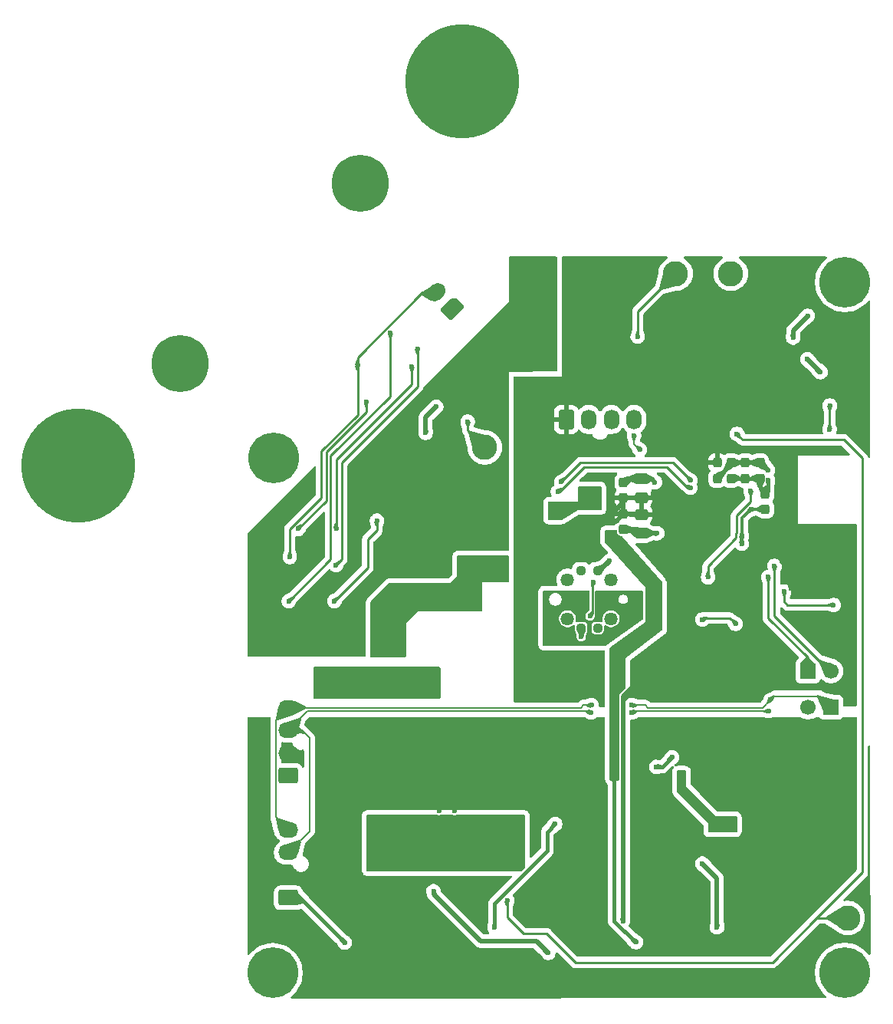
<source format=gbr>
%TF.GenerationSoftware,KiCad,Pcbnew,9.0.4*%
%TF.CreationDate,2025-10-11T12:39:24-05:00*%
%TF.ProjectId,PS-AmperesPCB,50532d41-6d70-4657-9265-735043422e6b,rev?*%
%TF.SameCoordinates,Original*%
%TF.FileFunction,Copper,L2,Bot*%
%TF.FilePolarity,Positive*%
%FSLAX46Y46*%
G04 Gerber Fmt 4.6, Leading zero omitted, Abs format (unit mm)*
G04 Created by KiCad (PCBNEW 9.0.4) date 2025-10-11 12:39:24*
%MOMM*%
%LPD*%
G01*
G04 APERTURE LIST*
G04 Aperture macros list*
%AMRoundRect*
0 Rectangle with rounded corners*
0 $1 Rounding radius*
0 $2 $3 $4 $5 $6 $7 $8 $9 X,Y pos of 4 corners*
0 Add a 4 corners polygon primitive as box body*
4,1,4,$2,$3,$4,$5,$6,$7,$8,$9,$2,$3,0*
0 Add four circle primitives for the rounded corners*
1,1,$1+$1,$2,$3*
1,1,$1+$1,$4,$5*
1,1,$1+$1,$6,$7*
1,1,$1+$1,$8,$9*
0 Add four rect primitives between the rounded corners*
20,1,$1+$1,$2,$3,$4,$5,0*
20,1,$1+$1,$4,$5,$6,$7,0*
20,1,$1+$1,$6,$7,$8,$9,0*
20,1,$1+$1,$8,$9,$2,$3,0*%
%AMHorizOval*
0 Thick line with rounded ends*
0 $1 width*
0 $2 $3 position (X,Y) of the first rounded end (center of the circle)*
0 $4 $5 position (X,Y) of the second rounded end (center of the circle)*
0 Add line between two ends*
20,1,$1,$2,$3,$4,$5,0*
0 Add two circle primitives to create the rounded ends*
1,1,$1,$2,$3*
1,1,$1,$4,$5*%
%AMFreePoly0*
4,1,22,0.945671,0.830970,1.026777,0.776777,1.080970,0.695671,1.100000,0.600001,1.100000,-0.600001,1.080970,-0.695671,1.026777,-0.776777,0.945671,-0.830970,0.850000,-0.850000,-0.596447,-0.850000,-0.692118,-0.830970,-0.773224,-0.776777,-1.026777,-0.523224,-1.080970,-0.442118,-1.099999,-0.346447,-1.100000,0.600001,-1.080970,0.695671,-1.026777,0.776777,-0.945671,0.830970,-0.850000,0.850000,
0.850000,0.850000,0.945671,0.830970,0.945671,0.830970,$1*%
G04 Aperture macros list end*
%TA.AperFunction,ComponentPad*%
%ADD10R,1.700000X1.700000*%
%TD*%
%TA.AperFunction,ComponentPad*%
%ADD11C,1.700000*%
%TD*%
%TA.AperFunction,ComponentPad*%
%ADD12RoundRect,0.250000X0.600000X-0.850000X0.600000X0.850000X-0.600000X0.850000X-0.600000X-0.850000X0*%
%TD*%
%TA.AperFunction,ComponentPad*%
%ADD13O,1.700000X2.200000*%
%TD*%
%TA.AperFunction,ComponentPad*%
%ADD14C,3.600000*%
%TD*%
%TA.AperFunction,ConnectorPad*%
%ADD15C,5.600000*%
%TD*%
%TA.AperFunction,ComponentPad*%
%ADD16C,1.460000*%
%TD*%
%TA.AperFunction,ComponentPad*%
%ADD17RoundRect,0.250000X0.850000X0.600000X-0.850000X0.600000X-0.850000X-0.600000X0.850000X-0.600000X0*%
%TD*%
%TA.AperFunction,ComponentPad*%
%ADD18O,2.200000X1.700000*%
%TD*%
%TA.AperFunction,ComponentPad*%
%ADD19C,2.800000*%
%TD*%
%TA.AperFunction,ComponentPad*%
%ADD20FreePoly0,225.000000*%
%TD*%
%TA.AperFunction,ComponentPad*%
%ADD21HorizOval,1.700000X-0.176777X-0.176777X0.176777X0.176777X0*%
%TD*%
%TA.AperFunction,SMDPad,CuDef*%
%ADD22RoundRect,0.237500X-0.237500X0.300000X-0.237500X-0.300000X0.237500X-0.300000X0.237500X0.300000X0*%
%TD*%
%TA.AperFunction,SMDPad,CuDef*%
%ADD23RoundRect,0.237500X0.237500X-0.300000X0.237500X0.300000X-0.237500X0.300000X-0.237500X-0.300000X0*%
%TD*%
%TA.AperFunction,SMDPad,CuDef*%
%ADD24RoundRect,0.250000X0.475000X-0.337500X0.475000X0.337500X-0.475000X0.337500X-0.475000X-0.337500X0*%
%TD*%
%TA.AperFunction,SMDPad,CuDef*%
%ADD25RoundRect,0.237500X0.250000X0.237500X-0.250000X0.237500X-0.250000X-0.237500X0.250000X-0.237500X0*%
%TD*%
%TA.AperFunction,SMDPad,CuDef*%
%ADD26RoundRect,0.237500X-0.250000X-0.237500X0.250000X-0.237500X0.250000X0.237500X-0.250000X0.237500X0*%
%TD*%
%TA.AperFunction,ComponentPad*%
%ADD27C,6.300000*%
%TD*%
%TA.AperFunction,ComponentPad*%
%ADD28C,12.600000*%
%TD*%
%TA.AperFunction,SMDPad,CuDef*%
%ADD29RoundRect,0.250000X-0.475000X0.337500X-0.475000X-0.337500X0.475000X-0.337500X0.475000X0.337500X0*%
%TD*%
%TA.AperFunction,ViaPad*%
%ADD30C,0.600000*%
%TD*%
%TA.AperFunction,Conductor*%
%ADD31C,0.500000*%
%TD*%
%TA.AperFunction,Conductor*%
%ADD32C,0.300000*%
%TD*%
%TA.AperFunction,Conductor*%
%ADD33C,0.400000*%
%TD*%
%TA.AperFunction,Conductor*%
%ADD34C,0.250000*%
%TD*%
%TA.AperFunction,Conductor*%
%ADD35C,0.200000*%
%TD*%
G04 APERTURE END LIST*
D10*
%TO.P,J4,1,Pin_1*%
%TO.N,/CAN/CAN1_RX*%
X185089800Y-103962200D03*
D11*
%TO.P,J4,2,Pin_2*%
%TO.N,/CAN/CAN1_TX*%
X187629800Y-103962200D03*
%TD*%
D12*
%TO.P,J3,1,Pin_1*%
%TO.N,+3.3V*%
X158392237Y-76199790D03*
D13*
%TO.P,J3,2,Pin_2*%
%TO.N,/MCU/SWCLK*%
X160892237Y-76199790D03*
%TO.P,J3,3,Pin_3*%
%TO.N,GND*%
X163392237Y-76199790D03*
%TO.P,J3,4,Pin_4*%
%TO.N,/MCU/SWDIO*%
X165892237Y-76199790D03*
%TD*%
D14*
%TO.P,H1,1*%
%TO.N,N/C*%
X189179200Y-61036200D03*
D15*
X189179200Y-61036200D03*
%TD*%
D16*
%TO.P,J5,MH1*%
%TO.N,N/C*%
X163349428Y-98191590D03*
%TO.P,J5,MH2*%
X158549428Y-98191590D03*
%TO.P,J5,MH3*%
X158549428Y-93891590D03*
%TO.P,J5,MH4*%
X163349428Y-93891590D03*
%TD*%
D17*
%TO.P,J2,1,24V*%
%TO.N,+24V_Ext*%
X127709037Y-128991790D03*
D18*
%TO.P,J2,2,GND*%
%TO.N,GND*%
X127709037Y-126491790D03*
%TO.P,J2,3,CAN_H*%
%TO.N,/CAN_HIGH*%
X127709037Y-123991790D03*
%TO.P,J2,4,CAN_L*%
%TO.N,/CAN_LOW*%
X127709037Y-121491790D03*
%TD*%
D19*
%TO.P,TP18,1,1*%
%TO.N,/Current Sense/OUT+*%
X170484800Y-60096400D03*
%TD*%
%TO.P,TP19,1,1*%
%TO.N,/MCU/ADC1_IN16*%
X189484000Y-131216400D03*
%TD*%
D10*
%TO.P,JP1,1,A*%
%TO.N,/CAN_LOW*%
X187653036Y-107947890D03*
D11*
%TO.P,JP1,2,B*%
%TO.N,Net-(JP1-B)*%
X185113036Y-107947890D03*
%TD*%
D19*
%TO.P,TP1,1,1*%
%TO.N,/Current Sense/I_OUT*%
X176580800Y-60096400D03*
%TD*%
D14*
%TO.P,H2,1*%
%TO.N,N/C*%
X126087763Y-80416400D03*
D15*
X126087763Y-80416400D03*
%TD*%
D17*
%TO.P,J1,1,24V*%
%TO.N,+24V_Ext*%
X127709037Y-115509791D03*
D18*
%TO.P,J1,2,GND*%
%TO.N,GND*%
X127709037Y-113009791D03*
%TO.P,J1,3,CAN_H*%
%TO.N,/CAN_HIGH*%
X127709037Y-110509791D03*
%TO.P,J1,4,CAN_L*%
%TO.N,/CAN_LOW*%
X127709037Y-108009791D03*
%TD*%
D14*
%TO.P,H3,1*%
%TO.N,N/C*%
X125984000Y-137287000D03*
D15*
X125984000Y-137287000D03*
%TD*%
D14*
%TO.P,H4,1*%
%TO.N,N/C*%
X189179200Y-137261600D03*
D15*
X189179200Y-137261600D03*
%TD*%
D19*
%TO.P,TP17,1,1*%
%TO.N,/Current Sense/SENSE+*%
X149402800Y-79273400D03*
%TD*%
D20*
%TO.P,J6,1,Pin_1*%
%TO.N,/Current Sense/Scrut+*%
X145833960Y-63959807D03*
D21*
%TO.P,J6,2,Pin_2*%
%TO.N,/Current Sense/Scrut-*%
X144066193Y-62192040D03*
%TD*%
D22*
%TO.P,C24,1*%
%TO.N,VDDA*%
X179806600Y-80972090D03*
%TO.P,C24,2*%
%TO.N,GNDA*%
X179806600Y-82697090D03*
%TD*%
%TO.P,C26,1*%
%TO.N,VDDA*%
X176606200Y-80972090D03*
%TO.P,C26,2*%
%TO.N,GNDA*%
X176606200Y-82697090D03*
%TD*%
%TO.P,FB1,1*%
%TO.N,+3.3V*%
X175082200Y-80972090D03*
%TO.P,FB1,2*%
%TO.N,VDDA*%
X175082200Y-82697090D03*
%TD*%
D23*
%TO.P,C36,1*%
%TO.N,+3.3V*%
X164719000Y-84859201D03*
%TO.P,C36,2*%
%TO.N,GND*%
X164719000Y-83134201D03*
%TD*%
D22*
%TO.P,C23,1*%
%TO.N,VDDA*%
X178181000Y-80972090D03*
%TO.P,C23,2*%
%TO.N,GNDA*%
X178181000Y-82697090D03*
%TD*%
D24*
%TO.P,C35,1*%
%TO.N,+3.3V*%
X166700200Y-84804201D03*
%TO.P,C35,2*%
%TO.N,GND*%
X166700200Y-82729201D03*
%TD*%
D25*
%TO.P,R22,1*%
%TO.N,/USB/CC1*%
X161885528Y-99198390D03*
%TO.P,R22,2*%
%TO.N,GND*%
X160060528Y-99198390D03*
%TD*%
D26*
%TO.P,R23,1*%
%TO.N,/USB/CC2*%
X160036928Y-92899190D03*
%TO.P,R23,2*%
%TO.N,GND*%
X161861928Y-92899190D03*
%TD*%
D27*
%TO.P,R39,1,1*%
%TO.N,/Current Sense/SHUNT-*%
X115747420Y-70054231D03*
%TO.P,R39,2,2*%
%TO.N,/Current Sense/SHUNT+*%
X135687831Y-50113820D03*
D28*
%TO.P,R39,MH1,MH1*%
%TO.N,/Current Sense/Battery_GND*%
X104504422Y-81297229D03*
%TO.P,R39,MH2,MH2*%
%TO.N,/Current Sense/Output_GND*%
X146930829Y-38870822D03*
%TD*%
D29*
%TO.P,C32,1*%
%TO.N,+3.3V*%
X166700200Y-86671501D03*
%TO.P,C32,2*%
%TO.N,GND*%
X166700200Y-88746501D03*
%TD*%
D23*
%TO.P,FB2,1*%
%TO.N,GND*%
X180388637Y-86103591D03*
%TO.P,FB2,2*%
%TO.N,GNDA*%
X180388637Y-84378591D03*
%TD*%
D22*
%TO.P,C33,1*%
%TO.N,+3.3V*%
X164721533Y-86616501D03*
%TO.P,C33,2*%
%TO.N,GND*%
X164721533Y-88341501D03*
%TD*%
D30*
%TO.N,GND*%
X157300933Y-129311400D03*
X156819600Y-86715600D03*
X183460400Y-67153400D03*
X134858000Y-111109000D03*
X137238733Y-130810000D03*
X124053600Y-128651000D03*
X178793008Y-86103592D03*
X161925000Y-84836000D03*
X159562800Y-112242600D03*
X157304733Y-130810000D03*
X146050000Y-119354600D03*
X157683200Y-86741000D03*
X166576667Y-139238600D03*
X130454400Y-139238600D03*
X124053600Y-114554000D03*
X138990067Y-130810000D03*
X169113200Y-119634000D03*
X189763400Y-113634400D03*
X133858000Y-110109000D03*
X159052267Y-129311400D03*
X157683200Y-85801200D03*
X159562800Y-111242600D03*
X158562800Y-113242600D03*
X189763400Y-117134400D03*
X138986267Y-129311400D03*
X189763400Y-120634400D03*
X168198800Y-83108800D03*
X157562800Y-113242600D03*
X161018600Y-83997799D03*
X173355000Y-127050800D03*
X186486800Y-70967600D03*
X157546100Y-139238600D03*
X178332133Y-118745000D03*
X177010067Y-118745000D03*
X135858000Y-110109000D03*
X169799000Y-111582200D03*
X124053600Y-119253000D03*
X148515533Y-139238600D03*
X185013600Y-69545200D03*
X160045400Y-100203000D03*
X177800000Y-89916000D03*
X157562800Y-112242600D03*
X133858000Y-111109000D03*
X139484967Y-139238600D03*
X144344400Y-119354600D03*
X160112200Y-83997799D03*
X170637200Y-119049800D03*
X180797200Y-133807200D03*
X182090067Y-129311400D03*
X191084200Y-128955800D03*
X161018600Y-85674200D03*
X184637800Y-139238600D03*
X134858000Y-112109000D03*
X158562800Y-111242600D03*
X161925000Y-85674200D03*
X182093867Y-130810000D03*
X161018600Y-84836000D03*
X175688000Y-118745000D03*
X156819600Y-85801200D03*
X168912533Y-130810000D03*
X169773600Y-112471200D03*
X180342533Y-130810000D03*
X168908733Y-129311400D03*
X169545000Y-127050800D03*
X177800000Y-89027000D03*
X141935200Y-133705600D03*
X180338733Y-129311400D03*
X157562800Y-111242600D03*
X179654200Y-118745000D03*
X167182800Y-109499400D03*
X163193210Y-91804600D03*
X159056067Y-130810000D03*
X189763400Y-124134400D03*
X134858000Y-110109000D03*
X159562800Y-113242600D03*
X191084200Y-133502400D03*
X168452800Y-88747600D03*
X189763400Y-110134400D03*
X169113200Y-120650000D03*
X133858000Y-112109000D03*
X137234933Y-129311400D03*
X124053600Y-109855000D03*
X170663867Y-130810000D03*
X160112200Y-85674199D03*
X124053600Y-133350000D03*
X185064400Y-64744600D03*
X124053600Y-123952000D03*
X161925000Y-83997799D03*
X135858000Y-112109000D03*
X160112200Y-84835999D03*
X175607233Y-139238600D03*
X135858000Y-111109000D03*
X158562800Y-112242600D03*
X170660067Y-129311400D03*
%TO.N,+24V*%
X150469600Y-132257800D03*
X157175200Y-120853200D03*
%TO.N,+5V HV*%
X138176000Y-99949000D03*
X139496801Y-99949000D03*
X148031200Y-92989400D03*
X146659600Y-96240600D03*
X148031200Y-92151200D03*
X146659600Y-95123000D03*
X141097000Y-96240600D03*
X141097000Y-95123000D03*
%TO.N,+3.3V HV*%
X149237700Y-86664800D03*
X148132800Y-86660600D03*
X150342600Y-86664800D03*
X137633356Y-91516200D03*
X139368749Y-87407502D03*
X150368000Y-83434800D03*
X153873200Y-64922400D03*
X127736600Y-100177600D03*
X138629400Y-89759400D03*
X154711400Y-62788590D03*
X149428200Y-83439000D03*
X146764874Y-73816074D03*
%TO.N,+5V_BUCK*%
X176678600Y-121335800D03*
X175564800Y-121335800D03*
X176678600Y-120391800D03*
X174472600Y-121335800D03*
X171166800Y-115290600D03*
X174472600Y-120391800D03*
X171170600Y-116179600D03*
X173431200Y-125222000D03*
X175564800Y-120391800D03*
X175056800Y-132257800D03*
%TO.N,+5V_VBUS*%
X166370000Y-92659200D03*
X166116000Y-133883400D03*
X163800969Y-89691031D03*
X165709600Y-91973400D03*
X163677600Y-114604800D03*
X163673800Y-115570000D03*
X163042600Y-88925400D03*
%TO.N,+5V*%
X168347400Y-114549800D03*
X170103800Y-113473800D03*
%TO.N,+3.3V*%
X164537400Y-64084200D03*
X174447200Y-87671200D03*
X174494200Y-79218400D03*
X187905400Y-98700200D03*
X164677400Y-131555800D03*
X183231773Y-91033600D03*
X173243200Y-78994003D03*
X168021000Y-84404200D03*
X188823600Y-74549000D03*
X163626800Y-86639400D03*
X156413200Y-135077200D03*
X187706000Y-94869000D03*
X167284400Y-102535600D03*
X188468000Y-69418200D03*
X183210200Y-94818200D03*
X173685200Y-102535600D03*
X173685200Y-103941000D03*
X167284400Y-103632000D03*
X143738600Y-128270000D03*
X173097200Y-95830000D03*
X164537400Y-65045200D03*
X183032400Y-89204800D03*
X181447656Y-61874400D03*
X162786810Y-87131000D03*
X163611964Y-62788800D03*
X174756723Y-86471200D03*
X178181000Y-101594590D03*
%TO.N,VDDA*%
X180695600Y-81788000D03*
%TO.N,GNDA*%
X180695600Y-82880200D03*
%TO.N,/MCU/NRST*%
X187499000Y-77288000D03*
X187508837Y-74650600D03*
%TO.N,+1V25*%
X137499400Y-87370690D03*
X142875000Y-77673200D03*
X132791200Y-96240600D03*
X144043400Y-74777600D03*
%TO.N,/Current Sense/SENSE+*%
X147523200Y-76428600D03*
%TO.N,+24V_Ext*%
X133946900Y-133946900D03*
%TO.N,/Power/PowerProtection/RTN*%
X144649907Y-123723400D03*
X145563600Y-122652400D03*
X152652100Y-123850400D03*
X152624800Y-125522600D03*
X145563600Y-121335800D03*
X144649200Y-121361200D03*
X145563600Y-123723400D03*
X138568750Y-124141550D03*
X144649200Y-122652400D03*
%TO.N,/USB/VBUS_IN*%
X166141400Y-97942400D03*
X159699428Y-96071800D03*
X162198810Y-96067600D03*
X166141400Y-96901000D03*
X166141400Y-95871790D03*
%TO.N,/USB/D-*%
X161391600Y-94132400D03*
X161036000Y-97891600D03*
%TO.N,/MCU/ADC1_IN16*%
X177262800Y-77796000D03*
X151892950Y-129285050D03*
%TO.N,Net-(IC1-A)*%
X177114200Y-98755200D03*
X173442637Y-98277093D03*
%TO.N,/MCU/Boot_GPIO*%
X178765200Y-84048600D03*
X174067637Y-93599000D03*
%TO.N,/Current Sense/OUT+*%
X166293800Y-67055790D03*
%TO.N,/CAN_HIGH*%
X165633419Y-108534795D03*
X161137600Y-108534200D03*
X180771800Y-108356400D03*
%TO.N,/CAN_LOW*%
X165608000Y-107735196D03*
X161188400Y-107735196D03*
X180987700Y-107149900D03*
%TO.N,/MCU/SWDIO*%
X165892237Y-77952600D03*
X166547800Y-79537000D03*
%TO.N,/CAN/CAN1_RX*%
X180721000Y-93599000D03*
%TO.N,/CAN/CAN1_TX*%
X181406800Y-92354400D03*
%TO.N,/USB/CC2*%
X160039810Y-92943400D03*
%TO.N,/USB/CC1*%
X161868610Y-99217200D03*
%TO.N,/Current Sense/Scrut-*%
X135356600Y-70231000D03*
X127863600Y-91389200D03*
%TO.N,/Current Sense/Scrut+*%
X141986000Y-68376800D03*
X132969000Y-92252800D03*
%TO.N,/CAN/Fault*%
X182473600Y-95173800D03*
X187930800Y-96668200D03*
%TO.N,/Current Sense/SHUNT-*%
X136321800Y-74295000D03*
X128803400Y-88265000D03*
%TO.N,/Current Sense/SHUNT+*%
X132994400Y-88239600D03*
X141351000Y-70383400D03*
%TO.N,/Current Sense/Scrut_Out*%
X127762000Y-96240600D03*
X138963400Y-66624200D03*
%TO.N,/MCU/USART1_TX*%
X157859210Y-83067000D03*
X172135800Y-82918841D03*
%TO.N,/MCU/USART1_RX*%
X157475182Y-84162228D03*
X172135800Y-83718400D03*
%TD*%
D31*
%TO.N,GND*%
X161861928Y-92899190D02*
X162098620Y-92899190D01*
X168021000Y-88747600D02*
X168019901Y-88746501D01*
X160060528Y-99198390D02*
X160060528Y-100187872D01*
X186486800Y-70967600D02*
X186436000Y-70967600D01*
D32*
X177825400Y-89611200D02*
X177825400Y-87071200D01*
D31*
X166573200Y-82726701D02*
X167816701Y-82726701D01*
X168452800Y-88747600D02*
X168021000Y-88747600D01*
D32*
X180388637Y-86103592D02*
X178793008Y-86103592D01*
X177825400Y-87071200D02*
X178793008Y-86103592D01*
D31*
X165126499Y-82726701D02*
X164719000Y-83134200D01*
X164721533Y-88341502D02*
X166295201Y-88341502D01*
D32*
X177800000Y-89916000D02*
X177800000Y-89027000D01*
D31*
X183460400Y-66348600D02*
X183460400Y-67153400D01*
X167816701Y-82726701D02*
X168198800Y-83108800D01*
X185064400Y-64744600D02*
X183460400Y-66348600D01*
X162098620Y-92899190D02*
X163193210Y-91804600D01*
D32*
X177800000Y-89916000D02*
X177800000Y-89636600D01*
D31*
X166573200Y-82726701D02*
X165126499Y-82726701D01*
D32*
X177800000Y-89636600D02*
X177825400Y-89611200D01*
D31*
X166295201Y-88341502D02*
X166700200Y-88746501D01*
X160060528Y-100187872D02*
X160045400Y-100203000D01*
X168019901Y-88746501D02*
X166700200Y-88746501D01*
X186436000Y-70967600D02*
X185013600Y-69545200D01*
D33*
%TO.N,+24V*%
X150469600Y-129641600D02*
X156298900Y-123812300D01*
X156298900Y-121729500D02*
X157175200Y-120853200D01*
X150469600Y-132257800D02*
X150469600Y-129641600D01*
X156298900Y-123812300D02*
X156298900Y-121729500D01*
D31*
%TO.N,+5V_BUCK*%
X175056800Y-126847600D02*
X173431200Y-125222000D01*
X175056800Y-132257800D02*
X175056800Y-126847600D01*
X175586000Y-120391800D02*
X175564800Y-120370600D01*
D33*
%TO.N,+5V_VBUS*%
X163677600Y-131547364D02*
X163677600Y-115595400D01*
X166116000Y-133883400D02*
X166013636Y-133883400D01*
X166013636Y-133883400D02*
X163677600Y-131547364D01*
%TO.N,+5V*%
X168347400Y-114549800D02*
X169027800Y-114549800D01*
X169027800Y-114549800D02*
X170103800Y-113473800D01*
D32*
%TO.N,+3.3V*%
X183210200Y-93980000D02*
X183210200Y-94818200D01*
D31*
X164719000Y-85318600D02*
X164719000Y-84859201D01*
X166928800Y-104495600D02*
X172618400Y-104495600D01*
X163082610Y-87426800D02*
X162786810Y-87131000D01*
X143738600Y-128574800D02*
X148920200Y-133756400D01*
D32*
X174756723Y-87361677D02*
X174447200Y-87671200D01*
D31*
X164721533Y-86662267D02*
X163957000Y-87426800D01*
D32*
X183032400Y-94157800D02*
X183210200Y-93980000D01*
D31*
X166645199Y-86616500D02*
X166700200Y-86671501D01*
X155092400Y-133756400D02*
X156413200Y-135077200D01*
D32*
X183210200Y-93065600D02*
X182118000Y-91973400D01*
D31*
X163626800Y-86639400D02*
X163626800Y-86410800D01*
X175082200Y-80972089D02*
X175082200Y-79806400D01*
D32*
X183210200Y-93980000D02*
X183210200Y-93065600D01*
D31*
X164776501Y-84801701D02*
X164719000Y-84859202D01*
X164721533Y-86616500D02*
X164721533Y-86662267D01*
X148920200Y-133756400D02*
X155092400Y-133756400D01*
X143738600Y-128270000D02*
X143738600Y-128574800D01*
X166492799Y-86616500D02*
X166547800Y-86671501D01*
X175082200Y-79806400D02*
X174494200Y-79218400D01*
X164774001Y-84804201D02*
X164719000Y-84859202D01*
X164721533Y-86616500D02*
X166645199Y-86616500D01*
D32*
X182118000Y-91973400D02*
X182118000Y-91449600D01*
D31*
X166700200Y-84804201D02*
X164774001Y-84804201D01*
X164677400Y-131555800D02*
X164677400Y-106747000D01*
D32*
X174756723Y-86471200D02*
X174756723Y-87361677D01*
D31*
X163957000Y-87426800D02*
X163082610Y-87426800D01*
X164677400Y-106747000D02*
X166928800Y-104495600D01*
X163626800Y-86410800D02*
X164719000Y-85318600D01*
%TO.N,VDDA*%
X176807201Y-80972090D02*
X179806600Y-80972090D01*
X175082200Y-82697091D02*
X176807201Y-80972090D01*
X179806600Y-80972090D02*
X179879690Y-80972090D01*
X179879690Y-80972090D02*
X180695600Y-81788000D01*
D33*
%TO.N,GNDA*%
X180695600Y-82880200D02*
X180695600Y-84071627D01*
X180695600Y-84071627D02*
X180388637Y-84378590D01*
X179806600Y-82697090D02*
X176606200Y-82697091D01*
X179806600Y-83796553D02*
X180388637Y-84378590D01*
X179806600Y-82697090D02*
X179806600Y-83796553D01*
D34*
%TO.N,/MCU/NRST*%
X187499000Y-74660437D02*
X187499000Y-77288000D01*
X187508837Y-74650600D02*
X187499000Y-74660437D01*
D31*
%TO.N,+1V25*%
X142875000Y-77673200D02*
X142875000Y-75946000D01*
D34*
X137499400Y-88385610D02*
X137499400Y-87370690D01*
X132791200Y-96240600D02*
X136474200Y-92557600D01*
D31*
X142875000Y-75946000D02*
X144043400Y-74777600D01*
D34*
X136474200Y-89410810D02*
X137499400Y-88385610D01*
X136474200Y-92557600D02*
X136474200Y-89410810D01*
%TO.N,/Current Sense/SENSE+*%
X147523200Y-77393800D02*
X149402800Y-79273400D01*
X147523200Y-76428600D02*
X147523200Y-77393800D01*
D33*
%TO.N,+24V_Ext*%
X128991790Y-128991790D02*
X127709037Y-128991790D01*
X133946900Y-133946900D02*
X128991790Y-128991790D01*
D34*
%TO.N,/USB/D-*%
X161262810Y-94344600D02*
X161262810Y-97664790D01*
X161212010Y-94293800D02*
X161262810Y-94344600D01*
X161262810Y-97664790D02*
X161036000Y-97891600D01*
%TO.N,/MCU/ADC1_IN16*%
X159410400Y-136118600D02*
X156235400Y-132943600D01*
X191109600Y-80467200D02*
X191109600Y-126187200D01*
X151892950Y-131166550D02*
X151892950Y-129285050D01*
X156235400Y-132943600D02*
X153670000Y-132943600D01*
X189077600Y-78435200D02*
X191109600Y-80467200D01*
X185864500Y-131432300D02*
X186080400Y-131216400D01*
X177902000Y-78435200D02*
X189077600Y-78435200D01*
X186080400Y-131216400D02*
X189484000Y-131216400D01*
X177262800Y-77796000D02*
X177902000Y-78435200D01*
X185864500Y-131432300D02*
X181178200Y-136118600D01*
X191109600Y-126187200D02*
X185864500Y-131432300D01*
X181178200Y-136118600D02*
X159410400Y-136118600D01*
X153670000Y-132943600D02*
X151892950Y-131166550D01*
%TO.N,Net-(IC1-A)*%
X176479200Y-98120200D02*
X177114200Y-98755200D01*
X173599530Y-98120200D02*
X176479200Y-98120200D01*
X173442637Y-98277093D02*
X173599530Y-98120200D01*
%TO.N,/MCU/Boot_GPIO*%
X174062400Y-93593763D02*
X174062400Y-92383600D01*
X174067637Y-93599000D02*
X174062400Y-93593763D01*
X177174000Y-89272000D02*
X177174000Y-88767702D01*
X178765200Y-85246102D02*
X178765200Y-84048600D01*
X174062400Y-92383600D02*
X177174000Y-89272000D01*
X177190400Y-88751302D02*
X177190400Y-86820902D01*
X177190400Y-86820902D02*
X178765200Y-85246102D01*
X177174000Y-88767702D02*
X177190400Y-88751302D01*
%TO.N,/Current Sense/OUT+*%
X166293800Y-64287400D02*
X170484800Y-60096400D01*
X166293800Y-67055790D02*
X166293800Y-64287400D01*
D35*
%TO.N,/CAN_HIGH*%
X127709037Y-110509791D02*
X129808037Y-108410791D01*
X129214665Y-110509791D02*
X130050037Y-111345163D01*
X130050037Y-111345163D02*
X130050037Y-121650790D01*
X180717409Y-108410791D02*
X165757423Y-108410791D01*
X161014191Y-108410791D02*
X161137600Y-108534200D01*
X165757423Y-108410791D02*
X165633419Y-108534795D01*
X130050037Y-121650790D02*
X127709037Y-123991790D01*
X180771800Y-108356400D02*
X180717409Y-108410791D01*
X127709037Y-110509791D02*
X129214665Y-110509791D01*
X129808037Y-108410791D02*
X161014191Y-108410791D01*
%TO.N,/CAN_LOW*%
X160269195Y-107735196D02*
X161188400Y-107735196D01*
X181406800Y-106730800D02*
X186435946Y-106730800D01*
X159994600Y-108009791D02*
X160269195Y-107735196D01*
X126308037Y-120090790D02*
X127709037Y-121491790D01*
X180127809Y-108009791D02*
X180987700Y-107149900D01*
X180987700Y-107149900D02*
X181406800Y-106730800D01*
X165608000Y-107735196D02*
X167146550Y-107735196D01*
X126308037Y-109410791D02*
X126308037Y-120090790D01*
X167421145Y-108009791D02*
X180127809Y-108009791D01*
X159994600Y-108009791D02*
X127709037Y-108009791D01*
X167146550Y-107735196D02*
X167421145Y-108009791D01*
X186435946Y-106730800D02*
X187653036Y-107947890D01*
X127709037Y-108009791D02*
X126308037Y-109410791D01*
%TO.N,/MCU/SWDIO*%
X165892237Y-78881437D02*
X166547800Y-79537000D01*
X165892237Y-77952600D02*
X165892237Y-78881437D01*
D34*
%TO.N,/CAN/CAN1_RX*%
X180721000Y-93599000D02*
X180721000Y-98120200D01*
X185089800Y-102489000D02*
X185089800Y-103962200D01*
X180721000Y-98120200D02*
X185089800Y-102489000D01*
%TO.N,/CAN/CAN1_TX*%
X181406800Y-92354400D02*
X181406800Y-97866200D01*
X181406800Y-97866200D02*
X187502800Y-103962200D01*
X187502800Y-103962200D02*
X187629800Y-103962200D01*
%TO.N,/Current Sense/Scrut-*%
X131368800Y-79702390D02*
X135356600Y-75714590D01*
X142510262Y-62192040D02*
X144066193Y-62192040D01*
X131368800Y-84810600D02*
X131368800Y-79702390D01*
X127863600Y-91389200D02*
X127863600Y-88315800D01*
X135356600Y-69345702D02*
X142510262Y-62192040D01*
X127863600Y-88315800D02*
X131368800Y-84810600D01*
X135356600Y-75714590D02*
X135356600Y-70231000D01*
X135356600Y-70231000D02*
X135356600Y-69345702D01*
%TO.N,/Current Sense/Scrut+*%
X133620400Y-80958800D02*
X133620400Y-91601400D01*
X141977000Y-72602200D02*
X133620400Y-80958800D01*
X133620400Y-91601400D02*
X132969000Y-92252800D01*
X141977000Y-72602200D02*
X141977000Y-68385800D01*
X141977000Y-68385800D02*
X141986000Y-68376800D01*
%TO.N,/CAN/Fault*%
X182473600Y-95173800D02*
X182473600Y-96308400D01*
X182473600Y-96308400D02*
X182833400Y-96668200D01*
X182833400Y-96668200D02*
X187930800Y-96668200D01*
%TO.N,/Current Sense/SHUNT-*%
X131917400Y-85151000D02*
X128803400Y-88265000D01*
X136321800Y-75387200D02*
X131917400Y-79791600D01*
X136321800Y-74295000D02*
X136321800Y-75387200D01*
X131917400Y-79791600D02*
X131917400Y-85151000D01*
%TO.N,/Current Sense/SHUNT+*%
X132994400Y-88239600D02*
X132994400Y-80645000D01*
X132994400Y-80645000D02*
X141351000Y-72288400D01*
X141351000Y-72288400D02*
X141351000Y-70383400D01*
%TO.N,/Current Sense/Scrut_Out*%
X132368400Y-91634200D02*
X132368400Y-80225898D01*
X138963400Y-73630898D02*
X138963400Y-66624200D01*
X132368400Y-80225898D02*
X138963400Y-73630898D01*
X127762000Y-96240600D02*
X132368400Y-91634200D01*
%TO.N,/MCU/USART1_TX*%
X170192159Y-80975200D02*
X172135800Y-82918841D01*
X157859210Y-83067000D02*
X159951010Y-80975200D01*
X159951010Y-80975200D02*
X170192159Y-80975200D01*
%TO.N,/MCU/USART1_RX*%
X169545000Y-81432400D02*
X171831000Y-83718400D01*
X160401000Y-81432400D02*
X169545000Y-81432400D01*
X171831000Y-83718400D02*
X172135800Y-83718400D01*
X157475182Y-84162228D02*
X157671172Y-84162228D01*
X157671172Y-84162228D02*
X160401000Y-81432400D01*
%TD*%
%TA.AperFunction,Conductor*%
%TO.N,/Power/PowerProtection/RTN*%
G36*
X153790688Y-119831715D02*
G01*
X153836520Y-119884452D01*
X153847800Y-119936127D01*
X153847800Y-125645644D01*
X153828115Y-125712683D01*
X153811481Y-125733325D01*
X153545760Y-125999045D01*
X153484437Y-126032530D01*
X153458259Y-126035364D01*
X136445980Y-126060020D01*
X136378912Y-126040432D01*
X136333080Y-125987695D01*
X136321800Y-125936020D01*
X136321800Y-119961168D01*
X136341485Y-119894129D01*
X136394289Y-119848374D01*
X136445617Y-119837168D01*
X144153397Y-119825997D01*
X144185657Y-119830221D01*
X144278508Y-119855100D01*
X144278511Y-119855100D01*
X144410289Y-119855100D01*
X144410292Y-119855100D01*
X144505217Y-119829664D01*
X144537118Y-119825441D01*
X145849823Y-119823539D01*
X145882080Y-119827761D01*
X145984108Y-119855100D01*
X145984111Y-119855100D01*
X146115890Y-119855100D01*
X146115892Y-119855100D01*
X146220097Y-119827178D01*
X146251989Y-119822956D01*
X153723623Y-119812127D01*
X153790688Y-119831715D01*
G37*
%TD.AperFunction*%
%TD*%
%TA.AperFunction,Conductor*%
%TO.N,GND*%
G36*
X125697362Y-109036485D02*
G01*
X125743117Y-109089289D01*
X125753061Y-109158447D01*
X125750098Y-109172894D01*
X125748460Y-109179005D01*
X125748460Y-109179006D01*
X125707536Y-109331734D01*
X125707536Y-109331736D01*
X125707536Y-109499837D01*
X125707537Y-109499850D01*
X125707537Y-120004120D01*
X125707536Y-120004138D01*
X125707536Y-120169844D01*
X125707535Y-120169844D01*
X125748461Y-120322579D01*
X125748462Y-120322580D01*
X125771489Y-120362463D01*
X125771493Y-120362470D01*
X125773012Y-120365100D01*
X125827517Y-120459506D01*
X125845830Y-120477819D01*
X125853008Y-120488957D01*
X125859216Y-120510003D01*
X125869878Y-120529471D01*
X126116562Y-121650160D01*
X126117934Y-121657418D01*
X126136789Y-121776456D01*
X126141791Y-121808033D01*
X126207198Y-122009335D01*
X126207481Y-122010204D01*
X126303988Y-122199610D01*
X126428927Y-122371576D01*
X126579246Y-122521895D01*
X126579251Y-122521899D01*
X126743830Y-122641472D01*
X126786496Y-122696801D01*
X126792475Y-122766415D01*
X126759870Y-122828210D01*
X126743830Y-122842108D01*
X126579251Y-122961680D01*
X126579246Y-122961684D01*
X126428927Y-123112003D01*
X126303988Y-123283969D01*
X126207481Y-123473375D01*
X126141790Y-123675550D01*
X126109204Y-123881293D01*
X126108537Y-123885503D01*
X126108537Y-124098077D01*
X126115828Y-124144111D01*
X126137534Y-124281160D01*
X126141791Y-124308033D01*
X126196603Y-124476727D01*
X126207481Y-124510204D01*
X126303988Y-124699610D01*
X126428927Y-124871576D01*
X126579250Y-125021899D01*
X126751216Y-125146838D01*
X126751218Y-125146839D01*
X126751221Y-125146841D01*
X126940625Y-125243347D01*
X127142794Y-125309036D01*
X127352750Y-125342290D01*
X127352751Y-125342290D01*
X128045044Y-125342290D01*
X128112083Y-125361975D01*
X128157838Y-125414779D01*
X128166661Y-125442099D01*
X128179295Y-125505615D01*
X128179297Y-125505623D01*
X128247479Y-125670229D01*
X128346467Y-125818377D01*
X128472449Y-125944359D01*
X128472452Y-125944361D01*
X128620596Y-126043347D01*
X128785204Y-126111530D01*
X128785208Y-126111530D01*
X128785209Y-126111531D01*
X128959949Y-126146290D01*
X128959952Y-126146290D01*
X129138124Y-126146290D01*
X129267861Y-126120483D01*
X129312870Y-126111530D01*
X129477478Y-126043347D01*
X129625622Y-125944361D01*
X129751608Y-125818375D01*
X129850594Y-125670231D01*
X129918777Y-125505623D01*
X129947351Y-125361975D01*
X129953537Y-125330877D01*
X129953537Y-125152702D01*
X129918778Y-124977962D01*
X129918777Y-124977961D01*
X129918777Y-124977957D01*
X129850594Y-124813349D01*
X129751608Y-124665205D01*
X129751606Y-124665202D01*
X129625624Y-124539220D01*
X129477476Y-124440231D01*
X129359332Y-124391295D01*
X129336435Y-124372843D01*
X129311922Y-124356591D01*
X129309538Y-124351168D01*
X129304929Y-124347454D01*
X129295641Y-124319551D01*
X129283808Y-124292627D01*
X129283926Y-124284351D01*
X129282864Y-124281160D01*
X129284312Y-124257336D01*
X129300137Y-124157419D01*
X129301509Y-124150160D01*
X129548195Y-123029467D01*
X129581612Y-122968448D01*
X130408543Y-122141518D01*
X130408548Y-122141514D01*
X130418751Y-122131310D01*
X130418753Y-122131310D01*
X130530557Y-122019506D01*
X130536429Y-122009335D01*
X130596905Y-121904588D01*
X130596906Y-121904585D01*
X130609614Y-121882575D01*
X130650538Y-121729847D01*
X130650538Y-121571733D01*
X130650538Y-121564138D01*
X130650537Y-121564120D01*
X130650537Y-111266108D01*
X130650537Y-111266106D01*
X130609614Y-111113379D01*
X130609610Y-111113372D01*
X130530561Y-110976453D01*
X130530558Y-110976449D01*
X130530557Y-110976447D01*
X130418753Y-110864643D01*
X130418752Y-110864642D01*
X130414422Y-110860312D01*
X130414411Y-110860302D01*
X129912830Y-110358721D01*
X129896489Y-110341049D01*
X129889428Y-110335319D01*
X129702255Y-110148146D01*
X129702253Y-110148143D01*
X129583382Y-110029272D01*
X129583377Y-110029268D01*
X129536682Y-110002309D01*
X129488466Y-109951742D01*
X129475243Y-109883135D01*
X129477578Y-109868279D01*
X129548195Y-109547468D01*
X129581612Y-109486449D01*
X129900034Y-109168027D01*
X130014944Y-109053119D01*
X130076267Y-109019634D01*
X130102625Y-109016800D01*
X160377008Y-109016800D01*
X160444047Y-109036485D01*
X160446801Y-109038306D01*
X160676739Y-109194882D01*
X160682900Y-109198585D01*
X160725735Y-109224335D01*
X160730654Y-109226660D01*
X160746554Y-109235665D01*
X160758416Y-109243591D01*
X160758425Y-109243596D01*
X160810428Y-109265136D01*
X160904103Y-109303937D01*
X161043847Y-109331734D01*
X161058753Y-109334699D01*
X161058756Y-109334700D01*
X161058758Y-109334700D01*
X161216444Y-109334700D01*
X161216445Y-109334699D01*
X161371097Y-109303937D01*
X161516779Y-109243594D01*
X161647889Y-109155989D01*
X161691032Y-109112846D01*
X161750760Y-109053119D01*
X161812083Y-109019634D01*
X161838441Y-109016800D01*
X162568933Y-109016800D01*
X162635972Y-109036485D01*
X162681727Y-109089289D01*
X162692932Y-109140668D01*
X162699226Y-115093914D01*
X162700118Y-115938270D01*
X162700118Y-115938271D01*
X162711728Y-116045450D01*
X162711728Y-116045452D01*
X162722933Y-116096825D01*
X162722936Y-116096835D01*
X162757003Y-116199100D01*
X162757007Y-116199108D01*
X162834784Y-116320131D01*
X162834797Y-116320148D01*
X162880540Y-116372940D01*
X162880547Y-116372946D01*
X162880548Y-116372947D01*
X162934305Y-116419528D01*
X162972077Y-116478303D01*
X162977100Y-116513238D01*
X162977100Y-131478370D01*
X162977100Y-131616358D01*
X162977100Y-131616360D01*
X162977099Y-131616360D01*
X163004018Y-131751686D01*
X163004021Y-131751696D01*
X163056822Y-131879171D01*
X163133487Y-131993909D01*
X163133488Y-131993910D01*
X165119348Y-133979769D01*
X165133911Y-133997291D01*
X165143004Y-134010543D01*
X165143007Y-134010546D01*
X165483471Y-134380297D01*
X165490317Y-134388998D01*
X165490344Y-134388977D01*
X165494208Y-134393685D01*
X165494211Y-134393689D01*
X165553168Y-134452646D01*
X165605712Y-134505190D01*
X165736814Y-134592790D01*
X165736827Y-134592797D01*
X165833455Y-134632821D01*
X165882503Y-134653137D01*
X166037153Y-134683899D01*
X166037156Y-134683900D01*
X166037158Y-134683900D01*
X166194844Y-134683900D01*
X166194845Y-134683899D01*
X166349497Y-134653137D01*
X166495179Y-134592794D01*
X166626289Y-134505189D01*
X166737789Y-134393689D01*
X166825394Y-134262579D01*
X166885737Y-134116897D01*
X166916500Y-133962242D01*
X166916500Y-133804558D01*
X166916500Y-133804555D01*
X166916499Y-133804553D01*
X166885738Y-133649910D01*
X166885737Y-133649903D01*
X166851699Y-133567727D01*
X166825397Y-133504227D01*
X166825390Y-133504214D01*
X166737789Y-133373111D01*
X166737786Y-133373107D01*
X166626289Y-133261610D01*
X166521675Y-133191710D01*
X166521674Y-133191709D01*
X166519896Y-133190521D01*
X166504932Y-133179757D01*
X166499713Y-133177034D01*
X166495186Y-133174009D01*
X166495181Y-133174007D01*
X166495179Y-133174006D01*
X166494046Y-133173536D01*
X166484156Y-133168920D01*
X166094779Y-132965814D01*
X166064446Y-132943553D01*
X165326203Y-132205310D01*
X165292718Y-132143987D01*
X165297702Y-132074295D01*
X165310777Y-132048744D01*
X165386794Y-131934979D01*
X165447137Y-131789297D01*
X165477900Y-131634642D01*
X165477900Y-131476958D01*
X165476984Y-131472357D01*
X165474609Y-131449517D01*
X165474563Y-131445316D01*
X165474564Y-131445305D01*
X165466119Y-131343036D01*
X165445376Y-131091824D01*
X165432072Y-130930702D01*
X165428723Y-130901800D01*
X165427900Y-130887532D01*
X165427900Y-125143153D01*
X172630700Y-125143153D01*
X172630700Y-125300846D01*
X172661461Y-125455489D01*
X172661464Y-125455501D01*
X172721802Y-125601172D01*
X172721809Y-125601185D01*
X172809410Y-125732288D01*
X172809413Y-125732292D01*
X172920907Y-125843786D01*
X172920912Y-125843790D01*
X172924803Y-125846390D01*
X172942623Y-125860851D01*
X172945641Y-125863803D01*
X172945649Y-125863809D01*
X172945651Y-125863812D01*
X173157505Y-126043347D01*
X173339586Y-126197651D01*
X173362376Y-126215708D01*
X173373050Y-126225217D01*
X174269981Y-127122148D01*
X174303466Y-127183471D01*
X174306300Y-127209829D01*
X174306300Y-131600469D01*
X174303169Y-131628156D01*
X174302129Y-131632695D01*
X174302126Y-131632710D01*
X174259635Y-132147289D01*
X174258907Y-132159795D01*
X174256737Y-132176759D01*
X174256300Y-132178953D01*
X174256300Y-132336646D01*
X174287061Y-132491289D01*
X174287064Y-132491301D01*
X174347402Y-132636972D01*
X174347409Y-132636985D01*
X174435010Y-132768088D01*
X174435013Y-132768092D01*
X174546507Y-132879586D01*
X174546511Y-132879589D01*
X174677614Y-132967190D01*
X174677627Y-132967197D01*
X174723730Y-132986293D01*
X174823303Y-133027537D01*
X174977953Y-133058299D01*
X174977956Y-133058300D01*
X174977958Y-133058300D01*
X175135644Y-133058300D01*
X175135645Y-133058299D01*
X175290297Y-133027537D01*
X175435979Y-132967194D01*
X175567089Y-132879589D01*
X175678589Y-132768089D01*
X175766194Y-132636979D01*
X175826537Y-132491297D01*
X175857300Y-132336642D01*
X175857300Y-132178958D01*
X175856384Y-132174357D01*
X175854009Y-132151517D01*
X175853963Y-132147316D01*
X175853964Y-132147305D01*
X175853503Y-132141724D01*
X175824402Y-131789289D01*
X175811472Y-131632702D01*
X175808123Y-131603800D01*
X175807300Y-131589532D01*
X175807300Y-126773681D01*
X175807299Y-126773680D01*
X175800901Y-126741511D01*
X175778459Y-126628688D01*
X175743897Y-126545250D01*
X175721884Y-126492105D01*
X175667005Y-126409973D01*
X175639752Y-126369185D01*
X174426683Y-125156115D01*
X174409319Y-125134324D01*
X174406842Y-125130375D01*
X174073003Y-124736440D01*
X174064702Y-124727113D01*
X174054230Y-124713568D01*
X174052989Y-124711711D01*
X174052985Y-124711707D01*
X174052984Y-124711705D01*
X173941492Y-124600213D01*
X173941488Y-124600210D01*
X173810385Y-124512609D01*
X173810372Y-124512602D01*
X173664701Y-124452264D01*
X173664689Y-124452261D01*
X173510045Y-124421500D01*
X173510042Y-124421500D01*
X173352358Y-124421500D01*
X173352355Y-124421500D01*
X173197710Y-124452261D01*
X173197698Y-124452264D01*
X173052027Y-124512602D01*
X173052014Y-124512609D01*
X172920911Y-124600210D01*
X172920907Y-124600213D01*
X172809413Y-124711707D01*
X172809410Y-124711711D01*
X172721809Y-124842814D01*
X172721802Y-124842827D01*
X172661464Y-124988498D01*
X172661461Y-124988510D01*
X172630700Y-125143153D01*
X165427900Y-125143153D01*
X165427900Y-114470953D01*
X167546900Y-114470953D01*
X167546900Y-114628646D01*
X167577661Y-114783289D01*
X167577664Y-114783301D01*
X167638002Y-114928972D01*
X167638009Y-114928985D01*
X167725610Y-115060088D01*
X167725613Y-115060092D01*
X167837107Y-115171586D01*
X167837111Y-115171589D01*
X167968214Y-115259190D01*
X167968227Y-115259197D01*
X168113898Y-115319535D01*
X168113903Y-115319537D01*
X168231321Y-115342893D01*
X168268553Y-115350299D01*
X168268556Y-115350300D01*
X168268558Y-115350300D01*
X168426242Y-115350300D01*
X168463478Y-115342892D01*
X168483790Y-115340571D01*
X168490818Y-115340350D01*
X168504737Y-115339915D01*
X169003520Y-115252174D01*
X169025003Y-115250300D01*
X169096796Y-115250300D01*
X169187840Y-115232189D01*
X169232128Y-115223380D01*
X169295869Y-115196977D01*
X169359607Y-115170577D01*
X169359608Y-115170576D01*
X169359611Y-115170575D01*
X169474343Y-115093914D01*
X170066150Y-114502105D01*
X170127471Y-114468622D01*
X170197162Y-114473606D01*
X170253096Y-114515477D01*
X170277513Y-114580942D01*
X170262661Y-114649215D01*
X170247542Y-114670991D01*
X170206233Y-114718664D01*
X170206230Y-114718668D01*
X170146464Y-114849534D01*
X170126776Y-114916582D01*
X170106300Y-115059001D01*
X170106300Y-117222424D01*
X170109105Y-117275609D01*
X170111851Y-117301558D01*
X170120232Y-117354130D01*
X170120234Y-117354135D01*
X170170051Y-117489107D01*
X170202839Y-117549646D01*
X170203296Y-117550507D01*
X170203329Y-117550551D01*
X170289160Y-117666026D01*
X173438577Y-120837015D01*
X173524680Y-120923707D01*
X173557955Y-120985144D01*
X173560700Y-121011088D01*
X173560700Y-121669000D01*
X173560701Y-121669009D01*
X173572252Y-121776450D01*
X173572254Y-121776462D01*
X173583460Y-121827972D01*
X173617583Y-121930497D01*
X173617586Y-121930503D01*
X173695371Y-122051537D01*
X173695379Y-122051548D01*
X173741123Y-122104340D01*
X173741126Y-122104343D01*
X173741130Y-122104347D01*
X173849864Y-122198567D01*
X173849867Y-122198568D01*
X173849868Y-122198569D01*
X173944125Y-122241616D01*
X173980741Y-122258338D01*
X174047780Y-122278023D01*
X174047784Y-122278024D01*
X174190200Y-122298500D01*
X174190203Y-122298500D01*
X177142590Y-122298500D01*
X177142600Y-122298500D01*
X177250056Y-122286947D01*
X177301567Y-122275741D01*
X177335797Y-122264347D01*
X177404097Y-122241616D01*
X177404101Y-122241613D01*
X177404104Y-122241613D01*
X177525143Y-122163825D01*
X177577947Y-122118070D01*
X177672167Y-122009336D01*
X177731938Y-121878459D01*
X177751623Y-121811420D01*
X177751624Y-121811416D01*
X177772100Y-121669000D01*
X177772100Y-120088200D01*
X177760547Y-119980744D01*
X177749341Y-119929233D01*
X177749237Y-119928922D01*
X177715216Y-119826702D01*
X177715213Y-119826696D01*
X177637428Y-119705662D01*
X177637425Y-119705657D01*
X177637420Y-119705651D01*
X177591676Y-119652859D01*
X177591672Y-119652856D01*
X177591670Y-119652853D01*
X177482936Y-119558633D01*
X177482933Y-119558631D01*
X177482931Y-119558630D01*
X177352065Y-119498864D01*
X177352060Y-119498862D01*
X177352059Y-119498862D01*
X177285020Y-119479177D01*
X177285022Y-119479177D01*
X177285017Y-119479176D01*
X177237544Y-119472350D01*
X177142600Y-119458700D01*
X177142598Y-119458700D01*
X175089943Y-119458700D01*
X175022904Y-119439015D01*
X175001132Y-119421237D01*
X174986355Y-119406072D01*
X173118480Y-117489111D01*
X172184031Y-116530105D01*
X172151344Y-116468353D01*
X172148845Y-116442757D01*
X172151108Y-116096825D01*
X172157872Y-115063118D01*
X172146679Y-114953974D01*
X172135476Y-114901652D01*
X172118227Y-114849541D01*
X172101003Y-114797507D01*
X172101001Y-114797504D01*
X172100999Y-114797496D01*
X172023211Y-114676457D01*
X171999606Y-114649215D01*
X171977462Y-114623659D01*
X171977458Y-114623656D01*
X171977456Y-114623653D01*
X171868722Y-114529433D01*
X171868719Y-114529431D01*
X171868717Y-114529430D01*
X171737851Y-114469664D01*
X171737846Y-114469662D01*
X171737845Y-114469662D01*
X171670806Y-114449977D01*
X171670808Y-114449977D01*
X171670803Y-114449976D01*
X171623330Y-114443150D01*
X171528386Y-114429500D01*
X170735800Y-114429500D01*
X170735791Y-114429500D01*
X170735790Y-114429501D01*
X170628349Y-114441052D01*
X170628337Y-114441054D01*
X170576833Y-114452259D01*
X170495502Y-114479328D01*
X170425677Y-114481821D01*
X170365588Y-114446168D01*
X170334314Y-114383689D01*
X170341783Y-114314219D01*
X170385180Y-114260127D01*
X170435336Y-114224977D01*
X170551242Y-114143749D01*
X170588943Y-114114584D01*
X170588947Y-114114578D01*
X170589608Y-114113960D01*
X170605569Y-114101281D01*
X170614089Y-114095589D01*
X170725589Y-113984089D01*
X170813194Y-113852979D01*
X170873537Y-113707297D01*
X170904300Y-113552642D01*
X170904300Y-113394958D01*
X170904300Y-113394955D01*
X170904299Y-113394953D01*
X170873538Y-113240310D01*
X170873537Y-113240303D01*
X170873535Y-113240298D01*
X170813197Y-113094627D01*
X170813190Y-113094614D01*
X170725589Y-112963511D01*
X170725586Y-112963507D01*
X170614092Y-112852013D01*
X170614088Y-112852010D01*
X170482985Y-112764409D01*
X170482972Y-112764402D01*
X170337301Y-112704064D01*
X170337289Y-112704061D01*
X170182645Y-112673300D01*
X170182642Y-112673300D01*
X170024958Y-112673300D01*
X170024955Y-112673300D01*
X169870310Y-112704061D01*
X169870298Y-112704064D01*
X169724627Y-112764402D01*
X169724614Y-112764409D01*
X169593512Y-112852009D01*
X169482008Y-112963514D01*
X169460921Y-112995072D01*
X169448212Y-113011063D01*
X169433856Y-113026349D01*
X169433848Y-113026359D01*
X169143193Y-113441097D01*
X169129328Y-113457613D01*
X168824632Y-113762309D01*
X168763309Y-113795794D01*
X168715469Y-113796753D01*
X168504749Y-113759686D01*
X168504744Y-113759685D01*
X168504737Y-113759684D01*
X168504727Y-113759682D01*
X168504702Y-113759679D01*
X168457425Y-113753646D01*
X168456517Y-113753617D01*
X168436283Y-113751297D01*
X168426242Y-113749300D01*
X168268558Y-113749300D01*
X168268555Y-113749300D01*
X168113910Y-113780061D01*
X168113898Y-113780064D01*
X167968227Y-113840402D01*
X167968214Y-113840409D01*
X167837111Y-113928010D01*
X167837107Y-113928013D01*
X167725613Y-114039507D01*
X167725610Y-114039511D01*
X167638009Y-114170614D01*
X167638002Y-114170627D01*
X167577664Y-114316298D01*
X167577661Y-114316310D01*
X167546900Y-114470953D01*
X165427900Y-114470953D01*
X165427900Y-109459295D01*
X165447585Y-109392256D01*
X165500389Y-109346501D01*
X165551900Y-109335295D01*
X165712263Y-109335295D01*
X165712264Y-109335294D01*
X165866916Y-109304532D01*
X166012598Y-109244189D01*
X166055102Y-109215787D01*
X166069349Y-109207580D01*
X166094886Y-109195045D01*
X166324287Y-109038397D01*
X166390750Y-109016848D01*
X166394213Y-109016800D01*
X180098708Y-109016800D01*
X180130028Y-109020821D01*
X180573593Y-109136613D01*
X180576869Y-109137419D01*
X180587297Y-109139987D01*
X180587508Y-109140036D01*
X180587904Y-109140128D01*
X180587917Y-109140130D01*
X180587932Y-109140134D01*
X180587946Y-109140136D01*
X180587960Y-109140139D01*
X180619478Y-109145223D01*
X180655281Y-109151000D01*
X180655295Y-109150999D01*
X180657544Y-109151123D01*
X180674966Y-109153320D01*
X180685599Y-109155436D01*
X180692957Y-109156900D01*
X180692958Y-109156900D01*
X180850644Y-109156900D01*
X180850645Y-109156899D01*
X181005297Y-109126137D01*
X181150979Y-109065794D01*
X181161592Y-109058702D01*
X181193029Y-109037698D01*
X181259706Y-109016820D01*
X181261919Y-109016800D01*
X184246367Y-109016800D01*
X184313406Y-109036485D01*
X184319235Y-109040469D01*
X184405220Y-109102941D01*
X184594624Y-109199447D01*
X184796793Y-109265136D01*
X185006749Y-109298390D01*
X185006750Y-109298390D01*
X185219322Y-109298390D01*
X185219323Y-109298390D01*
X185429279Y-109265136D01*
X185631448Y-109199447D01*
X185820852Y-109102941D01*
X185906821Y-109040481D01*
X185972626Y-109017002D01*
X185979705Y-109016800D01*
X186279637Y-109016800D01*
X186346676Y-109036485D01*
X186378903Y-109066488D01*
X186395972Y-109089289D01*
X186443907Y-109153322D01*
X186445491Y-109155437D01*
X186560700Y-109241683D01*
X186560707Y-109241687D01*
X186695553Y-109291981D01*
X186695552Y-109291981D01*
X186702480Y-109292725D01*
X186755163Y-109298390D01*
X188550908Y-109298389D01*
X188610519Y-109291981D01*
X188745367Y-109241686D01*
X188860582Y-109155436D01*
X188910100Y-109089289D01*
X188927169Y-109066488D01*
X188983103Y-109024618D01*
X189026435Y-109016800D01*
X190360100Y-109016800D01*
X190427139Y-109036485D01*
X190472894Y-109089289D01*
X190484100Y-109140800D01*
X190484100Y-125876747D01*
X190464415Y-125943786D01*
X190447781Y-125964428D01*
X185515993Y-130896216D01*
X185465768Y-130946442D01*
X180955429Y-135456781D01*
X180894106Y-135490266D01*
X180867748Y-135493100D01*
X159720852Y-135493100D01*
X159653813Y-135473415D01*
X159633171Y-135456781D01*
X156728632Y-132552242D01*
X156721260Y-132544870D01*
X156721258Y-132544867D01*
X156634133Y-132457742D01*
X156580073Y-132421620D01*
X156531686Y-132389288D01*
X156441108Y-132351770D01*
X156417852Y-132342137D01*
X156315955Y-132321869D01*
X156313068Y-132321294D01*
X156313053Y-132321291D01*
X156297011Y-132318100D01*
X156297007Y-132318100D01*
X156297006Y-132318100D01*
X153980452Y-132318100D01*
X153913413Y-132298415D01*
X153892771Y-132281781D01*
X152554769Y-130943779D01*
X152521284Y-130882456D01*
X152518450Y-130856098D01*
X152518450Y-129992178D01*
X152524210Y-129954825D01*
X152659937Y-129525184D01*
X152662687Y-129518547D01*
X152663796Y-129512970D01*
X152665284Y-129508261D01*
X152672701Y-129482411D01*
X152673012Y-129481207D01*
X152686918Y-129401440D01*
X152686917Y-129401438D01*
X152687339Y-129399023D01*
X152688973Y-129386395D01*
X152693450Y-129363891D01*
X152693450Y-129206205D01*
X152693449Y-129206203D01*
X152678786Y-129132488D01*
X152662687Y-129051553D01*
X152662685Y-129051548D01*
X152602347Y-128905877D01*
X152602340Y-128905864D01*
X152514739Y-128774761D01*
X152514736Y-128774757D01*
X152508598Y-128768619D01*
X152475113Y-128707296D01*
X152480097Y-128637604D01*
X152508596Y-128593259D01*
X156843014Y-124258843D01*
X156919675Y-124144111D01*
X156972480Y-124016628D01*
X156989862Y-123929242D01*
X156999400Y-123881293D01*
X156999400Y-122071018D01*
X157008044Y-122041577D01*
X157014568Y-122011591D01*
X157018322Y-122006575D01*
X157019085Y-122003979D01*
X157035713Y-121983342D01*
X157191400Y-121827655D01*
X157207899Y-121813805D01*
X157622642Y-121523149D01*
X157660343Y-121493984D01*
X157660347Y-121493978D01*
X157661008Y-121493360D01*
X157676969Y-121480681D01*
X157685489Y-121474989D01*
X157796989Y-121363489D01*
X157884594Y-121232379D01*
X157944937Y-121086697D01*
X157975700Y-120932042D01*
X157975700Y-120774358D01*
X157975700Y-120774355D01*
X157975699Y-120774353D01*
X157944938Y-120619710D01*
X157944937Y-120619703D01*
X157907562Y-120529471D01*
X157884597Y-120474027D01*
X157884590Y-120474014D01*
X157796989Y-120342911D01*
X157796986Y-120342907D01*
X157685492Y-120231413D01*
X157685488Y-120231410D01*
X157554385Y-120143809D01*
X157554372Y-120143802D01*
X157408701Y-120083464D01*
X157408689Y-120083461D01*
X157254045Y-120052700D01*
X157254042Y-120052700D01*
X157096358Y-120052700D01*
X157096355Y-120052700D01*
X156941710Y-120083461D01*
X156941698Y-120083464D01*
X156796027Y-120143802D01*
X156796014Y-120143809D01*
X156664912Y-120231409D01*
X156553408Y-120342914D01*
X156532321Y-120374472D01*
X156519612Y-120390463D01*
X156505256Y-120405749D01*
X156505248Y-120405759D01*
X156214592Y-120820499D01*
X156200727Y-120837015D01*
X155754788Y-121282953D01*
X155754787Y-121282954D01*
X155678123Y-121397692D01*
X155625321Y-121525168D01*
X155625318Y-121525178D01*
X155611490Y-121594698D01*
X155598400Y-121660504D01*
X155598400Y-123470781D01*
X155578715Y-123537820D01*
X155562081Y-123558462D01*
X154564981Y-124555562D01*
X154503658Y-124589047D01*
X154433966Y-124584063D01*
X154378033Y-124542191D01*
X154353616Y-124476727D01*
X154353300Y-124467881D01*
X154353300Y-119936130D01*
X154352556Y-119929233D01*
X154341671Y-119828321D01*
X154330391Y-119776646D01*
X154296032Y-119673788D01*
X154218067Y-119552862D01*
X154172235Y-119500125D01*
X154063374Y-119406071D01*
X153932411Y-119346488D01*
X153865699Y-119327003D01*
X153865358Y-119326901D01*
X153865336Y-119326897D01*
X153847169Y-119324312D01*
X153722890Y-119306628D01*
X153722885Y-119306628D01*
X151054449Y-119310495D01*
X146251256Y-119317457D01*
X146251245Y-119317457D01*
X146185658Y-119321827D01*
X146185652Y-119321827D01*
X146185648Y-119321828D01*
X146175330Y-119323193D01*
X146153766Y-119326048D01*
X146153756Y-119326050D01*
X146089262Y-119338903D01*
X146089255Y-119338905D01*
X146082084Y-119340826D01*
X146017915Y-119340825D01*
X146012924Y-119339488D01*
X146012904Y-119339483D01*
X145947720Y-119326542D01*
X145947671Y-119326534D01*
X145915444Y-119322316D01*
X145915432Y-119322314D01*
X145915426Y-119322314D01*
X145915420Y-119322313D01*
X145915404Y-119322312D01*
X145849106Y-119318040D01*
X145849096Y-119318039D01*
X144553414Y-119319917D01*
X144536386Y-119319942D01*
X144536377Y-119319942D01*
X144470789Y-119324312D01*
X144470782Y-119324312D01*
X144470780Y-119324313D01*
X144463751Y-119325243D01*
X144438889Y-119328534D01*
X144438879Y-119328536D01*
X144374380Y-119341390D01*
X144374374Y-119341391D01*
X144374372Y-119341392D01*
X144372424Y-119341847D01*
X144318586Y-119341850D01*
X144318489Y-119342342D01*
X144251276Y-119328997D01*
X144251264Y-119328995D01*
X144219041Y-119324776D01*
X144219027Y-119324774D01*
X144152664Y-119320498D01*
X144152657Y-119320497D01*
X136455927Y-119331652D01*
X136444884Y-119331669D01*
X136355370Y-119341392D01*
X136337795Y-119343301D01*
X136286472Y-119354505D01*
X136184293Y-119388556D01*
X136063262Y-119466338D01*
X136063251Y-119466347D01*
X136010459Y-119512091D01*
X135916233Y-119620832D01*
X135916230Y-119620836D01*
X135856464Y-119751702D01*
X135849140Y-119776646D01*
X135836777Y-119818748D01*
X135836776Y-119818752D01*
X135816300Y-119961168D01*
X135816300Y-125936020D01*
X135825603Y-126022264D01*
X135827929Y-126043827D01*
X135839210Y-126095507D01*
X135839212Y-126095513D01*
X135873329Y-126197644D01*
X135873568Y-126198359D01*
X135951533Y-126319285D01*
X135997365Y-126372022D01*
X136106231Y-126466079D01*
X136237195Y-126525660D01*
X136303183Y-126544932D01*
X136304207Y-126545242D01*
X136372928Y-126555020D01*
X136446713Y-126565519D01*
X152278428Y-126542573D01*
X152345494Y-126562161D01*
X152391326Y-126614898D01*
X152401369Y-126684042D01*
X152372437Y-126747640D01*
X152366287Y-126754254D01*
X149925487Y-129195054D01*
X149882365Y-129259591D01*
X149853683Y-129302518D01*
X149853682Y-129302518D01*
X149848825Y-129309787D01*
X149796020Y-129437271D01*
X149796018Y-129437277D01*
X149769100Y-129572604D01*
X149769100Y-131580191D01*
X149767225Y-131601673D01*
X149761426Y-131634642D01*
X149679485Y-132100456D01*
X149679479Y-132100496D01*
X149673446Y-132147773D01*
X149673417Y-132148682D01*
X149671098Y-132168910D01*
X149669100Y-132178954D01*
X149669100Y-132336646D01*
X149699861Y-132491289D01*
X149699864Y-132491301D01*
X149760202Y-132636972D01*
X149760209Y-132636985D01*
X149847810Y-132768088D01*
X149847813Y-132768092D01*
X149873940Y-132794219D01*
X149907425Y-132855542D01*
X149902441Y-132925234D01*
X149860569Y-132981167D01*
X149795105Y-133005584D01*
X149786259Y-133005900D01*
X149282430Y-133005900D01*
X149215391Y-132986215D01*
X149194749Y-132969581D01*
X144608970Y-128383802D01*
X144575621Y-128323099D01*
X144528707Y-128112624D01*
X144516169Y-128066682D01*
X144516167Y-128066678D01*
X144515931Y-128066052D01*
X144510306Y-128046404D01*
X144508337Y-128036503D01*
X144493251Y-128000082D01*
X144447997Y-127890827D01*
X144447990Y-127890814D01*
X144360389Y-127759711D01*
X144360386Y-127759707D01*
X144248892Y-127648213D01*
X144248888Y-127648210D01*
X144117785Y-127560609D01*
X144117772Y-127560602D01*
X143972101Y-127500264D01*
X143972089Y-127500261D01*
X143817445Y-127469500D01*
X143817442Y-127469500D01*
X143659758Y-127469500D01*
X143659755Y-127469500D01*
X143505110Y-127500261D01*
X143505098Y-127500264D01*
X143359427Y-127560602D01*
X143359414Y-127560609D01*
X143228311Y-127648210D01*
X143228307Y-127648213D01*
X143116813Y-127759707D01*
X143116810Y-127759711D01*
X143029209Y-127890814D01*
X143029202Y-127890827D01*
X142968864Y-128036498D01*
X142968861Y-128036510D01*
X142938100Y-128191153D01*
X142938100Y-128348846D01*
X142968861Y-128503489D01*
X142968863Y-128503497D01*
X142978661Y-128527151D01*
X142988100Y-128574604D01*
X142988100Y-128648718D01*
X142988100Y-128648720D01*
X142988099Y-128648720D01*
X143016940Y-128793707D01*
X143016943Y-128793717D01*
X143073513Y-128930290D01*
X143073518Y-128930299D01*
X143080736Y-128941101D01*
X143080738Y-128941103D01*
X143126519Y-129009621D01*
X143155651Y-129053220D01*
X143155652Y-129053221D01*
X148441784Y-134339352D01*
X148441783Y-134339352D01*
X148457209Y-134349658D01*
X148487857Y-134370136D01*
X148487859Y-134370138D01*
X148487860Y-134370138D01*
X148564705Y-134421484D01*
X148564706Y-134421484D01*
X148564707Y-134421485D01*
X148650912Y-134457192D01*
X148701287Y-134478058D01*
X148701291Y-134478058D01*
X148701292Y-134478059D01*
X148846279Y-134506900D01*
X148846282Y-134506900D01*
X148846283Y-134506900D01*
X148994117Y-134506900D01*
X154730170Y-134506900D01*
X154797209Y-134526585D01*
X154817851Y-134543219D01*
X155417712Y-135143079D01*
X155435077Y-135164871D01*
X155437551Y-135168816D01*
X155437554Y-135168819D01*
X155437555Y-135168821D01*
X155771387Y-135562748D01*
X155779701Y-135572090D01*
X155790171Y-135585634D01*
X155791409Y-135587487D01*
X155791413Y-135587492D01*
X155902907Y-135698986D01*
X155902911Y-135698989D01*
X156034014Y-135786590D01*
X156034027Y-135786597D01*
X156179698Y-135846935D01*
X156179703Y-135846937D01*
X156316486Y-135874145D01*
X156334353Y-135877699D01*
X156334356Y-135877700D01*
X156334358Y-135877700D01*
X156492044Y-135877700D01*
X156492045Y-135877699D01*
X156646697Y-135846937D01*
X156792379Y-135786594D01*
X156923489Y-135698989D01*
X157034989Y-135587489D01*
X157122594Y-135456379D01*
X157182937Y-135310697D01*
X157213700Y-135156042D01*
X157213700Y-135105852D01*
X157233385Y-135038813D01*
X157286189Y-134993058D01*
X157355347Y-134983114D01*
X157418903Y-135012139D01*
X157425381Y-135018171D01*
X158924539Y-136517329D01*
X158924542Y-136517333D01*
X159011667Y-136604458D01*
X159062890Y-136638684D01*
X159114114Y-136672912D01*
X159114115Y-136672912D01*
X159114116Y-136672913D01*
X159187790Y-136703429D01*
X159187794Y-136703430D01*
X159194607Y-136706252D01*
X159227948Y-136720063D01*
X159288371Y-136732081D01*
X159348793Y-136744100D01*
X181239807Y-136744100D01*
X181300229Y-136732081D01*
X181360652Y-136720063D01*
X181393992Y-136706252D01*
X181474486Y-136672912D01*
X181525709Y-136638684D01*
X181576933Y-136604458D01*
X181664058Y-136517333D01*
X181664059Y-136517331D01*
X181671125Y-136510265D01*
X181671127Y-136510261D01*
X186303171Y-131878219D01*
X186364494Y-131844734D01*
X186390852Y-131841900D01*
X186910000Y-131841900D01*
X186974882Y-131860229D01*
X188167719Y-132592642D01*
X188190516Y-132610630D01*
X188228219Y-132648334D01*
X188228225Y-132648339D01*
X188425873Y-132799999D01*
X188641623Y-132924562D01*
X188641638Y-132924569D01*
X188740825Y-132965653D01*
X188871793Y-133019902D01*
X189112435Y-133084382D01*
X189359435Y-133116900D01*
X189359442Y-133116900D01*
X189608558Y-133116900D01*
X189608565Y-133116900D01*
X189855565Y-133084382D01*
X190096207Y-133019902D01*
X190319781Y-132927294D01*
X190326361Y-132924569D01*
X190326361Y-132924568D01*
X190326373Y-132924564D01*
X190542127Y-132799999D01*
X190739776Y-132648338D01*
X190915938Y-132472176D01*
X191067599Y-132274527D01*
X191192164Y-132058773D01*
X191287502Y-131828607D01*
X191351982Y-131587965D01*
X191384500Y-131340965D01*
X191384500Y-131091835D01*
X191351982Y-130844835D01*
X191287502Y-130604193D01*
X191192164Y-130374027D01*
X191167777Y-130331788D01*
X191067599Y-130158273D01*
X190915939Y-129960625D01*
X190915933Y-129960618D01*
X190739781Y-129784466D01*
X190739774Y-129784460D01*
X190542126Y-129632800D01*
X190326376Y-129508237D01*
X190326361Y-129508230D01*
X190096207Y-129412898D01*
X189997297Y-129386395D01*
X189855565Y-129348418D01*
X189855564Y-129348417D01*
X189855561Y-129348417D01*
X189608575Y-129315901D01*
X189608570Y-129315900D01*
X189608565Y-129315900D01*
X189359435Y-129315900D01*
X189359429Y-129315900D01*
X189359424Y-129315901D01*
X189152767Y-129343108D01*
X189083732Y-129332342D01*
X189031476Y-129285962D01*
X189012591Y-129218693D01*
X189033072Y-129151893D01*
X189048901Y-129132488D01*
X189474094Y-128707296D01*
X191595458Y-126585933D01*
X191663912Y-126483485D01*
X191711063Y-126369651D01*
X191735101Y-126248806D01*
X191735101Y-126125593D01*
X191735101Y-126120483D01*
X191735100Y-126120457D01*
X191735100Y-112280777D01*
X191754785Y-112213738D01*
X191807589Y-112167983D01*
X191876747Y-112158039D01*
X191940303Y-112187064D01*
X191978077Y-112245842D01*
X191983099Y-112280699D01*
X191989189Y-122163820D01*
X191997188Y-135146088D01*
X191977545Y-135213139D01*
X191924769Y-135258927D01*
X191855617Y-135268913D01*
X191792043Y-135239927D01*
X191777335Y-135224829D01*
X191627653Y-135042441D01*
X191398358Y-134813146D01*
X191147681Y-134607421D01*
X191147680Y-134607420D01*
X191147676Y-134607417D01*
X190878042Y-134427253D01*
X190878037Y-134427250D01*
X190878030Y-134427246D01*
X190592054Y-134274388D01*
X190592049Y-134274386D01*
X190292447Y-134150286D01*
X189982113Y-134056148D01*
X189982102Y-134056145D01*
X189664074Y-133992887D01*
X189664057Y-133992884D01*
X189420012Y-133968848D01*
X189341343Y-133961100D01*
X189017057Y-133961100D01*
X188944299Y-133968266D01*
X188694342Y-133992884D01*
X188694325Y-133992887D01*
X188376297Y-134056145D01*
X188376286Y-134056148D01*
X188065952Y-134150286D01*
X187766350Y-134274386D01*
X187766345Y-134274388D01*
X187480369Y-134427246D01*
X187480351Y-134427257D01*
X187210732Y-134607411D01*
X187210718Y-134607421D01*
X186960041Y-134813146D01*
X186730746Y-135042441D01*
X186525021Y-135293118D01*
X186525011Y-135293132D01*
X186344857Y-135562751D01*
X186344846Y-135562769D01*
X186191988Y-135848745D01*
X186191986Y-135848750D01*
X186067886Y-136148352D01*
X185973748Y-136458686D01*
X185973745Y-136458697D01*
X185910487Y-136776725D01*
X185910484Y-136776742D01*
X185885866Y-137026699D01*
X185878700Y-137099457D01*
X185878700Y-137423743D01*
X185881202Y-137449143D01*
X185910484Y-137746457D01*
X185910487Y-137746474D01*
X185973745Y-138064502D01*
X185973748Y-138064513D01*
X186067886Y-138374847D01*
X186191986Y-138674449D01*
X186191988Y-138674454D01*
X186344846Y-138960430D01*
X186344857Y-138960448D01*
X186525011Y-139230067D01*
X186525021Y-139230081D01*
X186730746Y-139480758D01*
X186960041Y-139710053D01*
X187122470Y-139843355D01*
X187161804Y-139901100D01*
X187163675Y-139970945D01*
X187127488Y-140030713D01*
X187064732Y-140061429D01*
X187043896Y-140063208D01*
X128097506Y-140106646D01*
X128030452Y-140087011D01*
X127984659Y-140034241D01*
X127974664Y-139965089D01*
X128003642Y-139901512D01*
X128018747Y-139886795D01*
X128203153Y-139735458D01*
X128432458Y-139506153D01*
X128638183Y-139255476D01*
X128818347Y-138985842D01*
X128971215Y-138699847D01*
X129095314Y-138400246D01*
X129189449Y-138089923D01*
X129189451Y-138089913D01*
X129189454Y-138089902D01*
X129231799Y-137877013D01*
X129252714Y-137771868D01*
X129284500Y-137449143D01*
X129284500Y-137124857D01*
X129252714Y-136802132D01*
X129220203Y-136638687D01*
X129189454Y-136484097D01*
X129189451Y-136484086D01*
X129189450Y-136484083D01*
X129189449Y-136484077D01*
X129095314Y-136173754D01*
X128971215Y-135874153D01*
X128957638Y-135848753D01*
X128818353Y-135588169D01*
X128818352Y-135588167D01*
X128818347Y-135588158D01*
X128638183Y-135318524D01*
X128432458Y-135067847D01*
X128432457Y-135067846D01*
X128432453Y-135067841D01*
X128203158Y-134838546D01*
X127952481Y-134632821D01*
X127952480Y-134632820D01*
X127952476Y-134632817D01*
X127682842Y-134452653D01*
X127682837Y-134452650D01*
X127682830Y-134452646D01*
X127396854Y-134299788D01*
X127396849Y-134299786D01*
X127097247Y-134175686D01*
X126786913Y-134081548D01*
X126786902Y-134081545D01*
X126468874Y-134018287D01*
X126468857Y-134018284D01*
X126224812Y-133994248D01*
X126146143Y-133986500D01*
X125821857Y-133986500D01*
X125749099Y-133993666D01*
X125499142Y-134018284D01*
X125499125Y-134018287D01*
X125181097Y-134081545D01*
X125181086Y-134081548D01*
X124870752Y-134175686D01*
X124571150Y-134299786D01*
X124571145Y-134299788D01*
X124285169Y-134452646D01*
X124285151Y-134452657D01*
X124015532Y-134632811D01*
X124015518Y-134632821D01*
X123764841Y-134838546D01*
X123535546Y-135067841D01*
X123407730Y-135223585D01*
X123349984Y-135262919D01*
X123280139Y-135264790D01*
X123220371Y-135228602D01*
X123189655Y-135165846D01*
X123187877Y-135144826D01*
X123193486Y-128341773D01*
X126108537Y-128341773D01*
X126108537Y-129641791D01*
X126108538Y-129641808D01*
X126119037Y-129744586D01*
X126119038Y-129744589D01*
X126159831Y-129867693D01*
X126174223Y-129911124D01*
X126266325Y-130060446D01*
X126390381Y-130184502D01*
X126539703Y-130276604D01*
X126706240Y-130331789D01*
X126809028Y-130342290D01*
X128609045Y-130342289D01*
X128711834Y-130331789D01*
X128779852Y-130309248D01*
X128797573Y-130304795D01*
X128817810Y-130301269D01*
X128817809Y-130301269D01*
X128817816Y-130301268D01*
X129117063Y-130203650D01*
X129186901Y-130201574D01*
X129243199Y-130233856D01*
X132972428Y-133963085D01*
X132986293Y-133979601D01*
X133229109Y-134326079D01*
X133276949Y-134394342D01*
X133306115Y-134432043D01*
X133306119Y-134432047D01*
X133306756Y-134432726D01*
X133319413Y-134448662D01*
X133325111Y-134457189D01*
X133394507Y-134526585D01*
X133436612Y-134568690D01*
X133567714Y-134656290D01*
X133567727Y-134656297D01*
X133634368Y-134683900D01*
X133713403Y-134716637D01*
X133868053Y-134747399D01*
X133868056Y-134747400D01*
X133868058Y-134747400D01*
X134025744Y-134747400D01*
X134025745Y-134747399D01*
X134180397Y-134716637D01*
X134326079Y-134656294D01*
X134457189Y-134568689D01*
X134568689Y-134457189D01*
X134656294Y-134326079D01*
X134716637Y-134180397D01*
X134747400Y-134025742D01*
X134747400Y-133868058D01*
X134747400Y-133868055D01*
X134747399Y-133868053D01*
X134716638Y-133713410D01*
X134716637Y-133713403D01*
X134690333Y-133649898D01*
X134656297Y-133567727D01*
X134656290Y-133567714D01*
X134568689Y-133436611D01*
X134568686Y-133436607D01*
X134457192Y-133325113D01*
X134457188Y-133325110D01*
X134425625Y-133304020D01*
X134409628Y-133291306D01*
X134394342Y-133276949D01*
X133979601Y-132986293D01*
X133963085Y-132972428D01*
X130000278Y-129009621D01*
X129983772Y-128989179D01*
X129979253Y-128982177D01*
X129294605Y-128195122D01*
X129270455Y-128152743D01*
X129257153Y-128112599D01*
X129243851Y-128072456D01*
X129151749Y-127923134D01*
X129027693Y-127799078D01*
X128878371Y-127706976D01*
X128711834Y-127651791D01*
X128711832Y-127651790D01*
X128609047Y-127641290D01*
X126809035Y-127641290D01*
X126809018Y-127641291D01*
X126706240Y-127651790D01*
X126706237Y-127651791D01*
X126539705Y-127706975D01*
X126539700Y-127706977D01*
X126390379Y-127799079D01*
X126266326Y-127923132D01*
X126174224Y-128072453D01*
X126174222Y-128072458D01*
X126147618Y-128152743D01*
X126119038Y-128238993D01*
X126119038Y-128238994D01*
X126119037Y-128238994D01*
X126108537Y-128341773D01*
X123193486Y-128341773D01*
X123209316Y-109140696D01*
X123229056Y-109073675D01*
X123281898Y-109027963D01*
X123333316Y-109016800D01*
X125630323Y-109016800D01*
X125697362Y-109036485D01*
G37*
%TD.AperFunction*%
%TA.AperFunction,Conductor*%
G36*
X127046301Y-111799413D02*
G01*
X127050184Y-111798855D01*
X127070849Y-111803660D01*
X127142794Y-111827037D01*
X127352750Y-111860291D01*
X127352751Y-111860291D01*
X128045044Y-111860291D01*
X128112083Y-111879976D01*
X128157838Y-111932780D01*
X128166661Y-111960100D01*
X128179295Y-112023616D01*
X128179297Y-112023624D01*
X128239092Y-112167983D01*
X128247480Y-112188232D01*
X128285974Y-112245842D01*
X128346467Y-112336378D01*
X128472449Y-112462360D01*
X128472452Y-112462362D01*
X128620596Y-112561348D01*
X128785204Y-112629531D01*
X128785208Y-112629531D01*
X128785209Y-112629532D01*
X128959949Y-112664291D01*
X128959952Y-112664291D01*
X129138124Y-112664291D01*
X129210813Y-112649831D01*
X129301346Y-112631823D01*
X129370936Y-112638050D01*
X129426114Y-112680912D01*
X129449359Y-112746802D01*
X129449537Y-112753440D01*
X129449537Y-114486688D01*
X129429852Y-114553727D01*
X129377048Y-114599482D01*
X129307890Y-114609426D01*
X129244334Y-114580401D01*
X129219998Y-114551785D01*
X129197603Y-114515477D01*
X129151749Y-114441135D01*
X129027693Y-114317079D01*
X128878371Y-114224977D01*
X128711834Y-114169792D01*
X128711832Y-114169791D01*
X128609053Y-114159291D01*
X128609046Y-114159291D01*
X127032537Y-114159291D01*
X126965498Y-114139606D01*
X126919743Y-114086802D01*
X126908537Y-114035291D01*
X126908537Y-111921593D01*
X126916462Y-111894602D01*
X126921260Y-111866881D01*
X126926174Y-111861526D01*
X126928222Y-111854554D01*
X126949479Y-111836134D01*
X126968504Y-111815406D01*
X126975533Y-111813558D01*
X126981026Y-111808799D01*
X127008872Y-111804795D01*
X127036078Y-111797644D01*
X127046301Y-111799413D01*
G37*
%TD.AperFunction*%
%TD*%
%TA.AperFunction,Conductor*%
%TO.N,+5V_BUCK*%
G36*
X171595425Y-114954685D02*
G01*
X171641180Y-115007489D01*
X171652383Y-115059811D01*
X171641666Y-116697827D01*
X174824400Y-119964200D01*
X177142600Y-119964200D01*
X177209639Y-119983885D01*
X177255394Y-120036689D01*
X177266600Y-120088200D01*
X177266600Y-121669000D01*
X177246915Y-121736039D01*
X177194111Y-121781794D01*
X177142600Y-121793000D01*
X174190200Y-121793000D01*
X174123161Y-121773315D01*
X174077406Y-121720511D01*
X174066200Y-121669000D01*
X174066200Y-120751600D01*
X174066199Y-120751599D01*
X170647820Y-117309806D01*
X170614545Y-117248369D01*
X170611800Y-117222425D01*
X170611800Y-115059000D01*
X170631485Y-114991961D01*
X170684289Y-114946206D01*
X170735800Y-114935000D01*
X171528386Y-114935000D01*
X171595425Y-114954685D01*
G37*
%TD.AperFunction*%
%TD*%
%TA.AperFunction,Conductor*%
%TO.N,+3.3V*%
G36*
X169551439Y-58231975D02*
G01*
X169597194Y-58284779D01*
X169607138Y-58353937D01*
X169578113Y-58417493D01*
X169546399Y-58443677D01*
X169426677Y-58512797D01*
X169426675Y-58512798D01*
X169229025Y-58664460D01*
X169229018Y-58664466D01*
X169052866Y-58840618D01*
X169052860Y-58840625D01*
X168901200Y-59038273D01*
X168776637Y-59254023D01*
X168776630Y-59254038D01*
X168681298Y-59484192D01*
X168616817Y-59724838D01*
X168584301Y-59971824D01*
X168584300Y-59971841D01*
X168584300Y-60025157D01*
X168580899Y-60053997D01*
X168501124Y-60387572D01*
X168255327Y-61415360D01*
X168222409Y-61474199D01*
X165895070Y-63801539D01*
X165807944Y-63888664D01*
X165807938Y-63888672D01*
X165739490Y-63991108D01*
X165739488Y-63991113D01*
X165726109Y-64023414D01*
X165692338Y-64104944D01*
X165692335Y-64104954D01*
X165686093Y-64136334D01*
X165686094Y-64136335D01*
X165683871Y-64147514D01*
X165670845Y-64213002D01*
X165670843Y-64213008D01*
X165668300Y-64225789D01*
X165668300Y-66348656D01*
X165662540Y-66386010D01*
X165580530Y-66645609D01*
X165526805Y-66815671D01*
X165524063Y-66822293D01*
X165522956Y-66827856D01*
X165521461Y-66832590D01*
X165521428Y-66832703D01*
X165521404Y-66832781D01*
X165513979Y-66858694D01*
X165513675Y-66859872D01*
X165513674Y-66859876D01*
X165499408Y-66941828D01*
X165497777Y-66954435D01*
X165493300Y-66976944D01*
X165493300Y-67134636D01*
X165524061Y-67289279D01*
X165524064Y-67289291D01*
X165584402Y-67434962D01*
X165584409Y-67434975D01*
X165672010Y-67566078D01*
X165672013Y-67566082D01*
X165783507Y-67677576D01*
X165783511Y-67677579D01*
X165914614Y-67765180D01*
X165914627Y-67765187D01*
X166060298Y-67825525D01*
X166060303Y-67825527D01*
X166214953Y-67856289D01*
X166214956Y-67856290D01*
X166214958Y-67856290D01*
X166372644Y-67856290D01*
X166372645Y-67856289D01*
X166527297Y-67825527D01*
X166672979Y-67765184D01*
X166804089Y-67677579D01*
X166915589Y-67566079D01*
X167003194Y-67434969D01*
X167063537Y-67289287D01*
X167094300Y-67134632D01*
X167094300Y-67074553D01*
X182659900Y-67074553D01*
X182659900Y-67232246D01*
X182690661Y-67386889D01*
X182690664Y-67386901D01*
X182751002Y-67532572D01*
X182751009Y-67532585D01*
X182838610Y-67663688D01*
X182838613Y-67663692D01*
X182950107Y-67775186D01*
X182950111Y-67775189D01*
X183081214Y-67862790D01*
X183081227Y-67862797D01*
X183226898Y-67923135D01*
X183226903Y-67923137D01*
X183381553Y-67953899D01*
X183381556Y-67953900D01*
X183381558Y-67953900D01*
X183539244Y-67953900D01*
X183539245Y-67953899D01*
X183693897Y-67923137D01*
X183839579Y-67862794D01*
X183970689Y-67775189D01*
X184082189Y-67663689D01*
X184169794Y-67532579D01*
X184230137Y-67386897D01*
X184260900Y-67232242D01*
X184260900Y-67074558D01*
X184259984Y-67069957D01*
X184257609Y-67047117D01*
X184257563Y-67042916D01*
X184257564Y-67042905D01*
X184252117Y-66976944D01*
X184229486Y-66702867D01*
X184243586Y-66634435D01*
X184265381Y-66604985D01*
X185130287Y-65740079D01*
X185152076Y-65722717D01*
X185156021Y-65720244D01*
X185549948Y-65386412D01*
X185559285Y-65378101D01*
X185572832Y-65367628D01*
X185574689Y-65366389D01*
X185686189Y-65254889D01*
X185773794Y-65123779D01*
X185834137Y-64978097D01*
X185864900Y-64823442D01*
X185864900Y-64665758D01*
X185864900Y-64665755D01*
X185864899Y-64665753D01*
X185834138Y-64511110D01*
X185834137Y-64511103D01*
X185833751Y-64510170D01*
X185773797Y-64365427D01*
X185773790Y-64365414D01*
X185686189Y-64234311D01*
X185686186Y-64234307D01*
X185574692Y-64122813D01*
X185574688Y-64122810D01*
X185443585Y-64035209D01*
X185443572Y-64035202D01*
X185297901Y-63974864D01*
X185297889Y-63974861D01*
X185143245Y-63944100D01*
X185143242Y-63944100D01*
X184985558Y-63944100D01*
X184985555Y-63944100D01*
X184830910Y-63974861D01*
X184830898Y-63974864D01*
X184685227Y-64035202D01*
X184685214Y-64035209D01*
X184554112Y-64122809D01*
X184442608Y-64234314D01*
X184442607Y-64234316D01*
X184440005Y-64238210D01*
X184425549Y-64256022D01*
X184422596Y-64259040D01*
X184088752Y-64652981D01*
X184070688Y-64675779D01*
X184061181Y-64686450D01*
X182877450Y-65870180D01*
X182877444Y-65870188D01*
X182828212Y-65943868D01*
X182828213Y-65943869D01*
X182795321Y-65993096D01*
X182795314Y-65993108D01*
X182738742Y-66129686D01*
X182738740Y-66129692D01*
X182709900Y-66274679D01*
X182709900Y-66496069D01*
X182706769Y-66523756D01*
X182705729Y-66528295D01*
X182705726Y-66528310D01*
X182663235Y-67042889D01*
X182662507Y-67055395D01*
X182660337Y-67072359D01*
X182659900Y-67074553D01*
X167094300Y-67074553D01*
X167094300Y-66976948D01*
X167068784Y-66848671D01*
X167066134Y-66832577D01*
X167064645Y-66827864D01*
X167063537Y-66822293D01*
X167060790Y-66815662D01*
X166925060Y-66386012D01*
X166919300Y-66348659D01*
X166919300Y-64597851D01*
X166938985Y-64530812D01*
X166955614Y-64510175D01*
X169107002Y-62358786D01*
X169165838Y-62325870D01*
X170527198Y-62000301D01*
X170556039Y-61996900D01*
X170609358Y-61996900D01*
X170609365Y-61996900D01*
X170856365Y-61964382D01*
X171097007Y-61899902D01*
X171327173Y-61804564D01*
X171542927Y-61679999D01*
X171740576Y-61528338D01*
X171916738Y-61352176D01*
X172068399Y-61154527D01*
X172192964Y-60938773D01*
X172288302Y-60708607D01*
X172352782Y-60467965D01*
X172385300Y-60220965D01*
X172385300Y-59971835D01*
X172352782Y-59724835D01*
X172288302Y-59484193D01*
X172234053Y-59353225D01*
X172192969Y-59254038D01*
X172192962Y-59254023D01*
X172068399Y-59038273D01*
X171916739Y-58840625D01*
X171916733Y-58840618D01*
X171740581Y-58664466D01*
X171740574Y-58664460D01*
X171542924Y-58512798D01*
X171542922Y-58512797D01*
X171423201Y-58443677D01*
X171374985Y-58393111D01*
X171361761Y-58324504D01*
X171387729Y-58259639D01*
X171444643Y-58219110D01*
X171485200Y-58212290D01*
X175580400Y-58212290D01*
X175647439Y-58231975D01*
X175693194Y-58284779D01*
X175703138Y-58353937D01*
X175674113Y-58417493D01*
X175642399Y-58443677D01*
X175522677Y-58512797D01*
X175522675Y-58512798D01*
X175325025Y-58664460D01*
X175325018Y-58664466D01*
X175148866Y-58840618D01*
X175148860Y-58840625D01*
X174997200Y-59038273D01*
X174872637Y-59254023D01*
X174872630Y-59254038D01*
X174777298Y-59484192D01*
X174712817Y-59724838D01*
X174680301Y-59971824D01*
X174680300Y-59971841D01*
X174680300Y-60220958D01*
X174680301Y-60220975D01*
X174712817Y-60467961D01*
X174777298Y-60708607D01*
X174872630Y-60938761D01*
X174872637Y-60938776D01*
X174997200Y-61154526D01*
X175148860Y-61352174D01*
X175148866Y-61352181D01*
X175325018Y-61528333D01*
X175325025Y-61528339D01*
X175522673Y-61679999D01*
X175738423Y-61804562D01*
X175738438Y-61804569D01*
X175821860Y-61839123D01*
X175968593Y-61899902D01*
X176209235Y-61964382D01*
X176456235Y-61996900D01*
X176456242Y-61996900D01*
X176705358Y-61996900D01*
X176705365Y-61996900D01*
X176952365Y-61964382D01*
X177193007Y-61899902D01*
X177423173Y-61804564D01*
X177638927Y-61679999D01*
X177836576Y-61528338D01*
X178012738Y-61352176D01*
X178164399Y-61154527D01*
X178288964Y-60938773D01*
X178384302Y-60708607D01*
X178448782Y-60467965D01*
X178481300Y-60220965D01*
X178481300Y-59971835D01*
X178448782Y-59724835D01*
X178384302Y-59484193D01*
X178330053Y-59353225D01*
X178288969Y-59254038D01*
X178288962Y-59254023D01*
X178164399Y-59038273D01*
X178012739Y-58840625D01*
X178012733Y-58840618D01*
X177836581Y-58664466D01*
X177836574Y-58664460D01*
X177638924Y-58512798D01*
X177638922Y-58512797D01*
X177519201Y-58443677D01*
X177470985Y-58393111D01*
X177457761Y-58324504D01*
X177483729Y-58259639D01*
X177540643Y-58219110D01*
X177581200Y-58212290D01*
X187070980Y-58212290D01*
X187138019Y-58231975D01*
X187183774Y-58284779D01*
X187193718Y-58353937D01*
X187164693Y-58417493D01*
X187149645Y-58432143D01*
X186960041Y-58587746D01*
X186730746Y-58817041D01*
X186525021Y-59067718D01*
X186525011Y-59067732D01*
X186344857Y-59337351D01*
X186344846Y-59337369D01*
X186191988Y-59623345D01*
X186191986Y-59623350D01*
X186067886Y-59922952D01*
X185973748Y-60233286D01*
X185973745Y-60233297D01*
X185910487Y-60551325D01*
X185910484Y-60551342D01*
X185878700Y-60874060D01*
X185878700Y-61198339D01*
X185910484Y-61521057D01*
X185910487Y-61521074D01*
X185973745Y-61839102D01*
X185973748Y-61839113D01*
X186067886Y-62149447D01*
X186191986Y-62449049D01*
X186191988Y-62449054D01*
X186344846Y-62735030D01*
X186344857Y-62735048D01*
X186525011Y-63004667D01*
X186525021Y-63004681D01*
X186730746Y-63255358D01*
X186960041Y-63484653D01*
X186960046Y-63484657D01*
X186960047Y-63484658D01*
X187210724Y-63690383D01*
X187480358Y-63870547D01*
X187480367Y-63870552D01*
X187480369Y-63870553D01*
X187766345Y-64023411D01*
X187766347Y-64023411D01*
X187766353Y-64023415D01*
X188065954Y-64147514D01*
X188376277Y-64241649D01*
X188376283Y-64241650D01*
X188376286Y-64241651D01*
X188376297Y-64241654D01*
X188575728Y-64281322D01*
X188694332Y-64304914D01*
X189017057Y-64336700D01*
X189017060Y-64336700D01*
X189341340Y-64336700D01*
X189341343Y-64336700D01*
X189664068Y-64304914D01*
X189821495Y-64273599D01*
X189982102Y-64241654D01*
X189982113Y-64241651D01*
X189982113Y-64241650D01*
X189982123Y-64241649D01*
X190292446Y-64147514D01*
X190592047Y-64023415D01*
X190878042Y-63870547D01*
X191147676Y-63690383D01*
X191398353Y-63484658D01*
X191627658Y-63255353D01*
X191733010Y-63126980D01*
X191790753Y-63087649D01*
X191860598Y-63085778D01*
X191920366Y-63121965D01*
X191951082Y-63184721D01*
X191952861Y-63205572D01*
X191963390Y-80294217D01*
X191943747Y-80361268D01*
X191890971Y-80407056D01*
X191821819Y-80417042D01*
X191758245Y-80388056D01*
X191720434Y-80329301D01*
X191717775Y-80318496D01*
X191711063Y-80284748D01*
X191695176Y-80246394D01*
X191680615Y-80211239D01*
X191663914Y-80170919D01*
X191663910Y-80170912D01*
X191628145Y-80117386D01*
X191628145Y-80117387D01*
X191595458Y-80068467D01*
X191595455Y-80068464D01*
X191595453Y-80068461D01*
X191505237Y-79978245D01*
X191505206Y-79978216D01*
X189570996Y-78044006D01*
X189563460Y-78036470D01*
X189563458Y-78036467D01*
X189476333Y-77949342D01*
X189417138Y-77909789D01*
X189373886Y-77880888D01*
X189373887Y-77880888D01*
X189373885Y-77880887D01*
X189299522Y-77850086D01*
X189267596Y-77836862D01*
X189260052Y-77833737D01*
X189199629Y-77821718D01*
X189197047Y-77821204D01*
X189197037Y-77821202D01*
X189139210Y-77809700D01*
X189139207Y-77809700D01*
X189139206Y-77809700D01*
X188334939Y-77809700D01*
X188267900Y-77790015D01*
X188222145Y-77737211D01*
X188212201Y-77668053D01*
X188220378Y-77638248D01*
X188263962Y-77533025D01*
X188268737Y-77521497D01*
X188299500Y-77366842D01*
X188299500Y-77209158D01*
X188299500Y-77209155D01*
X188284894Y-77135731D01*
X188273984Y-77080881D01*
X188271334Y-77064787D01*
X188269845Y-77060074D01*
X188268737Y-77054503D01*
X188268042Y-77052825D01*
X188264373Y-77042753D01*
X188130260Y-76618222D01*
X188124500Y-76580869D01*
X188124500Y-75362218D01*
X188130896Y-75322907D01*
X188138619Y-75299803D01*
X188273413Y-74896556D01*
X188278574Y-74884097D01*
X188280378Y-74875026D01*
X188287167Y-74852453D01*
X188287539Y-74851064D01*
X188302590Y-74766947D01*
X188302589Y-74766946D01*
X188303332Y-74762800D01*
X188304537Y-74753572D01*
X188309337Y-74729446D01*
X188309337Y-74571755D01*
X188309336Y-74571753D01*
X188304702Y-74548457D01*
X188278574Y-74417103D01*
X188278572Y-74417098D01*
X188218234Y-74271427D01*
X188218227Y-74271414D01*
X188130626Y-74140311D01*
X188130623Y-74140307D01*
X188019129Y-74028813D01*
X188019125Y-74028810D01*
X187888022Y-73941209D01*
X187888009Y-73941202D01*
X187742338Y-73880864D01*
X187742326Y-73880861D01*
X187587682Y-73850100D01*
X187587679Y-73850100D01*
X187429995Y-73850100D01*
X187429992Y-73850100D01*
X187275347Y-73880861D01*
X187275335Y-73880864D01*
X187129664Y-73941202D01*
X187129651Y-73941209D01*
X186998548Y-74028810D01*
X186998544Y-74028813D01*
X186887050Y-74140307D01*
X186887047Y-74140311D01*
X186799446Y-74271414D01*
X186799439Y-74271427D01*
X186739101Y-74417098D01*
X186739098Y-74417110D01*
X186708337Y-74571753D01*
X186708337Y-74729445D01*
X186728356Y-74830087D01*
X186728962Y-74833132D01*
X186733744Y-74865558D01*
X186738776Y-74882472D01*
X186739100Y-74884097D01*
X186739102Y-74884102D01*
X186739104Y-74884111D01*
X186740693Y-74889348D01*
X186741492Y-74891601D01*
X186868350Y-75317941D01*
X186873500Y-75353305D01*
X186873500Y-76580866D01*
X186867740Y-76618220D01*
X186736377Y-77034042D01*
X186732005Y-77047881D01*
X186729263Y-77054503D01*
X186728156Y-77060066D01*
X186726661Y-77064800D01*
X186726628Y-77064913D01*
X186726604Y-77064991D01*
X186719179Y-77090904D01*
X186718875Y-77092082D01*
X186718874Y-77092086D01*
X186704608Y-77174038D01*
X186702977Y-77186645D01*
X186698500Y-77209154D01*
X186698500Y-77366846D01*
X186729261Y-77521489D01*
X186729264Y-77521501D01*
X186777622Y-77638248D01*
X186785091Y-77707717D01*
X186753816Y-77770196D01*
X186693726Y-77805848D01*
X186663061Y-77809700D01*
X178251028Y-77809700D01*
X178183989Y-77790015D01*
X178141007Y-77742896D01*
X178128637Y-77719102D01*
X177977423Y-77428227D01*
X177977423Y-77428226D01*
X177976613Y-77426669D01*
X177974938Y-77423447D01*
X177972194Y-77416821D01*
X177969040Y-77412100D01*
X177966758Y-77407711D01*
X177953596Y-77383974D01*
X177952964Y-77382903D01*
X177906576Y-77316947D01*
X177906572Y-77316944D01*
X177905221Y-77315022D01*
X177897351Y-77304811D01*
X177884587Y-77285708D01*
X177773092Y-77174213D01*
X177773088Y-77174210D01*
X177641985Y-77086609D01*
X177641972Y-77086602D01*
X177496301Y-77026264D01*
X177496289Y-77026261D01*
X177341645Y-76995500D01*
X177341642Y-76995500D01*
X177183958Y-76995500D01*
X177183955Y-76995500D01*
X177029310Y-77026261D01*
X177029298Y-77026264D01*
X176883627Y-77086602D01*
X176883614Y-77086609D01*
X176752511Y-77174210D01*
X176752507Y-77174213D01*
X176641013Y-77285707D01*
X176641010Y-77285711D01*
X176553409Y-77416814D01*
X176553402Y-77416827D01*
X176493064Y-77562498D01*
X176493061Y-77562510D01*
X176462300Y-77717153D01*
X176462300Y-77874846D01*
X176493061Y-78029489D01*
X176493064Y-78029501D01*
X176553402Y-78175172D01*
X176553409Y-78175185D01*
X176641010Y-78306288D01*
X176641013Y-78306292D01*
X176752508Y-78417787D01*
X176859531Y-78489297D01*
X176859532Y-78489298D01*
X176861254Y-78490448D01*
X176874511Y-78499958D01*
X176878900Y-78502240D01*
X176883621Y-78505394D01*
X176883627Y-78505396D01*
X176883628Y-78505397D01*
X176885274Y-78506079D01*
X176895028Y-78510623D01*
X177203955Y-78671223D01*
X177290040Y-78715975D01*
X177291405Y-78716975D01*
X177292271Y-78717164D01*
X177320525Y-78738315D01*
X177413016Y-78830806D01*
X177413045Y-78830837D01*
X177503263Y-78921055D01*
X177503267Y-78921058D01*
X177605707Y-78989507D01*
X177605713Y-78989510D01*
X177605714Y-78989511D01*
X177719548Y-79036663D01*
X177779971Y-79048681D01*
X177840393Y-79060700D01*
X177840394Y-79060700D01*
X188767148Y-79060700D01*
X188834187Y-79080385D01*
X188854829Y-79097019D01*
X189690319Y-79932509D01*
X189723804Y-79993832D01*
X189718820Y-80063524D01*
X189676948Y-80119457D01*
X189611484Y-80143874D01*
X189602638Y-80144190D01*
X184019856Y-80144190D01*
X184019856Y-87713390D01*
X190360100Y-87713390D01*
X190427139Y-87733075D01*
X190472894Y-87785879D01*
X190484100Y-87837390D01*
X190484100Y-107736311D01*
X190464415Y-107803350D01*
X190411611Y-107849105D01*
X190360410Y-107860311D01*
X189127845Y-107863390D01*
X189060756Y-107843873D01*
X189014870Y-107791183D01*
X189003535Y-107739390D01*
X189003535Y-107050019D01*
X189003534Y-107050013D01*
X188997127Y-106990406D01*
X188946833Y-106855561D01*
X188946829Y-106855554D01*
X188860583Y-106740345D01*
X188860580Y-106740342D01*
X188745371Y-106654096D01*
X188745364Y-106654092D01*
X188610518Y-106603798D01*
X188610519Y-106603798D01*
X188550919Y-106597391D01*
X188550917Y-106597390D01*
X188550909Y-106597390D01*
X188550901Y-106597390D01*
X188046294Y-106597390D01*
X188015830Y-106593589D01*
X186886423Y-106307342D01*
X186848210Y-106290388D01*
X186837935Y-106283553D01*
X186804662Y-106250280D01*
X186681237Y-106179021D01*
X186667731Y-106171223D01*
X186515003Y-106130299D01*
X186356889Y-106130299D01*
X186349293Y-106130299D01*
X186349277Y-106130300D01*
X181493469Y-106130300D01*
X181493453Y-106130299D01*
X181485857Y-106130299D01*
X181327743Y-106130299D01*
X181236106Y-106154853D01*
X181175013Y-106171223D01*
X181161510Y-106179020D01*
X181161508Y-106179021D01*
X181091452Y-106219466D01*
X181081195Y-106224767D01*
X180639318Y-106427652D01*
X180635034Y-106429522D01*
X180608523Y-106440503D01*
X180608517Y-106440507D01*
X180602429Y-106444575D01*
X180589686Y-106452032D01*
X180587126Y-106453331D01*
X180585567Y-106454201D01*
X180585554Y-106454209D01*
X180502815Y-106510956D01*
X180502805Y-106510941D01*
X180500755Y-106512511D01*
X180477415Y-106528107D01*
X180477412Y-106528110D01*
X180365909Y-106639612D01*
X180365907Y-106639615D01*
X180278307Y-106770718D01*
X180278306Y-106770719D01*
X180269426Y-106792157D01*
X180267185Y-106797242D01*
X180079573Y-107198289D01*
X180076691Y-107202399D01*
X180076088Y-107205172D01*
X180054936Y-107233427D01*
X179915391Y-107372973D01*
X179854071Y-107406457D01*
X179827712Y-107409291D01*
X167721243Y-107409291D01*
X167654204Y-107389606D01*
X167633562Y-107372972D01*
X167515267Y-107254677D01*
X167515266Y-107254676D01*
X167405887Y-107191526D01*
X167405885Y-107191525D01*
X167378335Y-107175619D01*
X167378334Y-107175618D01*
X167378333Y-107175618D01*
X167322431Y-107160639D01*
X167225607Y-107134695D01*
X167067493Y-107134695D01*
X167059897Y-107134695D01*
X167059881Y-107134696D01*
X166326625Y-107134696D01*
X166284358Y-107127270D01*
X165869490Y-106976848D01*
X165869456Y-106976836D01*
X165865516Y-106975408D01*
X165841497Y-106965459D01*
X165827991Y-106962772D01*
X165816178Y-106958975D01*
X165814520Y-106958508D01*
X165717793Y-106940573D01*
X165713598Y-106940018D01*
X165709292Y-106939161D01*
X165686842Y-106934696D01*
X165529158Y-106934696D01*
X165529155Y-106934696D01*
X165374510Y-106965457D01*
X165374498Y-106965460D01*
X165228827Y-107025798D01*
X165228814Y-107025805D01*
X165097711Y-107113406D01*
X165097707Y-107113409D01*
X164986213Y-107224903D01*
X164986210Y-107224907D01*
X164959502Y-107264879D01*
X164905890Y-107309684D01*
X164836565Y-107318391D01*
X164773537Y-107288236D01*
X164736818Y-107228793D01*
X164732400Y-107195988D01*
X164732400Y-106821142D01*
X164752085Y-106754103D01*
X164768719Y-106733461D01*
X164995326Y-106506854D01*
X165232968Y-106269212D01*
X165269447Y-106228559D01*
X165286216Y-106207707D01*
X165318095Y-106163358D01*
X165377603Y-106032360D01*
X165397153Y-105965281D01*
X165397154Y-105965276D01*
X165417343Y-105822819D01*
X165411389Y-102871759D01*
X165430939Y-102804682D01*
X165461017Y-102772289D01*
X169246398Y-99935053D01*
X169312684Y-99875564D01*
X169342388Y-99843754D01*
X169397195Y-99773570D01*
X169457434Y-99642907D01*
X169477359Y-99575939D01*
X169498347Y-99433598D01*
X169502782Y-98198246D01*
X172642137Y-98198246D01*
X172642137Y-98355939D01*
X172672898Y-98510582D01*
X172672901Y-98510594D01*
X172733239Y-98656265D01*
X172733246Y-98656278D01*
X172820847Y-98787381D01*
X172820850Y-98787385D01*
X172932344Y-98898879D01*
X172932348Y-98898882D01*
X173063451Y-98986483D01*
X173063464Y-98986490D01*
X173209135Y-99046828D01*
X173209140Y-99046830D01*
X173363790Y-99077592D01*
X173363793Y-99077593D01*
X173363795Y-99077593D01*
X173521481Y-99077593D01*
X173521482Y-99077592D01*
X173676134Y-99046830D01*
X173821816Y-98986487D01*
X173875758Y-98950443D01*
X173886712Y-98943915D01*
X173916449Y-98928206D01*
X173916448Y-98928206D01*
X173916453Y-98928204D01*
X174134777Y-98769418D01*
X174200572Y-98745906D01*
X174207712Y-98745700D01*
X176128155Y-98745700D01*
X176195194Y-98765385D01*
X176238176Y-98812505D01*
X176399567Y-99122958D01*
X176399568Y-99122958D01*
X176402061Y-99127754D01*
X176404806Y-99134379D01*
X176407959Y-99139097D01*
X176410246Y-99143497D01*
X176410335Y-99143658D01*
X176410340Y-99143667D01*
X176423473Y-99167346D01*
X176424087Y-99168385D01*
X176471785Y-99236188D01*
X176479649Y-99246390D01*
X176492410Y-99265488D01*
X176492413Y-99265492D01*
X176603907Y-99376986D01*
X176603911Y-99376989D01*
X176735014Y-99464590D01*
X176735027Y-99464597D01*
X176880698Y-99524935D01*
X176880703Y-99524937D01*
X177035353Y-99555699D01*
X177035356Y-99555700D01*
X177035358Y-99555700D01*
X177193044Y-99555700D01*
X177193045Y-99555699D01*
X177347697Y-99524937D01*
X177493379Y-99464594D01*
X177624489Y-99376989D01*
X177735989Y-99265489D01*
X177823594Y-99134379D01*
X177883937Y-98988697D01*
X177914700Y-98834042D01*
X177914700Y-98676358D01*
X177914700Y-98676355D01*
X177914699Y-98676353D01*
X177910703Y-98656265D01*
X177883937Y-98521703D01*
X177879331Y-98510582D01*
X177823597Y-98376027D01*
X177823590Y-98376014D01*
X177735989Y-98244911D01*
X177735986Y-98244907D01*
X177624492Y-98133413D01*
X177624488Y-98133410D01*
X177517453Y-98061891D01*
X177517453Y-98061890D01*
X177515723Y-98060734D01*
X177502488Y-98051242D01*
X177498109Y-98048965D01*
X177493386Y-98045810D01*
X177493372Y-98045802D01*
X177491726Y-98045121D01*
X177481979Y-98040580D01*
X177316708Y-97954662D01*
X177086959Y-97835224D01*
X177085593Y-97834223D01*
X177084728Y-97834035D01*
X177056474Y-97812884D01*
X176972128Y-97728538D01*
X176972125Y-97728534D01*
X176972125Y-97728535D01*
X176965058Y-97721468D01*
X176965058Y-97721467D01*
X176877933Y-97634342D01*
X176877932Y-97634341D01*
X176877931Y-97634340D01*
X176825929Y-97599594D01*
X176825930Y-97599594D01*
X176819524Y-97595314D01*
X176775486Y-97565888D01*
X176683365Y-97527731D01*
X176679243Y-97526023D01*
X176679234Y-97526019D01*
X176667415Y-97521124D01*
X176661652Y-97518737D01*
X176661648Y-97518736D01*
X176661644Y-97518735D01*
X176563988Y-97499310D01*
X176563987Y-97499310D01*
X176540811Y-97494700D01*
X176540807Y-97494700D01*
X176540806Y-97494700D01*
X174038033Y-97494700D01*
X174017333Y-97492960D01*
X174011114Y-97491907D01*
X173997323Y-97489572D01*
X173997321Y-97489571D01*
X173997316Y-97489571D01*
X173538528Y-97478130D01*
X173527569Y-97476914D01*
X173527542Y-97477190D01*
X173521480Y-97476593D01*
X173521479Y-97476593D01*
X173363795Y-97476593D01*
X173363792Y-97476593D01*
X173209147Y-97507354D01*
X173209135Y-97507357D01*
X173063464Y-97567695D01*
X173063451Y-97567702D01*
X172932348Y-97655303D01*
X172932344Y-97655306D01*
X172820850Y-97766800D01*
X172820847Y-97766804D01*
X172733246Y-97897907D01*
X172733239Y-97897920D01*
X172672901Y-98043591D01*
X172672898Y-98043603D01*
X172642137Y-98198246D01*
X169502782Y-98198246D01*
X169516930Y-94256818D01*
X169515735Y-94220218D01*
X169514499Y-94202299D01*
X169510653Y-94165850D01*
X169484655Y-94076845D01*
X169470315Y-94027749D01*
X169470313Y-94027745D01*
X169470312Y-94027740D01*
X169441377Y-93964144D01*
X169376838Y-93863407D01*
X169363762Y-93842997D01*
X169149602Y-93595137D01*
X169084817Y-93520158D01*
X173267137Y-93520158D01*
X173267137Y-93524427D01*
X173267137Y-93677846D01*
X173297898Y-93832489D01*
X173297901Y-93832501D01*
X173358239Y-93978172D01*
X173358246Y-93978185D01*
X173445847Y-94109288D01*
X173445850Y-94109292D01*
X173557344Y-94220786D01*
X173557348Y-94220789D01*
X173688451Y-94308390D01*
X173688464Y-94308397D01*
X173834135Y-94368735D01*
X173834140Y-94368737D01*
X173967736Y-94395311D01*
X173988790Y-94399499D01*
X173988793Y-94399500D01*
X173988795Y-94399500D01*
X174146481Y-94399500D01*
X174146482Y-94399499D01*
X174301134Y-94368737D01*
X174446816Y-94308394D01*
X174577926Y-94220789D01*
X174689426Y-94109289D01*
X174777031Y-93978179D01*
X174782845Y-93964144D01*
X174790704Y-93945166D01*
X174837374Y-93832497D01*
X174868137Y-93677844D01*
X179920499Y-93677844D01*
X179937298Y-93762292D01*
X179946011Y-93806093D01*
X179948665Y-93822212D01*
X179950155Y-93826931D01*
X179951262Y-93832494D01*
X179951263Y-93832498D01*
X179951953Y-93834164D01*
X179955624Y-93844243D01*
X180089740Y-94268777D01*
X180095500Y-94306131D01*
X180095500Y-98181806D01*
X180105772Y-98233455D01*
X180119535Y-98302646D01*
X180119538Y-98302656D01*
X180123118Y-98311300D01*
X180123124Y-98311312D01*
X180124880Y-98315551D01*
X180166688Y-98416486D01*
X180200884Y-98467663D01*
X180235142Y-98518933D01*
X180235145Y-98518936D01*
X180235148Y-98518940D01*
X180326586Y-98610378D01*
X180326608Y-98610398D01*
X184072840Y-102356630D01*
X184106325Y-102417953D01*
X184101341Y-102487645D01*
X184078948Y-102525425D01*
X183864580Y-102773289D01*
X183842094Y-102801233D01*
X183842090Y-102801240D01*
X183833002Y-102817903D01*
X183827895Y-102827267D01*
X183796004Y-102869869D01*
X183777279Y-102920070D01*
X183773205Y-102927542D01*
X183773201Y-102927552D01*
X183770351Y-102935205D01*
X183768256Y-102942846D01*
X183764853Y-102953385D01*
X183745709Y-103004716D01*
X183745708Y-103004717D01*
X183739301Y-103064316D01*
X183739300Y-103064335D01*
X183739300Y-104860070D01*
X183739301Y-104860076D01*
X183745708Y-104919683D01*
X183796002Y-105054528D01*
X183796006Y-105054535D01*
X183882252Y-105169744D01*
X183882255Y-105169747D01*
X183997464Y-105255993D01*
X183997471Y-105255997D01*
X184132317Y-105306291D01*
X184132316Y-105306291D01*
X184139244Y-105307035D01*
X184191927Y-105312700D01*
X185987672Y-105312699D01*
X186047283Y-105306291D01*
X186182131Y-105255996D01*
X186297346Y-105169746D01*
X186383596Y-105054531D01*
X186432610Y-104923116D01*
X186474481Y-104867184D01*
X186539945Y-104842766D01*
X186608218Y-104857617D01*
X186636473Y-104878769D01*
X186750013Y-104992309D01*
X186921979Y-105117248D01*
X186921981Y-105117249D01*
X186921984Y-105117251D01*
X187111388Y-105213757D01*
X187313557Y-105279446D01*
X187523513Y-105312700D01*
X187523514Y-105312700D01*
X187736086Y-105312700D01*
X187736087Y-105312700D01*
X187946043Y-105279446D01*
X188148212Y-105213757D01*
X188337616Y-105117251D01*
X188423938Y-105054535D01*
X188509586Y-104992309D01*
X188509588Y-104992306D01*
X188509592Y-104992304D01*
X188659904Y-104841992D01*
X188659906Y-104841988D01*
X188659909Y-104841986D01*
X188784848Y-104670020D01*
X188784847Y-104670020D01*
X188784851Y-104670016D01*
X188881357Y-104480612D01*
X188947046Y-104278443D01*
X188980300Y-104068487D01*
X188980300Y-103855913D01*
X188947046Y-103645957D01*
X188881357Y-103443788D01*
X188784851Y-103254384D01*
X188784849Y-103254381D01*
X188784848Y-103254379D01*
X188659909Y-103082413D01*
X188509586Y-102932090D01*
X188337620Y-102807151D01*
X188148214Y-102710644D01*
X188148213Y-102710643D01*
X188148212Y-102710643D01*
X187946043Y-102644954D01*
X187946041Y-102644953D01*
X187945715Y-102644902D01*
X187944332Y-102644543D01*
X187941300Y-102643815D01*
X187941313Y-102643759D01*
X187928953Y-102640552D01*
X187928864Y-102640866D01*
X186750063Y-102302884D01*
X186696558Y-102271368D01*
X182068619Y-97643429D01*
X182035134Y-97582106D01*
X182032300Y-97555748D01*
X182032300Y-97051052D01*
X182038538Y-97029806D01*
X182040118Y-97007718D01*
X182048190Y-96996934D01*
X182051985Y-96984013D01*
X182068718Y-96969513D01*
X182081990Y-96951785D01*
X182094610Y-96947077D01*
X182104789Y-96938258D01*
X182126706Y-96935106D01*
X182147454Y-96927368D01*
X182160614Y-96930230D01*
X182173947Y-96928314D01*
X182194090Y-96937513D01*
X182215727Y-96942220D01*
X182233452Y-96955488D01*
X182237503Y-96957339D01*
X182243981Y-96963371D01*
X182344416Y-97063806D01*
X182344445Y-97063837D01*
X182434664Y-97154056D01*
X182434667Y-97154058D01*
X182485890Y-97188284D01*
X182537114Y-97222512D01*
X182610761Y-97253017D01*
X182615780Y-97255096D01*
X182615784Y-97255098D01*
X182643955Y-97266766D01*
X182650948Y-97269663D01*
X182691862Y-97277801D01*
X182771791Y-97293699D01*
X182771792Y-97293700D01*
X182771793Y-97293700D01*
X182771794Y-97293700D01*
X187223672Y-97293700D01*
X187261024Y-97299459D01*
X187690671Y-97435190D01*
X187697303Y-97437937D01*
X187702874Y-97439045D01*
X187707587Y-97440534D01*
X187733438Y-97447951D01*
X187734642Y-97448262D01*
X187814409Y-97462168D01*
X187814413Y-97462167D01*
X187816824Y-97462588D01*
X187829447Y-97464222D01*
X187851958Y-97468700D01*
X187851959Y-97468700D01*
X188009644Y-97468700D01*
X188009645Y-97468699D01*
X188164297Y-97437937D01*
X188309979Y-97377594D01*
X188441089Y-97289989D01*
X188552589Y-97178489D01*
X188640194Y-97047379D01*
X188700537Y-96901697D01*
X188731300Y-96747042D01*
X188731300Y-96589358D01*
X188731300Y-96589355D01*
X188731299Y-96589353D01*
X188718352Y-96524263D01*
X188700537Y-96434703D01*
X188672384Y-96366735D01*
X188640197Y-96289027D01*
X188640190Y-96289014D01*
X188552589Y-96157911D01*
X188552586Y-96157907D01*
X188441092Y-96046413D01*
X188441088Y-96046410D01*
X188309985Y-95958809D01*
X188309972Y-95958802D01*
X188164301Y-95898464D01*
X188164289Y-95898461D01*
X188009645Y-95867700D01*
X188009642Y-95867700D01*
X187851958Y-95867700D01*
X187851955Y-95867700D01*
X187725724Y-95892808D01*
X187725725Y-95892809D01*
X187723692Y-95893213D01*
X187707588Y-95895865D01*
X187702869Y-95897354D01*
X187697301Y-95898462D01*
X187697297Y-95898463D01*
X187695626Y-95899156D01*
X187685556Y-95902823D01*
X187261022Y-96036940D01*
X187223668Y-96042700D01*
X183223100Y-96042700D01*
X183214414Y-96040149D01*
X183205453Y-96041438D01*
X183181412Y-96030459D01*
X183156061Y-96023015D01*
X183150133Y-96016174D01*
X183141897Y-96012413D01*
X183127607Y-95990178D01*
X183110306Y-95970211D01*
X183108018Y-95959696D01*
X183104123Y-95953635D01*
X183099100Y-95918700D01*
X183099100Y-95880928D01*
X183104860Y-95843575D01*
X183238963Y-95419074D01*
X183242650Y-95408954D01*
X183243337Y-95407297D01*
X183243338Y-95407292D01*
X183243561Y-95406556D01*
X183245560Y-95398312D01*
X183245925Y-95397036D01*
X183245934Y-95397011D01*
X183253351Y-95371161D01*
X183253662Y-95369957D01*
X183267568Y-95290190D01*
X183267567Y-95290188D01*
X183267989Y-95287773D01*
X183269623Y-95275145D01*
X183274100Y-95252641D01*
X183274100Y-95094955D01*
X183274099Y-95094953D01*
X183249312Y-94970341D01*
X183243337Y-94940303D01*
X183201570Y-94839468D01*
X183182997Y-94794627D01*
X183182990Y-94794614D01*
X183095389Y-94663511D01*
X183095386Y-94663507D01*
X182983892Y-94552013D01*
X182983888Y-94552010D01*
X182852785Y-94464409D01*
X182852772Y-94464402D01*
X182707101Y-94404064D01*
X182707089Y-94404061D01*
X182552445Y-94373300D01*
X182552442Y-94373300D01*
X182394758Y-94373300D01*
X182394755Y-94373300D01*
X182240110Y-94404061D01*
X182240102Y-94404063D01*
X182203751Y-94419120D01*
X182134281Y-94426587D01*
X182071803Y-94395311D01*
X182036151Y-94335222D01*
X182032300Y-94304558D01*
X182032300Y-93061528D01*
X182038060Y-93024175D01*
X182052896Y-92977213D01*
X182173787Y-92594534D01*
X182176537Y-92587897D01*
X182177646Y-92582320D01*
X182179134Y-92577611D01*
X182186551Y-92551761D01*
X182186862Y-92550557D01*
X182200768Y-92470790D01*
X182200767Y-92470788D01*
X182201189Y-92468373D01*
X182202823Y-92455745D01*
X182205786Y-92440855D01*
X182207300Y-92433242D01*
X182207300Y-92275558D01*
X182207300Y-92275555D01*
X182207299Y-92275553D01*
X182192499Y-92201148D01*
X182176537Y-92120903D01*
X182136197Y-92023512D01*
X182116197Y-91975227D01*
X182116190Y-91975214D01*
X182028589Y-91844111D01*
X182028586Y-91844107D01*
X181917092Y-91732613D01*
X181917088Y-91732610D01*
X181785985Y-91645009D01*
X181785972Y-91645002D01*
X181640301Y-91584664D01*
X181640289Y-91584661D01*
X181485645Y-91553900D01*
X181485642Y-91553900D01*
X181327958Y-91553900D01*
X181327955Y-91553900D01*
X181173310Y-91584661D01*
X181173298Y-91584664D01*
X181027627Y-91645002D01*
X181027614Y-91645009D01*
X180896511Y-91732610D01*
X180896507Y-91732613D01*
X180785013Y-91844107D01*
X180785010Y-91844111D01*
X180697409Y-91975214D01*
X180697402Y-91975227D01*
X180637064Y-92120898D01*
X180637061Y-92120910D01*
X180606300Y-92275553D01*
X180606300Y-92275558D01*
X180606300Y-92433242D01*
X180606300Y-92433244D01*
X180606299Y-92433244D01*
X180631405Y-92559454D01*
X180631811Y-92561493D01*
X180634465Y-92577612D01*
X180635955Y-92582331D01*
X180636547Y-92585308D01*
X180637062Y-92587894D01*
X180637062Y-92587896D01*
X180637756Y-92589571D01*
X180641424Y-92599644D01*
X180658883Y-92654909D01*
X180660308Y-92724764D01*
X180623740Y-92784301D01*
X180564835Y-92813880D01*
X180487508Y-92829261D01*
X180487498Y-92829264D01*
X180341827Y-92889602D01*
X180341814Y-92889609D01*
X180210711Y-92977210D01*
X180210707Y-92977213D01*
X180099213Y-93088707D01*
X180099210Y-93088711D01*
X180011609Y-93219814D01*
X180011602Y-93219827D01*
X179951264Y-93365498D01*
X179951261Y-93365510D01*
X179920500Y-93520153D01*
X179920500Y-93520158D01*
X179920500Y-93677842D01*
X179920500Y-93677844D01*
X179920499Y-93677844D01*
X174868137Y-93677844D01*
X174868137Y-93677842D01*
X174868137Y-93520158D01*
X174837374Y-93365503D01*
X174833386Y-93355876D01*
X174797818Y-93246667D01*
X174693996Y-92927884D01*
X174687900Y-92889484D01*
X174687900Y-92694051D01*
X174707585Y-92627012D01*
X174724214Y-92606375D01*
X176961659Y-90368929D01*
X177022980Y-90335446D01*
X177092672Y-90340430D01*
X177148605Y-90382302D01*
X177152440Y-90387721D01*
X177178210Y-90426288D01*
X177178213Y-90426292D01*
X177289707Y-90537786D01*
X177289711Y-90537789D01*
X177420814Y-90625390D01*
X177420827Y-90625397D01*
X177566498Y-90685735D01*
X177566503Y-90685737D01*
X177721153Y-90716499D01*
X177721156Y-90716500D01*
X177721158Y-90716500D01*
X177878844Y-90716500D01*
X177878845Y-90716499D01*
X178033497Y-90685737D01*
X178179179Y-90625394D01*
X178310289Y-90537789D01*
X178421789Y-90426289D01*
X178509394Y-90295179D01*
X178569737Y-90149497D01*
X178600500Y-89994842D01*
X178600500Y-89837158D01*
X178589351Y-89781115D01*
X178587341Y-89766511D01*
X178584941Y-89735486D01*
X178584939Y-89735477D01*
X178527083Y-89476794D01*
X178528357Y-89417491D01*
X178533340Y-89398984D01*
X178579111Y-89228985D01*
X178583038Y-89213419D01*
X178583208Y-89212697D01*
X178594506Y-89143499D01*
X178594505Y-89143488D01*
X178594602Y-89141771D01*
X178596793Y-89124475D01*
X178600500Y-89105841D01*
X178600500Y-88948155D01*
X178600499Y-88948153D01*
X178569737Y-88793503D01*
X178520624Y-88674933D01*
X178509397Y-88647828D01*
X178509396Y-88647827D01*
X178509394Y-88647821D01*
X178501242Y-88635620D01*
X178496797Y-88628967D01*
X178475920Y-88562289D01*
X178475900Y-88560078D01*
X178475900Y-87392007D01*
X178495585Y-87324968D01*
X178512215Y-87304330D01*
X178760792Y-87055752D01*
X178786593Y-87035978D01*
X179089599Y-86861525D01*
X179119224Y-86849254D01*
X179299501Y-86800716D01*
X179369349Y-86802294D01*
X179394382Y-86813441D01*
X179545336Y-86901816D01*
X179696907Y-86990553D01*
X179699355Y-86992024D01*
X179837121Y-87076999D01*
X180000884Y-87131265D01*
X180101960Y-87141591D01*
X180675313Y-87141590D01*
X180675321Y-87141589D01*
X180675324Y-87141589D01*
X180730667Y-87135935D01*
X180776390Y-87131265D01*
X180940153Y-87076999D01*
X181086987Y-86986431D01*
X181208977Y-86864441D01*
X181299545Y-86717607D01*
X181353811Y-86553844D01*
X181364137Y-86452768D01*
X181364136Y-85754415D01*
X181358017Y-85694517D01*
X181353811Y-85653338D01*
X181339465Y-85610046D01*
X181299545Y-85489575D01*
X181208977Y-85342741D01*
X181195008Y-85328772D01*
X181161523Y-85267449D01*
X181166507Y-85197757D01*
X181195008Y-85153410D01*
X181208977Y-85139441D01*
X181299545Y-84992607D01*
X181353811Y-84828844D01*
X181364137Y-84727768D01*
X181364136Y-84493147D01*
X181364272Y-84487334D01*
X181364637Y-84479540D01*
X181369305Y-84452779D01*
X181375258Y-84253256D01*
X181375307Y-84252230D01*
X181375544Y-84251541D01*
X181377555Y-84233847D01*
X181378582Y-84228689D01*
X181391872Y-84161875D01*
X181396100Y-84140622D01*
X181396100Y-83557807D01*
X181397975Y-83536325D01*
X181432105Y-83342301D01*
X181485715Y-83037536D01*
X181491753Y-82990220D01*
X181491752Y-82990211D01*
X181491781Y-82989338D01*
X181494100Y-82969091D01*
X181496100Y-82959042D01*
X181496100Y-82801358D01*
X181496100Y-82801355D01*
X181496099Y-82801353D01*
X181481832Y-82729627D01*
X181465337Y-82646703D01*
X181465335Y-82646698D01*
X181404997Y-82501027D01*
X181404995Y-82501023D01*
X181404994Y-82501021D01*
X181339491Y-82402989D01*
X181318614Y-82336314D01*
X181337098Y-82268934D01*
X181339492Y-82265209D01*
X181404994Y-82167179D01*
X181465337Y-82021497D01*
X181496100Y-81866842D01*
X181496100Y-81709158D01*
X181496100Y-81709155D01*
X181496099Y-81709153D01*
X181465338Y-81554510D01*
X181465337Y-81554503D01*
X181420816Y-81447019D01*
X181404997Y-81408827D01*
X181404990Y-81408814D01*
X181317390Y-81277712D01*
X181261768Y-81222090D01*
X181205889Y-81166211D01*
X181201986Y-81163603D01*
X181190230Y-81154691D01*
X181183815Y-81149197D01*
X181181148Y-81146187D01*
X181099654Y-81077125D01*
X181099376Y-81076887D01*
X181099040Y-81076372D01*
X181076402Y-81050797D01*
X180996315Y-80928915D01*
X180796324Y-80624555D01*
X180776597Y-80569062D01*
X180771774Y-80521837D01*
X180717508Y-80358074D01*
X180626940Y-80211240D01*
X180504950Y-80089250D01*
X180413729Y-80032985D01*
X180358118Y-79998683D01*
X180358113Y-79998681D01*
X180343480Y-79993832D01*
X180194353Y-79944416D01*
X180194351Y-79944415D01*
X180093278Y-79934090D01*
X179519930Y-79934090D01*
X179519912Y-79934091D01*
X179418847Y-79944415D01*
X179255084Y-79998682D01*
X179255077Y-79998685D01*
X179186142Y-80041205D01*
X179167624Y-80050586D01*
X179011133Y-80114013D01*
X178941609Y-80120951D01*
X178885941Y-80092553D01*
X178885013Y-80093728D01*
X178879352Y-80089251D01*
X178732518Y-79998683D01*
X178732513Y-79998681D01*
X178717880Y-79993832D01*
X178568753Y-79944416D01*
X178568751Y-79944415D01*
X178467678Y-79934090D01*
X177894330Y-79934090D01*
X177894312Y-79934091D01*
X177793247Y-79944415D01*
X177629484Y-79998682D01*
X177629477Y-79998685D01*
X177479771Y-80091025D01*
X177474782Y-80092390D01*
X177471024Y-80095943D01*
X177441431Y-80101515D01*
X177412379Y-80109465D01*
X177406070Y-80108174D01*
X177402361Y-80108873D01*
X177368098Y-80100406D01*
X177245173Y-80050584D01*
X177226653Y-80041203D01*
X177157718Y-79998683D01*
X177157713Y-79998681D01*
X177143080Y-79993832D01*
X176993953Y-79944416D01*
X176993951Y-79944415D01*
X176892878Y-79934090D01*
X176319530Y-79934090D01*
X176319512Y-79934091D01*
X176218447Y-79944415D01*
X176054684Y-79998682D01*
X176054677Y-79998685D01*
X175908819Y-80088651D01*
X175841427Y-80107091D01*
X175778626Y-80088650D01*
X175633511Y-79999141D01*
X175633500Y-79999136D01*
X175469852Y-79944909D01*
X175368854Y-79934590D01*
X175332200Y-79934590D01*
X175332200Y-80848090D01*
X175312515Y-80915129D01*
X175259711Y-80960884D01*
X175208200Y-80972090D01*
X175082200Y-80972090D01*
X175082200Y-81098090D01*
X175062515Y-81165129D01*
X175009711Y-81210884D01*
X174958200Y-81222090D01*
X174107201Y-81222090D01*
X174107201Y-81321244D01*
X174117519Y-81422242D01*
X174171746Y-81585890D01*
X174171751Y-81585901D01*
X174262252Y-81732624D01*
X174262255Y-81732628D01*
X174276182Y-81746555D01*
X174309667Y-81807878D01*
X174304683Y-81877570D01*
X174276184Y-81921915D01*
X174261861Y-81936238D01*
X174171293Y-82083071D01*
X174171291Y-82083076D01*
X174167599Y-82094219D01*
X174117026Y-82246837D01*
X174117026Y-82246838D01*
X174117025Y-82246838D01*
X174106700Y-82347905D01*
X174106700Y-83046259D01*
X174106701Y-83046277D01*
X174117025Y-83147342D01*
X174130381Y-83187646D01*
X174170084Y-83307462D01*
X174171292Y-83311105D01*
X174171293Y-83311108D01*
X174182460Y-83329212D01*
X174261860Y-83457940D01*
X174383850Y-83579930D01*
X174530684Y-83670498D01*
X174694447Y-83724764D01*
X174795523Y-83735090D01*
X175368876Y-83735089D01*
X175368884Y-83735088D01*
X175368887Y-83735088D01*
X175424230Y-83729434D01*
X175469953Y-83724764D01*
X175633716Y-83670498D01*
X175779104Y-83580821D01*
X175846496Y-83562382D01*
X175909295Y-83580821D01*
X176054684Y-83670498D01*
X176218447Y-83724764D01*
X176319523Y-83735090D01*
X176892876Y-83735089D01*
X176892884Y-83735088D01*
X176892887Y-83735088D01*
X176948230Y-83729434D01*
X176993953Y-83724764D01*
X177157716Y-83670498D01*
X177250685Y-83613153D01*
X177260728Y-83607584D01*
X177348312Y-83564196D01*
X177417120Y-83552077D01*
X177476326Y-83576424D01*
X177476503Y-83576138D01*
X177478249Y-83577215D01*
X177480265Y-83578044D01*
X177482647Y-83579928D01*
X177482649Y-83579929D01*
X177482650Y-83579930D01*
X177629484Y-83670498D01*
X177793247Y-83724764D01*
X177873437Y-83732956D01*
X177938129Y-83759352D01*
X177978280Y-83816532D01*
X177982453Y-83880504D01*
X177972859Y-83928738D01*
X177964700Y-83969758D01*
X177964700Y-84127442D01*
X177964700Y-84127444D01*
X177964699Y-84127444D01*
X177989805Y-84253654D01*
X177989836Y-84253811D01*
X177990211Y-84255693D01*
X177992865Y-84271812D01*
X177994355Y-84276531D01*
X177995462Y-84282094D01*
X177995463Y-84282098D01*
X177996153Y-84283764D01*
X177999824Y-84293843D01*
X178133940Y-84718377D01*
X178134198Y-84720050D01*
X178134677Y-84720796D01*
X178139700Y-84755731D01*
X178139700Y-84935649D01*
X178120015Y-85002688D01*
X178103381Y-85023330D01*
X176791669Y-86335042D01*
X176791667Y-86335044D01*
X176760210Y-86366501D01*
X176704542Y-86422168D01*
X176676229Y-86464542D01*
X176676228Y-86464541D01*
X176636089Y-86524614D01*
X176636085Y-86524621D01*
X176588940Y-86638440D01*
X176588935Y-86638456D01*
X176567182Y-86747822D01*
X176567181Y-86747827D01*
X176564900Y-86759291D01*
X176564900Y-88611432D01*
X176562518Y-88635620D01*
X176554700Y-88674929D01*
X176554699Y-88674935D01*
X176548500Y-88706096D01*
X176548500Y-88961547D01*
X176528815Y-89028586D01*
X176512181Y-89049228D01*
X175023623Y-90537786D01*
X173663670Y-91897739D01*
X173663667Y-91897742D01*
X173637719Y-91923690D01*
X173576542Y-91984866D01*
X173550720Y-92023512D01*
X173550719Y-92023511D01*
X173508089Y-92087312D01*
X173508085Y-92087319D01*
X173494519Y-92120072D01*
X173494517Y-92120077D01*
X173491784Y-92126677D01*
X173460937Y-92201148D01*
X173453063Y-92240735D01*
X173437715Y-92317899D01*
X173436900Y-92321994D01*
X173436900Y-92322249D01*
X173436900Y-92894238D01*
X173431468Y-92930536D01*
X173301202Y-93356046D01*
X173301203Y-93356047D01*
X173299466Y-93361718D01*
X173297900Y-93365503D01*
X173297141Y-93369313D01*
X173295317Y-93375274D01*
X173295317Y-93375276D01*
X173293824Y-93380152D01*
X173287268Y-93403563D01*
X173286989Y-93404659D01*
X173286986Y-93404675D01*
X173273329Y-93483888D01*
X173272154Y-93492996D01*
X173272110Y-93494874D01*
X173271802Y-93496699D01*
X173267137Y-93520158D01*
X169084817Y-93520158D01*
X169056011Y-93486819D01*
X168342553Y-92661090D01*
X166077434Y-90039531D01*
X166048499Y-89975935D01*
X166058541Y-89906790D01*
X166104370Y-89854051D01*
X166171437Y-89834461D01*
X166172940Y-89834500D01*
X166175181Y-89834500D01*
X166175191Y-89834501D01*
X167225208Y-89834500D01*
X167225216Y-89834499D01*
X167225219Y-89834499D01*
X167249096Y-89832059D01*
X167327997Y-89824000D01*
X167443558Y-89785705D01*
X167450313Y-89783680D01*
X167477546Y-89776358D01*
X168042047Y-89534014D01*
X168101393Y-89524399D01*
X168341346Y-89544665D01*
X168354783Y-89545466D01*
X168371595Y-89547630D01*
X168373957Y-89548100D01*
X168373958Y-89548100D01*
X168531644Y-89548100D01*
X168531645Y-89548099D01*
X168686297Y-89517337D01*
X168831979Y-89456994D01*
X168963089Y-89369389D01*
X169074589Y-89257889D01*
X169162194Y-89126779D01*
X169222537Y-88981097D01*
X169253300Y-88826442D01*
X169253300Y-88668758D01*
X169253300Y-88668755D01*
X169253299Y-88668753D01*
X169249135Y-88647821D01*
X169222537Y-88514103D01*
X169222506Y-88514028D01*
X169162197Y-88368427D01*
X169162190Y-88368414D01*
X169074589Y-88237311D01*
X169074586Y-88237307D01*
X168963092Y-88125813D01*
X168963088Y-88125810D01*
X168831985Y-88038209D01*
X168831972Y-88038202D01*
X168686301Y-87977864D01*
X168686289Y-87977861D01*
X168531645Y-87947100D01*
X168531642Y-87947100D01*
X168373958Y-87947100D01*
X168373955Y-87947100D01*
X168369863Y-87947914D01*
X168346786Y-87950289D01*
X168343447Y-87950318D01*
X168103182Y-87969625D01*
X168044334Y-87959967D01*
X167787797Y-87849835D01*
X167681184Y-87804065D01*
X167627347Y-87759531D01*
X167606133Y-87692960D01*
X167624279Y-87625488D01*
X167642420Y-87602440D01*
X167767517Y-87477343D01*
X167859556Y-87328125D01*
X167859558Y-87328120D01*
X167914705Y-87161698D01*
X167914706Y-87161691D01*
X167925199Y-87058987D01*
X167925200Y-87058974D01*
X167925200Y-86921501D01*
X165451562Y-86921501D01*
X165384523Y-86901816D01*
X165363881Y-86885182D01*
X165345200Y-86866501D01*
X163746534Y-86866501D01*
X163746534Y-86965655D01*
X163756852Y-87066653D01*
X163811079Y-87230301D01*
X163811084Y-87230312D01*
X163901585Y-87377035D01*
X163901588Y-87377039D01*
X163915515Y-87390966D01*
X163949000Y-87452289D01*
X163944016Y-87521981D01*
X163915517Y-87566326D01*
X163901194Y-87580649D01*
X163810626Y-87727482D01*
X163810625Y-87727485D01*
X163776930Y-87829168D01*
X163737156Y-87886613D01*
X163672640Y-87913435D01*
X163660034Y-87914160D01*
X162788883Y-87919854D01*
X162788872Y-87919854D01*
X162685218Y-87931290D01*
X162685196Y-87931294D01*
X162635472Y-87942061D01*
X162635470Y-87942062D01*
X162635465Y-87942063D01*
X162635463Y-87942064D01*
X162551335Y-87969625D01*
X162536354Y-87974533D01*
X162435407Y-88038206D01*
X162414662Y-88051291D01*
X162414660Y-88051292D01*
X162414655Y-88051296D01*
X162361475Y-88096593D01*
X162361468Y-88096600D01*
X162266330Y-88204535D01*
X162266329Y-88204537D01*
X162205455Y-88334898D01*
X162205455Y-88334899D01*
X162185201Y-88401778D01*
X162185147Y-88402140D01*
X162163522Y-88544010D01*
X162163522Y-88544012D01*
X162155250Y-89521792D01*
X162154161Y-89650455D01*
X162155419Y-89690615D01*
X162155420Y-89690626D01*
X162156818Y-89710256D01*
X162161255Y-89750138D01*
X162186734Y-89834501D01*
X162202854Y-89887877D01*
X162202855Y-89887880D01*
X162232363Y-89951199D01*
X162232375Y-89951219D01*
X162311088Y-90071646D01*
X162311090Y-90071648D01*
X162991089Y-90844283D01*
X163020603Y-90907613D01*
X163011193Y-90976846D01*
X162965847Y-91030001D01*
X162945458Y-91040767D01*
X162814033Y-91095204D01*
X162814024Y-91095209D01*
X162682922Y-91182809D01*
X162571418Y-91294314D01*
X162571417Y-91294316D01*
X162568815Y-91298210D01*
X162554359Y-91316022D01*
X162551399Y-91319047D01*
X162249225Y-91675616D01*
X162196590Y-91712131D01*
X161628689Y-91916373D01*
X161586730Y-91923690D01*
X161562760Y-91923690D01*
X161562739Y-91923691D01*
X161461675Y-91934015D01*
X161297912Y-91988282D01*
X161297909Y-91988283D01*
X161151076Y-92078851D01*
X161037109Y-92192819D01*
X160975786Y-92226304D01*
X160906094Y-92221320D01*
X160861747Y-92192819D01*
X160747779Y-92078851D01*
X160747778Y-92078850D01*
X160656557Y-92022585D01*
X160600946Y-91988283D01*
X160600941Y-91988281D01*
X160590635Y-91984866D01*
X160437181Y-91934016D01*
X160437179Y-91934015D01*
X160336106Y-91923690D01*
X159737758Y-91923690D01*
X159737740Y-91923691D01*
X159636675Y-91934015D01*
X159472912Y-91988282D01*
X159472909Y-91988283D01*
X159326076Y-92078851D01*
X159204089Y-92200838D01*
X159113521Y-92347671D01*
X159113519Y-92347676D01*
X159099638Y-92389566D01*
X159066057Y-92490909D01*
X159059254Y-92511438D01*
X159059253Y-92511439D01*
X159049947Y-92602534D01*
X159023551Y-92667226D01*
X158966370Y-92707377D01*
X158896559Y-92710240D01*
X158888270Y-92707862D01*
X158837571Y-92691388D01*
X158646275Y-92661090D01*
X158646270Y-92661090D01*
X158452586Y-92661090D01*
X158452581Y-92661090D01*
X158261284Y-92691388D01*
X158077075Y-92751242D01*
X157904504Y-92839172D01*
X157828713Y-92894238D01*
X157747811Y-92953017D01*
X157747809Y-92953019D01*
X157747808Y-92953019D01*
X157610857Y-93089970D01*
X157610857Y-93089971D01*
X157610855Y-93089973D01*
X157561962Y-93157267D01*
X157497010Y-93246666D01*
X157409080Y-93419237D01*
X157349226Y-93603446D01*
X157318928Y-93794742D01*
X157318928Y-93988437D01*
X157349226Y-94179733D01*
X157409081Y-94363945D01*
X157412170Y-94370006D01*
X157425066Y-94438676D01*
X157398789Y-94503416D01*
X157341682Y-94543672D01*
X157301685Y-94550300D01*
X155951210Y-94550300D01*
X155951201Y-94550300D01*
X155951200Y-94550301D01*
X155843759Y-94561852D01*
X155843747Y-94561854D01*
X155792237Y-94573060D01*
X155689712Y-94607183D01*
X155689706Y-94607186D01*
X155568672Y-94684971D01*
X155568661Y-94684979D01*
X155515869Y-94730723D01*
X155421643Y-94839464D01*
X155421640Y-94839468D01*
X155361874Y-94970334D01*
X155342186Y-95037382D01*
X155321710Y-95179801D01*
X155321710Y-101055924D01*
X155333278Y-101163439D01*
X155333279Y-101163449D01*
X155344502Y-101214996D01*
X155378674Y-101317588D01*
X155378676Y-101317592D01*
X155378677Y-101317595D01*
X155456502Y-101438611D01*
X155502273Y-101491401D01*
X155502275Y-101491403D01*
X155502287Y-101491414D01*
X155611034Y-101585586D01*
X155611036Y-101585588D01*
X155741938Y-101645321D01*
X155789320Y-101659217D01*
X155808983Y-101664984D01*
X155808984Y-101664984D01*
X155817718Y-101666239D01*
X155817745Y-101666240D01*
X155951406Y-101685416D01*
X162561142Y-101683363D01*
X162628187Y-101703027D01*
X162673958Y-101755817D01*
X162685180Y-101807232D01*
X162691521Y-107805608D01*
X162671907Y-107872668D01*
X162619152Y-107918479D01*
X162567831Y-107929739D01*
X162113210Y-107930875D01*
X162046121Y-107911358D01*
X162000235Y-107858668D01*
X161988900Y-107806875D01*
X161988900Y-107656351D01*
X161988899Y-107656349D01*
X161963583Y-107529079D01*
X161958137Y-107501699D01*
X161946228Y-107472947D01*
X161897797Y-107356023D01*
X161897790Y-107356010D01*
X161810189Y-107224907D01*
X161810186Y-107224903D01*
X161698692Y-107113409D01*
X161698688Y-107113406D01*
X161567585Y-107025805D01*
X161567572Y-107025798D01*
X161421901Y-106965460D01*
X161421889Y-106965457D01*
X161267245Y-106934696D01*
X161267242Y-106934696D01*
X161109558Y-106934696D01*
X161109556Y-106934696D01*
X160954904Y-106965458D01*
X160954899Y-106965460D01*
X160933458Y-106974340D01*
X160928279Y-106976350D01*
X160512040Y-107127270D01*
X160507095Y-107128138D01*
X160504708Y-107129673D01*
X160469773Y-107134696D01*
X160355864Y-107134696D01*
X160355848Y-107134695D01*
X160348252Y-107134695D01*
X160190138Y-107134695D01*
X160037410Y-107175619D01*
X160037409Y-107175619D01*
X160037407Y-107175620D01*
X160009860Y-107191525D01*
X160009859Y-107191526D01*
X159963968Y-107218021D01*
X159900480Y-107254675D01*
X159900477Y-107254677D01*
X159788675Y-107366480D01*
X159788668Y-107366487D01*
X159782175Y-107372979D01*
X159768689Y-107380341D01*
X159769777Y-107381973D01*
X159769774Y-107381975D01*
X159768686Y-107380343D01*
X159751719Y-107389606D01*
X159720859Y-107406457D01*
X159720852Y-107406457D01*
X159720850Y-107406459D01*
X159720844Y-107406458D01*
X159694501Y-107409291D01*
X152725636Y-107409291D01*
X152658597Y-107389606D01*
X152612842Y-107336802D01*
X152601636Y-107285382D01*
X152601379Y-106934696D01*
X152585592Y-85366400D01*
X155856900Y-85366400D01*
X155856900Y-87150400D01*
X155856901Y-87150409D01*
X155868452Y-87257850D01*
X155868454Y-87257862D01*
X155879660Y-87309372D01*
X155913783Y-87411897D01*
X155913786Y-87411903D01*
X155991571Y-87532937D01*
X155991579Y-87532948D01*
X156037323Y-87585740D01*
X156037326Y-87585743D01*
X156037330Y-87585747D01*
X156146064Y-87679967D01*
X156146067Y-87679968D01*
X156146068Y-87679969D01*
X156250104Y-87727482D01*
X156276941Y-87739738D01*
X156343980Y-87759423D01*
X156343984Y-87759424D01*
X156486400Y-87779900D01*
X156486403Y-87779900D01*
X157852466Y-87779900D01*
X157852470Y-87779900D01*
X157985885Y-87761976D01*
X158049018Y-87744701D01*
X158172972Y-87692201D01*
X159798914Y-86730374D01*
X159862047Y-86713100D01*
X162181990Y-86713100D01*
X162182000Y-86713100D01*
X162289456Y-86701547D01*
X162340967Y-86690341D01*
X162375197Y-86678947D01*
X162443497Y-86656216D01*
X162443501Y-86656213D01*
X162443504Y-86656213D01*
X162564543Y-86578425D01*
X162617347Y-86532670D01*
X162711567Y-86423936D01*
X162771338Y-86293059D01*
X162791023Y-86226020D01*
X162791024Y-86226016D01*
X162811500Y-86083600D01*
X162811500Y-85208355D01*
X163744001Y-85208355D01*
X163754319Y-85309353D01*
X163808546Y-85473001D01*
X163808551Y-85473012D01*
X163899052Y-85619735D01*
X163899055Y-85619739D01*
X163930752Y-85651436D01*
X163964237Y-85712759D01*
X163959253Y-85782451D01*
X163930754Y-85826797D01*
X163901585Y-85855966D01*
X163811084Y-86002689D01*
X163811079Y-86002700D01*
X163756852Y-86166348D01*
X163746533Y-86267346D01*
X163746533Y-86366501D01*
X164471533Y-86366501D01*
X164471533Y-85996364D01*
X164469000Y-85972806D01*
X164469000Y-85109201D01*
X164969000Y-85109201D01*
X164969000Y-85479337D01*
X164971533Y-85502896D01*
X164971533Y-86366501D01*
X165720171Y-86366501D01*
X165787210Y-86386186D01*
X165807852Y-86402820D01*
X165826533Y-86421501D01*
X166450200Y-86421501D01*
X166950200Y-86421501D01*
X167925199Y-86421501D01*
X167925199Y-86284029D01*
X167925198Y-86284014D01*
X167914705Y-86181303D01*
X167859558Y-86014881D01*
X167859556Y-86014876D01*
X167767515Y-85865655D01*
X167727392Y-85825532D01*
X167693907Y-85764209D01*
X167698891Y-85694517D01*
X167727392Y-85650170D01*
X167767515Y-85610046D01*
X167859556Y-85460825D01*
X167859558Y-85460820D01*
X167914705Y-85294398D01*
X167914706Y-85294391D01*
X167925199Y-85191687D01*
X167925200Y-85191674D01*
X167925200Y-85054201D01*
X166950200Y-85054201D01*
X166950200Y-86421501D01*
X166450200Y-86421501D01*
X166450200Y-85054201D01*
X165824000Y-85054201D01*
X165805319Y-85072882D01*
X165743996Y-85106367D01*
X165717638Y-85109201D01*
X164969000Y-85109201D01*
X164469000Y-85109201D01*
X163744001Y-85109201D01*
X163744001Y-85208355D01*
X162811500Y-85208355D01*
X162811500Y-83690000D01*
X162799947Y-83582544D01*
X162788741Y-83531033D01*
X162774413Y-83487985D01*
X162754616Y-83428502D01*
X162754613Y-83428496D01*
X162699218Y-83342301D01*
X162676825Y-83307457D01*
X162670794Y-83300497D01*
X162631076Y-83254659D01*
X162631072Y-83254656D01*
X162631070Y-83254653D01*
X162522336Y-83160433D01*
X162522333Y-83160431D01*
X162522331Y-83160430D01*
X162391465Y-83100664D01*
X162391460Y-83100662D01*
X162391459Y-83100662D01*
X162324420Y-83080977D01*
X162324422Y-83080977D01*
X162324417Y-83080976D01*
X162262354Y-83072053D01*
X162182000Y-83060500D01*
X159956851Y-83060500D01*
X159889812Y-83040815D01*
X159844057Y-82988011D01*
X159834113Y-82918853D01*
X159863138Y-82855297D01*
X159869170Y-82848819D01*
X160161278Y-82556712D01*
X160623771Y-82094219D01*
X160685094Y-82060734D01*
X160711452Y-82057900D01*
X163914749Y-82057900D01*
X163981788Y-82077585D01*
X164027543Y-82130389D01*
X164037487Y-82199547D01*
X164008462Y-82263103D01*
X164002430Y-82269581D01*
X163898661Y-82373349D01*
X163808093Y-82520182D01*
X163808091Y-82520187D01*
X163782137Y-82598511D01*
X163753826Y-82683948D01*
X163753826Y-82683949D01*
X163753825Y-82683949D01*
X163743500Y-82785016D01*
X163743500Y-83483370D01*
X163743501Y-83483388D01*
X163753825Y-83584453D01*
X163788797Y-83689990D01*
X163804469Y-83737285D01*
X163808092Y-83748216D01*
X163808093Y-83748219D01*
X163829580Y-83783055D01*
X163889687Y-83880504D01*
X163898661Y-83895052D01*
X163912982Y-83909373D01*
X163946467Y-83970696D01*
X163941483Y-84040388D01*
X163912985Y-84084733D01*
X163899052Y-84098666D01*
X163808551Y-84245389D01*
X163808546Y-84245400D01*
X163754319Y-84409048D01*
X163744000Y-84510046D01*
X163744000Y-84609201D01*
X165345200Y-84609201D01*
X165363881Y-84590520D01*
X165425204Y-84557035D01*
X165451562Y-84554201D01*
X167925199Y-84554201D01*
X167925199Y-84416729D01*
X167925198Y-84416714D01*
X167914705Y-84314003D01*
X167859558Y-84147581D01*
X167859553Y-84147570D01*
X167801719Y-84053807D01*
X167783278Y-83986415D01*
X167804200Y-83919751D01*
X167857842Y-83874981D01*
X167927173Y-83866320D01*
X167954707Y-83874148D01*
X167965303Y-83878537D01*
X168119953Y-83909299D01*
X168119956Y-83909300D01*
X168119958Y-83909300D01*
X168277644Y-83909300D01*
X168277645Y-83909299D01*
X168432297Y-83878537D01*
X168577979Y-83818194D01*
X168709089Y-83730589D01*
X168820589Y-83619089D01*
X168908194Y-83487979D01*
X168968537Y-83342297D01*
X168999300Y-83187642D01*
X168999300Y-83029958D01*
X168999300Y-83029955D01*
X168999299Y-83029953D01*
X168991397Y-82990227D01*
X168968537Y-82875303D01*
X168953914Y-82839999D01*
X168908197Y-82729627D01*
X168908190Y-82729614D01*
X168820589Y-82598511D01*
X168820586Y-82598507D01*
X168709092Y-82487013D01*
X168661719Y-82455359D01*
X168661062Y-82454916D01*
X168655248Y-82450977D01*
X168626357Y-82426218D01*
X168504346Y-82348744D01*
X168502818Y-82347709D01*
X168502381Y-82347179D01*
X168493521Y-82340754D01*
X168490183Y-82338004D01*
X168481358Y-82329991D01*
X168420947Y-82269580D01*
X168387464Y-82208257D01*
X168392449Y-82138565D01*
X168434320Y-82082632D01*
X168499785Y-82058216D01*
X168508630Y-82057900D01*
X169234548Y-82057900D01*
X169301587Y-82077585D01*
X169322229Y-82094219D01*
X171195973Y-83967963D01*
X171220657Y-83995849D01*
X171241746Y-84013736D01*
X171342016Y-84114006D01*
X171342045Y-84114037D01*
X171432263Y-84204255D01*
X171432271Y-84204261D01*
X171534710Y-84272709D01*
X171534714Y-84272711D01*
X171540938Y-84275289D01*
X171542714Y-84276373D01*
X171543803Y-84276518D01*
X171573689Y-84295281D01*
X171615341Y-84330608D01*
X171622814Y-84337493D01*
X171625506Y-84340185D01*
X171625509Y-84340187D01*
X171625511Y-84340189D01*
X171625876Y-84340433D01*
X171634519Y-84346765D01*
X171654115Y-84362470D01*
X171655151Y-84363254D01*
X171655159Y-84363259D01*
X171726857Y-84408865D01*
X171737130Y-84414770D01*
X171756621Y-84427794D01*
X171756623Y-84427794D01*
X171756627Y-84427797D01*
X171888496Y-84482418D01*
X171902303Y-84488137D01*
X172056953Y-84518899D01*
X172056956Y-84518900D01*
X172056958Y-84518900D01*
X172214644Y-84518900D01*
X172214645Y-84518899D01*
X172369297Y-84488137D01*
X172514979Y-84427794D01*
X172646089Y-84340189D01*
X172757589Y-84228689D01*
X172845194Y-84097579D01*
X172905537Y-83951897D01*
X172936300Y-83797242D01*
X172936300Y-83639558D01*
X172936300Y-83639555D01*
X172936299Y-83639553D01*
X172924958Y-83582537D01*
X172905537Y-83484903D01*
X172856315Y-83366071D01*
X172848847Y-83296603D01*
X172856314Y-83271173D01*
X172905537Y-83152338D01*
X172936300Y-82997683D01*
X172936300Y-82839999D01*
X172936300Y-82839996D01*
X172936299Y-82839994D01*
X172906031Y-82687827D01*
X172905537Y-82685344D01*
X172904959Y-82683948D01*
X172845197Y-82539668D01*
X172845190Y-82539655D01*
X172757589Y-82408552D01*
X172757586Y-82408548D01*
X172646092Y-82297054D01*
X172646088Y-82297051D01*
X172539053Y-82225532D01*
X172539053Y-82225531D01*
X172537323Y-82224375D01*
X172524088Y-82214883D01*
X172519709Y-82212606D01*
X172514986Y-82209451D01*
X172514972Y-82209443D01*
X172513326Y-82208762D01*
X172503579Y-82204221D01*
X172292623Y-82094553D01*
X172108560Y-81998865D01*
X172078075Y-81976525D01*
X171455880Y-81354330D01*
X170724484Y-80622935D01*
X174107200Y-80622935D01*
X174107200Y-80722090D01*
X174832200Y-80722090D01*
X174832200Y-79934590D01*
X174795561Y-79934590D01*
X174795543Y-79934591D01*
X174694547Y-79944909D01*
X174530899Y-79999136D01*
X174530888Y-79999141D01*
X174384165Y-80089642D01*
X174384161Y-80089645D01*
X174262255Y-80211551D01*
X174262252Y-80211555D01*
X174171751Y-80358278D01*
X174171746Y-80358289D01*
X174117519Y-80521937D01*
X174107200Y-80622935D01*
X170724484Y-80622935D01*
X170685086Y-80583537D01*
X170685085Y-80583535D01*
X170685084Y-80583534D01*
X170685084Y-80583535D01*
X170678018Y-80576469D01*
X170678017Y-80576467D01*
X170590892Y-80489342D01*
X170590888Y-80489339D01*
X170590887Y-80489338D01*
X170544128Y-80458094D01*
X170544119Y-80458089D01*
X170538249Y-80454167D01*
X170488445Y-80420888D01*
X170407951Y-80387547D01*
X170403217Y-80385586D01*
X170403215Y-80385585D01*
X170374611Y-80373737D01*
X170374612Y-80373737D01*
X170359834Y-80370797D01*
X170300315Y-80358959D01*
X170277040Y-80354329D01*
X170253767Y-80349700D01*
X170253766Y-80349700D01*
X170253765Y-80349700D01*
X167166541Y-80349700D01*
X167099502Y-80330015D01*
X167053747Y-80277211D01*
X167043803Y-80208053D01*
X167072828Y-80144497D01*
X167078860Y-80138019D01*
X167169586Y-80047292D01*
X167169589Y-80047289D01*
X167257194Y-79916179D01*
X167317537Y-79770497D01*
X167348300Y-79615842D01*
X167348300Y-79458158D01*
X167348300Y-79458155D01*
X167348299Y-79458153D01*
X167347367Y-79453470D01*
X167317537Y-79303503D01*
X167298109Y-79256599D01*
X167257197Y-79157827D01*
X167257190Y-79157814D01*
X167169589Y-79026711D01*
X167169586Y-79026707D01*
X167058092Y-78915213D01*
X167058084Y-78915207D01*
X166926981Y-78827607D01*
X166926982Y-78827607D01*
X166905544Y-78818727D01*
X166900457Y-78816485D01*
X166602745Y-78677213D01*
X166550363Y-78630976D01*
X166531293Y-78563759D01*
X166538714Y-78522628D01*
X166543968Y-78508138D01*
X166652023Y-78210118D01*
X166661974Y-78186097D01*
X166664663Y-78172577D01*
X166668475Y-78160718D01*
X166668944Y-78159050D01*
X166685656Y-78068879D01*
X166685655Y-78068875D01*
X166686867Y-78062341D01*
X166687412Y-78058208D01*
X166691737Y-78036470D01*
X166692737Y-78031444D01*
X166692737Y-77873755D01*
X166692736Y-77873753D01*
X166683837Y-77829015D01*
X166661974Y-77719103D01*
X166648677Y-77687003D01*
X166641209Y-77617534D01*
X166672484Y-77555055D01*
X166690353Y-77539234D01*
X166772029Y-77479894D01*
X166922341Y-77329582D01*
X166922343Y-77329578D01*
X166922346Y-77329576D01*
X167047285Y-77157610D01*
X167047284Y-77157610D01*
X167047288Y-77157606D01*
X167143794Y-76968202D01*
X167209483Y-76766033D01*
X167242737Y-76556077D01*
X167242737Y-75843503D01*
X167209483Y-75633547D01*
X167143794Y-75431378D01*
X167047288Y-75241974D01*
X167047286Y-75241971D01*
X167047285Y-75241969D01*
X166922346Y-75070003D01*
X166772023Y-74919680D01*
X166600057Y-74794741D01*
X166410651Y-74698234D01*
X166410650Y-74698233D01*
X166410649Y-74698233D01*
X166208480Y-74632544D01*
X166208478Y-74632543D01*
X166208477Y-74632543D01*
X166023545Y-74603253D01*
X165998524Y-74599290D01*
X165785950Y-74599290D01*
X165760929Y-74603253D01*
X165575997Y-74632543D01*
X165373822Y-74698234D01*
X165184416Y-74794741D01*
X165012450Y-74919680D01*
X164862131Y-75069999D01*
X164862127Y-75070004D01*
X164742555Y-75234583D01*
X164687226Y-75277249D01*
X164617612Y-75283228D01*
X164555817Y-75250623D01*
X164541919Y-75234583D01*
X164422346Y-75070004D01*
X164422342Y-75069999D01*
X164272023Y-74919680D01*
X164100057Y-74794741D01*
X163910651Y-74698234D01*
X163910650Y-74698233D01*
X163910649Y-74698233D01*
X163708480Y-74632544D01*
X163708478Y-74632543D01*
X163708477Y-74632543D01*
X163523545Y-74603253D01*
X163498524Y-74599290D01*
X163285950Y-74599290D01*
X163260929Y-74603253D01*
X163075997Y-74632543D01*
X162873822Y-74698234D01*
X162684416Y-74794741D01*
X162512450Y-74919680D01*
X162362131Y-75069999D01*
X162362127Y-75070004D01*
X162242555Y-75234583D01*
X162187226Y-75277249D01*
X162117612Y-75283228D01*
X162055817Y-75250623D01*
X162041919Y-75234583D01*
X161922346Y-75070004D01*
X161922342Y-75069999D01*
X161772023Y-74919680D01*
X161600057Y-74794741D01*
X161410651Y-74698234D01*
X161410650Y-74698233D01*
X161410649Y-74698233D01*
X161208480Y-74632544D01*
X161208478Y-74632543D01*
X161208477Y-74632543D01*
X161023545Y-74603253D01*
X160998524Y-74599290D01*
X160785950Y-74599290D01*
X160760929Y-74603253D01*
X160575997Y-74632543D01*
X160373822Y-74698234D01*
X160184416Y-74794741D01*
X160012452Y-74919679D01*
X159873272Y-75058859D01*
X159811949Y-75092343D01*
X159742257Y-75087359D01*
X159686324Y-75045487D01*
X159680052Y-75036274D01*
X159584552Y-74881444D01*
X159460582Y-74757474D01*
X159311361Y-74665433D01*
X159311356Y-74665431D01*
X159144934Y-74610284D01*
X159144927Y-74610283D01*
X159042223Y-74599790D01*
X158642237Y-74599790D01*
X158642237Y-75651307D01*
X158623828Y-75640679D01*
X158471228Y-75599790D01*
X158313246Y-75599790D01*
X158160646Y-75640679D01*
X158142237Y-75651307D01*
X158142237Y-74599790D01*
X157742265Y-74599790D01*
X157742249Y-74599791D01*
X157639539Y-74610284D01*
X157473117Y-74665431D01*
X157473112Y-74665433D01*
X157323891Y-74757474D01*
X157199921Y-74881444D01*
X157107880Y-75030665D01*
X157107878Y-75030670D01*
X157052731Y-75197092D01*
X157052730Y-75197099D01*
X157042237Y-75299803D01*
X157042237Y-75949790D01*
X157843755Y-75949790D01*
X157833126Y-75968199D01*
X157792237Y-76120799D01*
X157792237Y-76278781D01*
X157833126Y-76431381D01*
X157843755Y-76449790D01*
X157042238Y-76449790D01*
X157042238Y-77099776D01*
X157052731Y-77202487D01*
X157107878Y-77368909D01*
X157107880Y-77368914D01*
X157199921Y-77518135D01*
X157323891Y-77642105D01*
X157473112Y-77734146D01*
X157473117Y-77734148D01*
X157639539Y-77789295D01*
X157639546Y-77789296D01*
X157742256Y-77799789D01*
X158142236Y-77799789D01*
X158142237Y-77799788D01*
X158142237Y-76748272D01*
X158160646Y-76758901D01*
X158313246Y-76799790D01*
X158471228Y-76799790D01*
X158623828Y-76758901D01*
X158642237Y-76748272D01*
X158642237Y-77799789D01*
X159042209Y-77799789D01*
X159042223Y-77799788D01*
X159144934Y-77789295D01*
X159311356Y-77734148D01*
X159311361Y-77734146D01*
X159460582Y-77642105D01*
X159584554Y-77518133D01*
X159680052Y-77363306D01*
X159732000Y-77316581D01*
X159800962Y-77305358D01*
X159865045Y-77333202D01*
X159873272Y-77340721D01*
X160012450Y-77479899D01*
X160184416Y-77604838D01*
X160184418Y-77604839D01*
X160184421Y-77604841D01*
X160373825Y-77701347D01*
X160575994Y-77767036D01*
X160785950Y-77800290D01*
X160785951Y-77800290D01*
X160998523Y-77800290D01*
X160998524Y-77800290D01*
X161157785Y-77775065D01*
X161227076Y-77784019D01*
X161280528Y-77829015D01*
X161291742Y-77850085D01*
X161340678Y-77968229D01*
X161439667Y-78116377D01*
X161565649Y-78242359D01*
X161565652Y-78242361D01*
X161713796Y-78341347D01*
X161878404Y-78409530D01*
X161878408Y-78409530D01*
X161878409Y-78409531D01*
X162053149Y-78444290D01*
X162053152Y-78444290D01*
X162231324Y-78444290D01*
X162348886Y-78420904D01*
X162406070Y-78409530D01*
X162570678Y-78341347D01*
X162718822Y-78242361D01*
X162844808Y-78116375D01*
X162943794Y-77968231D01*
X162992731Y-77850085D01*
X163036571Y-77795682D01*
X163102865Y-77773617D01*
X163126684Y-77775064D01*
X163285950Y-77800290D01*
X163285951Y-77800290D01*
X163498523Y-77800290D01*
X163498524Y-77800290D01*
X163708480Y-77767036D01*
X163910649Y-77701347D01*
X164100053Y-77604841D01*
X164190357Y-77539232D01*
X164272023Y-77479899D01*
X164272025Y-77479896D01*
X164272029Y-77479894D01*
X164422341Y-77329582D01*
X164541920Y-77164994D01*
X164597248Y-77122330D01*
X164666861Y-77116351D01*
X164728657Y-77148956D01*
X164742550Y-77164989D01*
X164830256Y-77285707D01*
X164862133Y-77329582D01*
X165012450Y-77479899D01*
X165094119Y-77539234D01*
X165136785Y-77594563D01*
X165142764Y-77664177D01*
X165135796Y-77687002D01*
X165122500Y-77719102D01*
X165122497Y-77719111D01*
X165091737Y-77873753D01*
X165091737Y-78031446D01*
X165122498Y-78186089D01*
X165122500Y-78186097D01*
X165131381Y-78207538D01*
X165133393Y-78212722D01*
X165284311Y-78628956D01*
X165285179Y-78633900D01*
X165286714Y-78636288D01*
X165291737Y-78671223D01*
X165291737Y-78794767D01*
X165291736Y-78794785D01*
X165291736Y-78960491D01*
X165291735Y-78960491D01*
X165332660Y-79113222D01*
X165358408Y-79157817D01*
X165358409Y-79157821D01*
X165358410Y-79157821D01*
X165411716Y-79250151D01*
X165411718Y-79250154D01*
X165530586Y-79369022D01*
X165530592Y-79369027D01*
X165615035Y-79453470D01*
X165639672Y-79488608D01*
X165827278Y-79889642D01*
X165829518Y-79894726D01*
X165838403Y-79916174D01*
X165838405Y-79916177D01*
X165838406Y-79916179D01*
X165842189Y-79921842D01*
X165849356Y-79934018D01*
X165851975Y-79939111D01*
X165852828Y-79940630D01*
X165908234Y-80021183D01*
X165910829Y-80024569D01*
X165926008Y-80047286D01*
X165926015Y-80047294D01*
X166016740Y-80138019D01*
X166050225Y-80199342D01*
X166045241Y-80269034D01*
X166003369Y-80324967D01*
X165937905Y-80349384D01*
X165929059Y-80349700D01*
X159889402Y-80349700D01*
X159847311Y-80358072D01*
X159847305Y-80358073D01*
X159842854Y-80358959D01*
X159768558Y-80373737D01*
X159731377Y-80389138D01*
X159724321Y-80392060D01*
X159724316Y-80392062D01*
X159654725Y-80420886D01*
X159644637Y-80427628D01*
X159644636Y-80427629D01*
X159552278Y-80489340D01*
X159519782Y-80521837D01*
X159465152Y-80576467D01*
X159465149Y-80576470D01*
X157916937Y-82124681D01*
X157886452Y-82147021D01*
X157491421Y-82352382D01*
X157481706Y-82356910D01*
X157480041Y-82357599D01*
X157479341Y-82357974D01*
X157472216Y-82362321D01*
X157446851Y-82376398D01*
X157445808Y-82377014D01*
X157445786Y-82377029D01*
X157378222Y-82424583D01*
X157368021Y-82432447D01*
X157348927Y-82445205D01*
X157348926Y-82445206D01*
X157237419Y-82556712D01*
X157149819Y-82687814D01*
X157149812Y-82687827D01*
X157089474Y-82833498D01*
X157089471Y-82833510D01*
X157058710Y-82988153D01*
X157058710Y-83145846D01*
X157088698Y-83296603D01*
X157089473Y-83300497D01*
X157093868Y-83311108D01*
X157101367Y-83329212D01*
X157108835Y-83398681D01*
X157077559Y-83461160D01*
X157055696Y-83479765D01*
X156964893Y-83540438D01*
X156964889Y-83540441D01*
X156853395Y-83651935D01*
X156853392Y-83651939D01*
X156765791Y-83783042D01*
X156765784Y-83783055D01*
X156705446Y-83928726D01*
X156705443Y-83928738D01*
X156674682Y-84083381D01*
X156674682Y-84241074D01*
X156705443Y-84395717D01*
X156705446Y-84395729D01*
X156765784Y-84541400D01*
X156765791Y-84541412D01*
X156767526Y-84544009D01*
X156768017Y-84545577D01*
X156768661Y-84546782D01*
X156768432Y-84546904D01*
X156788404Y-84610686D01*
X156769920Y-84678066D01*
X156717941Y-84724757D01*
X156664424Y-84736900D01*
X156486400Y-84736900D01*
X156486391Y-84736900D01*
X156486390Y-84736901D01*
X156378949Y-84748452D01*
X156378937Y-84748454D01*
X156327427Y-84759660D01*
X156224902Y-84793783D01*
X156224896Y-84793786D01*
X156103862Y-84871571D01*
X156103851Y-84871579D01*
X156051059Y-84917323D01*
X155956833Y-85026064D01*
X155956830Y-85026068D01*
X155897064Y-85156934D01*
X155877376Y-85223982D01*
X155874916Y-85241091D01*
X155856900Y-85366400D01*
X152585592Y-85366400D01*
X152575491Y-71566710D01*
X152595127Y-71499660D01*
X152647897Y-71453866D01*
X152699576Y-71442623D01*
X157908656Y-71446237D01*
X157908656Y-69466353D01*
X184213100Y-69466353D01*
X184213100Y-69624046D01*
X184243861Y-69778689D01*
X184243864Y-69778701D01*
X184304202Y-69924372D01*
X184304209Y-69924385D01*
X184391810Y-70055488D01*
X184391813Y-70055492D01*
X184503307Y-70166986D01*
X184503312Y-70166990D01*
X184507203Y-70169590D01*
X184525023Y-70184051D01*
X184528041Y-70187003D01*
X184528049Y-70187009D01*
X184528051Y-70187012D01*
X184715439Y-70345813D01*
X184921986Y-70520851D01*
X184944776Y-70538908D01*
X184955450Y-70548417D01*
X185483504Y-71076471D01*
X185496232Y-71091392D01*
X185509505Y-71109709D01*
X185509507Y-71109712D01*
X185854034Y-71465102D01*
X185860787Y-71473462D01*
X185861140Y-71473173D01*
X185865003Y-71477880D01*
X185865008Y-71477885D01*
X185865011Y-71477889D01*
X185953832Y-71566710D01*
X185976512Y-71589390D01*
X186107614Y-71676990D01*
X186107627Y-71676997D01*
X186253298Y-71737335D01*
X186253303Y-71737337D01*
X186407953Y-71768099D01*
X186407956Y-71768100D01*
X186407958Y-71768100D01*
X186565644Y-71768100D01*
X186565645Y-71768099D01*
X186720297Y-71737337D01*
X186865979Y-71676994D01*
X186997089Y-71589389D01*
X187108589Y-71477889D01*
X187196194Y-71346779D01*
X187256537Y-71201097D01*
X187287300Y-71046442D01*
X187287300Y-70888758D01*
X187287300Y-70888755D01*
X187287299Y-70888753D01*
X187256538Y-70734110D01*
X187256537Y-70734103D01*
X187256535Y-70734098D01*
X187196197Y-70588427D01*
X187196190Y-70588414D01*
X187108589Y-70457311D01*
X187108586Y-70457307D01*
X186997092Y-70345813D01*
X186997088Y-70345810D01*
X186973596Y-70330113D01*
X186955311Y-70315194D01*
X186945148Y-70305147D01*
X186607631Y-70055489D01*
X186529088Y-69997391D01*
X186515151Y-69985384D01*
X186009083Y-69479315D01*
X185991719Y-69457524D01*
X185989242Y-69453575D01*
X185655403Y-69059640D01*
X185647102Y-69050313D01*
X185636630Y-69036768D01*
X185635389Y-69034911D01*
X185635385Y-69034907D01*
X185635384Y-69034905D01*
X185523892Y-68923413D01*
X185523888Y-68923410D01*
X185392785Y-68835809D01*
X185392772Y-68835802D01*
X185247101Y-68775464D01*
X185247089Y-68775461D01*
X185092445Y-68744700D01*
X185092442Y-68744700D01*
X184934758Y-68744700D01*
X184934755Y-68744700D01*
X184780110Y-68775461D01*
X184780098Y-68775464D01*
X184634427Y-68835802D01*
X184634414Y-68835809D01*
X184503311Y-68923410D01*
X184503307Y-68923413D01*
X184391813Y-69034907D01*
X184391810Y-69034911D01*
X184304209Y-69166014D01*
X184304202Y-69166027D01*
X184243864Y-69311698D01*
X184243861Y-69311710D01*
X184213100Y-69466353D01*
X157908656Y-69466353D01*
X157908656Y-58336290D01*
X157928341Y-58269251D01*
X157981145Y-58223496D01*
X158032656Y-58212290D01*
X169484400Y-58212290D01*
X169551439Y-58231975D01*
G37*
%TD.AperFunction*%
%TD*%
%TA.AperFunction,Conductor*%
%TO.N,/USB/VBUS_IN*%
G36*
X160880349Y-95075485D02*
G01*
X160926104Y-95128289D01*
X160937310Y-95179800D01*
X160937310Y-97243556D01*
X160928097Y-97274929D01*
X160920063Y-97306642D01*
X160918049Y-97309149D01*
X160917625Y-97310595D01*
X160897965Y-97334162D01*
X160740415Y-97481364D01*
X160731266Y-97489119D01*
X160728688Y-97491097D01*
X160635502Y-97584283D01*
X160635500Y-97584286D01*
X160569608Y-97698412D01*
X160535500Y-97825708D01*
X160535500Y-97957491D01*
X160569608Y-98084787D01*
X160578359Y-98099944D01*
X160635500Y-98198914D01*
X160728686Y-98292100D01*
X160842814Y-98357992D01*
X160970108Y-98392100D01*
X160970110Y-98392100D01*
X161101890Y-98392100D01*
X161101892Y-98392100D01*
X161229186Y-98357992D01*
X161343314Y-98292100D01*
X161436500Y-98198914D01*
X161502392Y-98084786D01*
X161536500Y-97957492D01*
X161536500Y-97957483D01*
X161536680Y-97956118D01*
X161537153Y-97946925D01*
X161537334Y-97945165D01*
X161547770Y-97843872D01*
X161563735Y-97794573D01*
X161566127Y-97790430D01*
X161566128Y-97790429D01*
X161588311Y-97707643D01*
X161588311Y-97621937D01*
X161588311Y-97614342D01*
X161588310Y-97614324D01*
X161588310Y-97456771D01*
X161588963Y-97444063D01*
X161589132Y-97442417D01*
X161590899Y-97425272D01*
X161591707Y-97414823D01*
X161591769Y-97413624D01*
X161590108Y-97403976D01*
X161588310Y-97382935D01*
X161588310Y-95973855D01*
X164184928Y-95973855D01*
X164184928Y-96109324D01*
X164219990Y-96240179D01*
X164219991Y-96240182D01*
X164287722Y-96357497D01*
X164287724Y-96357500D01*
X164287725Y-96357501D01*
X164383517Y-96453293D01*
X164500838Y-96521028D01*
X164631693Y-96556090D01*
X164631695Y-96556090D01*
X164767161Y-96556090D01*
X164767163Y-96556090D01*
X164898018Y-96521028D01*
X165015339Y-96453293D01*
X165111131Y-96357501D01*
X165178866Y-96240180D01*
X165213928Y-96109325D01*
X165213928Y-95973855D01*
X165178866Y-95843000D01*
X165111131Y-95725679D01*
X165015339Y-95629887D01*
X165015338Y-95629886D01*
X165015335Y-95629884D01*
X164898020Y-95562153D01*
X164898019Y-95562152D01*
X164898018Y-95562152D01*
X164767163Y-95527090D01*
X164631693Y-95527090D01*
X164500838Y-95562152D01*
X164500835Y-95562153D01*
X164383520Y-95629884D01*
X164383515Y-95629888D01*
X164287726Y-95725677D01*
X164287722Y-95725682D01*
X164219991Y-95842997D01*
X164219990Y-95843000D01*
X164184928Y-95973855D01*
X161588310Y-95973855D01*
X161588310Y-95179800D01*
X161607995Y-95112761D01*
X161660799Y-95067006D01*
X161712310Y-95055800D01*
X166726878Y-95055800D01*
X166793917Y-95075485D01*
X166839672Y-95128289D01*
X166850878Y-95179732D01*
X166852564Y-98232919D01*
X166832916Y-98299969D01*
X166799058Y-98334999D01*
X162717011Y-101155849D01*
X162650669Y-101177767D01*
X162646556Y-101177837D01*
X155951249Y-101179916D01*
X155884203Y-101160252D01*
X155838432Y-101107462D01*
X155827210Y-101055916D01*
X155827210Y-98283238D01*
X157618927Y-98283238D01*
X157654685Y-98463001D01*
X157654687Y-98463007D01*
X157724828Y-98632344D01*
X157724833Y-98632353D01*
X157826661Y-98784748D01*
X157826664Y-98784752D01*
X157956265Y-98914353D01*
X157956269Y-98914356D01*
X158108664Y-99016184D01*
X158108670Y-99016187D01*
X158108671Y-99016188D01*
X158278011Y-99086331D01*
X158278015Y-99086331D01*
X158278016Y-99086332D01*
X158457779Y-99122090D01*
X158457782Y-99122090D01*
X158641076Y-99122090D01*
X158762018Y-99098032D01*
X158820845Y-99086331D01*
X158990185Y-99016188D01*
X159142587Y-98914356D01*
X159148814Y-98908129D01*
X159160847Y-98896097D01*
X159222170Y-98862612D01*
X159291862Y-98867596D01*
X159347795Y-98909468D01*
X159372212Y-98974932D01*
X159372528Y-98983778D01*
X159372528Y-99488650D01*
X159375302Y-99518238D01*
X159375302Y-99518239D01*
X159392894Y-99568515D01*
X159398586Y-99591794D01*
X159400277Y-99603542D01*
X159400280Y-99603551D01*
X159546149Y-100016794D01*
X159547517Y-100028193D01*
X159551098Y-100035227D01*
X159552339Y-100068355D01*
X159552596Y-100070489D01*
X159552520Y-100071237D01*
X159548092Y-100111204D01*
X159548249Y-100113666D01*
X159547490Y-100121207D01*
X159546293Y-100124152D01*
X159545596Y-100129006D01*
X159545961Y-100129054D01*
X159544900Y-100137111D01*
X159544900Y-100268891D01*
X159579008Y-100396187D01*
X159611954Y-100453250D01*
X159644900Y-100510314D01*
X159738086Y-100603500D01*
X159852214Y-100669392D01*
X159979508Y-100703500D01*
X159979510Y-100703500D01*
X160111290Y-100703500D01*
X160111292Y-100703500D01*
X160238586Y-100669392D01*
X160352714Y-100603500D01*
X160445900Y-100510314D01*
X160511792Y-100396186D01*
X160545900Y-100268892D01*
X160545900Y-100137108D01*
X160545900Y-100128978D01*
X160547146Y-100128978D01*
X160552130Y-100081318D01*
X160625349Y-99873890D01*
X160720776Y-99603550D01*
X160726843Y-99575227D01*
X160731047Y-99560261D01*
X160745753Y-99518239D01*
X160748528Y-99488646D01*
X160748528Y-98908134D01*
X160748528Y-98908129D01*
X161197528Y-98908129D01*
X161197528Y-99488650D01*
X161200302Y-99518239D01*
X161243912Y-99642866D01*
X161322316Y-99749100D01*
X161322317Y-99749101D01*
X161428551Y-99827505D01*
X161428552Y-99827505D01*
X161428553Y-99827506D01*
X161553179Y-99871115D01*
X161553178Y-99871115D01*
X161582768Y-99873890D01*
X161582772Y-99873890D01*
X162188288Y-99873890D01*
X162217877Y-99871115D01*
X162342503Y-99827506D01*
X162448739Y-99749101D01*
X162527144Y-99642865D01*
X162570753Y-99518239D01*
X162573528Y-99488646D01*
X162573528Y-99024240D01*
X162593213Y-98957201D01*
X162646017Y-98911446D01*
X162715175Y-98901502D01*
X162766419Y-98921138D01*
X162908664Y-99016184D01*
X162908670Y-99016187D01*
X162908671Y-99016188D01*
X163078011Y-99086331D01*
X163078015Y-99086331D01*
X163078016Y-99086332D01*
X163257779Y-99122090D01*
X163257782Y-99122090D01*
X163441076Y-99122090D01*
X163562018Y-99098032D01*
X163620845Y-99086331D01*
X163790185Y-99016188D01*
X163942587Y-98914356D01*
X164072194Y-98784749D01*
X164174026Y-98632347D01*
X164244169Y-98463007D01*
X164278165Y-98292099D01*
X164279928Y-98283238D01*
X164279928Y-98099941D01*
X164244170Y-97920178D01*
X164244169Y-97920177D01*
X164244169Y-97920173D01*
X164174026Y-97750833D01*
X164174025Y-97750832D01*
X164174022Y-97750826D01*
X164072194Y-97598431D01*
X164072191Y-97598427D01*
X163942590Y-97468826D01*
X163942586Y-97468823D01*
X163790191Y-97366995D01*
X163790182Y-97366990D01*
X163620845Y-97296849D01*
X163620839Y-97296847D01*
X163441076Y-97261090D01*
X163441074Y-97261090D01*
X163257782Y-97261090D01*
X163257780Y-97261090D01*
X163078016Y-97296847D01*
X163078010Y-97296849D01*
X162908673Y-97366990D01*
X162908664Y-97366995D01*
X162756269Y-97468823D01*
X162756265Y-97468826D01*
X162626664Y-97598427D01*
X162626661Y-97598431D01*
X162524833Y-97750826D01*
X162524828Y-97750835D01*
X162454687Y-97920172D01*
X162454685Y-97920178D01*
X162418928Y-98099941D01*
X162418928Y-98283240D01*
X162443441Y-98406474D01*
X162437214Y-98476065D01*
X162394351Y-98531243D01*
X162328461Y-98554487D01*
X162280869Y-98547707D01*
X162217874Y-98525664D01*
X162188288Y-98522890D01*
X162188284Y-98522890D01*
X161582772Y-98522890D01*
X161582768Y-98522890D01*
X161553178Y-98525664D01*
X161428551Y-98569274D01*
X161322317Y-98647678D01*
X161322316Y-98647679D01*
X161243912Y-98753913D01*
X161200302Y-98878540D01*
X161197528Y-98908129D01*
X160748528Y-98908129D01*
X160747399Y-98896097D01*
X160745753Y-98878540D01*
X160702143Y-98753913D01*
X160623739Y-98647679D01*
X160623738Y-98647678D01*
X160517504Y-98569274D01*
X160392876Y-98525664D01*
X160392877Y-98525664D01*
X160363288Y-98522890D01*
X160363284Y-98522890D01*
X159757772Y-98522890D01*
X159757768Y-98522890D01*
X159728178Y-98525664D01*
X159728176Y-98525665D01*
X159614455Y-98565458D01*
X159544676Y-98569020D01*
X159484049Y-98534292D01*
X159451821Y-98472298D01*
X159451883Y-98424225D01*
X159458274Y-98392099D01*
X159478165Y-98292099D01*
X159479928Y-98283238D01*
X159479928Y-98099941D01*
X159444170Y-97920178D01*
X159444169Y-97920177D01*
X159444169Y-97920173D01*
X159374026Y-97750833D01*
X159374025Y-97750832D01*
X159374022Y-97750826D01*
X159272194Y-97598431D01*
X159272191Y-97598427D01*
X159142590Y-97468826D01*
X159142586Y-97468823D01*
X158990191Y-97366995D01*
X158990182Y-97366990D01*
X158820845Y-97296849D01*
X158820839Y-97296847D01*
X158641076Y-97261090D01*
X158641074Y-97261090D01*
X158457782Y-97261090D01*
X158457780Y-97261090D01*
X158278016Y-97296847D01*
X158278010Y-97296849D01*
X158108673Y-97366990D01*
X158108664Y-97366995D01*
X157956269Y-97468823D01*
X157956265Y-97468826D01*
X157826664Y-97598427D01*
X157826661Y-97598431D01*
X157724833Y-97750826D01*
X157724828Y-97750835D01*
X157654687Y-97920172D01*
X157654685Y-97920178D01*
X157618928Y-98099941D01*
X157618928Y-98099944D01*
X157618928Y-98283236D01*
X157618928Y-98283238D01*
X157618927Y-98283238D01*
X155827210Y-98283238D01*
X155827210Y-95972690D01*
X156499928Y-95972690D01*
X156499928Y-96110489D01*
X156526807Y-96245619D01*
X156526809Y-96245627D01*
X156579537Y-96372925D01*
X156579542Y-96372934D01*
X156656090Y-96487495D01*
X156656093Y-96487499D01*
X156753518Y-96584924D01*
X156753522Y-96584927D01*
X156868083Y-96661475D01*
X156868089Y-96661478D01*
X156868090Y-96661479D01*
X156995391Y-96714209D01*
X157130528Y-96741089D01*
X157130532Y-96741090D01*
X157130533Y-96741090D01*
X157268324Y-96741090D01*
X157268325Y-96741089D01*
X157403465Y-96714209D01*
X157530766Y-96661479D01*
X157645334Y-96584927D01*
X157742765Y-96487496D01*
X157819317Y-96372928D01*
X157872047Y-96245627D01*
X157898928Y-96110485D01*
X157898928Y-95972695D01*
X157872047Y-95837553D01*
X157819317Y-95710252D01*
X157819316Y-95710251D01*
X157819313Y-95710245D01*
X157742765Y-95595684D01*
X157742762Y-95595680D01*
X157645337Y-95498255D01*
X157645333Y-95498252D01*
X157530772Y-95421704D01*
X157530763Y-95421699D01*
X157403465Y-95368971D01*
X157403457Y-95368969D01*
X157268327Y-95342090D01*
X157268323Y-95342090D01*
X157130533Y-95342090D01*
X157130528Y-95342090D01*
X156995398Y-95368969D01*
X156995390Y-95368971D01*
X156868092Y-95421699D01*
X156868083Y-95421704D01*
X156753522Y-95498252D01*
X156753518Y-95498255D01*
X156656093Y-95595680D01*
X156656090Y-95595684D01*
X156579542Y-95710245D01*
X156579537Y-95710254D01*
X156526809Y-95837552D01*
X156526807Y-95837560D01*
X156499928Y-95972690D01*
X155827210Y-95972690D01*
X155827210Y-95179800D01*
X155846895Y-95112761D01*
X155899699Y-95067006D01*
X155951210Y-95055800D01*
X160813310Y-95055800D01*
X160880349Y-95075485D01*
G37*
%TD.AperFunction*%
%TD*%
%TA.AperFunction,Conductor*%
%TO.N,+5V_VBUS*%
G36*
X163988389Y-88437211D02*
G01*
X164034488Y-88489715D01*
X164046033Y-88541962D01*
X164046033Y-88694261D01*
X164048807Y-88723850D01*
X164092417Y-88848477D01*
X164170821Y-88954711D01*
X164170822Y-88954712D01*
X164277056Y-89033116D01*
X164277057Y-89033116D01*
X164277058Y-89033117D01*
X164401684Y-89076726D01*
X164401683Y-89076726D01*
X164431273Y-89079501D01*
X164523143Y-89079501D01*
X164590182Y-89099186D01*
X164616971Y-89122431D01*
X168981262Y-94173488D01*
X169010197Y-94237084D01*
X169011433Y-94255003D01*
X168992850Y-99431783D01*
X168972925Y-99498751D01*
X168943221Y-99530561D01*
X164905254Y-102557118D01*
X164905254Y-102557119D01*
X164911844Y-105823839D01*
X164892294Y-105890918D01*
X164875525Y-105911770D01*
X164316913Y-106470383D01*
X164316909Y-106470389D01*
X164257601Y-106573112D01*
X164257600Y-106573117D01*
X164226900Y-106687691D01*
X164226900Y-115937600D01*
X164207215Y-116004639D01*
X164154411Y-116050394D01*
X164102900Y-116061600D01*
X163329618Y-116061600D01*
X163262579Y-116041915D01*
X163216824Y-115989111D01*
X163205618Y-115937731D01*
X163205618Y-115937600D01*
X163190323Y-101467850D01*
X163209937Y-101400792D01*
X163242073Y-101366944D01*
X167104810Y-98597876D01*
X167104810Y-94753282D01*
X162690554Y-89737675D01*
X162661041Y-89674346D01*
X162659643Y-89654716D01*
X162669004Y-88548289D01*
X162689255Y-88481420D01*
X162742445Y-88436114D01*
X162792186Y-88425343D01*
X163921225Y-88417965D01*
X163988389Y-88437211D01*
G37*
%TD.AperFunction*%
%TD*%
%TA.AperFunction,Conductor*%
%TO.N,+3.3V HV*%
G36*
X157345209Y-58231975D02*
G01*
X157390964Y-58284779D01*
X157402170Y-58336482D01*
X157382855Y-70788646D01*
X157363066Y-70855655D01*
X157310191Y-70901328D01*
X157258959Y-70912454D01*
X152069800Y-70916800D01*
X152069800Y-90558977D01*
X152050115Y-90626016D01*
X151997311Y-90671771D01*
X151928162Y-90681716D01*
X151918243Y-90680290D01*
X151918237Y-90680290D01*
X146447785Y-90680290D01*
X146434763Y-90681716D01*
X146338381Y-90692270D01*
X146285977Y-90703887D01*
X146285976Y-90703887D01*
X146181756Y-90739264D01*
X146181753Y-90739266D01*
X146061332Y-90818010D01*
X146061326Y-90818015D01*
X146008893Y-90864181D01*
X146008891Y-90864183D01*
X145915537Y-90973659D01*
X145856807Y-91105003D01*
X145837652Y-91172203D01*
X145836558Y-91180032D01*
X145836527Y-91180498D01*
X145818305Y-91314778D01*
X145833528Y-93236891D01*
X145814375Y-93304084D01*
X145797415Y-93325352D01*
X145404354Y-93720226D01*
X145343108Y-93753852D01*
X145316059Y-93756746D01*
X138901978Y-93735457D01*
X138901957Y-93735458D01*
X138901956Y-93735458D01*
X138901951Y-93735458D01*
X138848572Y-93738106D01*
X138828052Y-93740215D01*
X138822524Y-93740784D01*
X138769742Y-93749049D01*
X138634635Y-93798522D01*
X138574758Y-93830754D01*
X138573451Y-93831432D01*
X138573116Y-93831637D01*
X138457418Y-93917172D01*
X138457416Y-93917174D01*
X136467835Y-95883098D01*
X136467826Y-95883107D01*
X136431832Y-95922648D01*
X136415260Y-95942910D01*
X136415257Y-95942913D01*
X136383678Y-95985979D01*
X136383673Y-95985988D01*
X136322776Y-96116334D01*
X136322773Y-96116343D01*
X136302513Y-96183196D01*
X136302511Y-96183203D01*
X136280803Y-96325444D01*
X136229370Y-102276411D01*
X136209107Y-102343278D01*
X136155910Y-102388574D01*
X136105256Y-102399339D01*
X123338867Y-102387117D01*
X123271847Y-102367368D01*
X123226142Y-102314520D01*
X123214986Y-102263015D01*
X123226162Y-88706534D01*
X123245901Y-88639517D01*
X123262524Y-88618918D01*
X130531677Y-81359279D01*
X130593021Y-81325836D01*
X130662710Y-81330866D01*
X130718616Y-81372774D01*
X130742990Y-81438254D01*
X130743300Y-81447019D01*
X130743300Y-84500147D01*
X130723615Y-84567186D01*
X130706981Y-84587828D01*
X127377744Y-87917064D01*
X127377738Y-87917072D01*
X127309290Y-88019508D01*
X127309288Y-88019513D01*
X127286865Y-88073647D01*
X127286862Y-88073656D01*
X127284200Y-88080084D01*
X127262137Y-88133348D01*
X127253747Y-88175531D01*
X127246400Y-88212468D01*
X127245380Y-88217591D01*
X127245377Y-88217605D01*
X127238100Y-88254189D01*
X127238100Y-90682066D01*
X127232340Y-90719420D01*
X127110530Y-91105003D01*
X127096605Y-91149081D01*
X127093863Y-91155703D01*
X127092756Y-91161266D01*
X127091261Y-91166000D01*
X127091228Y-91166113D01*
X127091204Y-91166191D01*
X127083779Y-91192104D01*
X127083475Y-91193282D01*
X127083474Y-91193286D01*
X127069208Y-91275238D01*
X127067577Y-91287845D01*
X127063100Y-91310354D01*
X127063100Y-91468046D01*
X127093861Y-91622689D01*
X127093864Y-91622701D01*
X127154202Y-91768372D01*
X127154209Y-91768385D01*
X127241810Y-91899488D01*
X127241813Y-91899492D01*
X127353307Y-92010986D01*
X127353311Y-92010989D01*
X127484414Y-92098590D01*
X127484427Y-92098597D01*
X127630098Y-92158935D01*
X127630103Y-92158937D01*
X127784753Y-92189699D01*
X127784756Y-92189700D01*
X127784758Y-92189700D01*
X127942444Y-92189700D01*
X127942445Y-92189699D01*
X128097097Y-92158937D01*
X128242779Y-92098594D01*
X128373889Y-92010989D01*
X128485389Y-91899489D01*
X128572994Y-91768379D01*
X128633337Y-91622697D01*
X128664100Y-91468042D01*
X128664100Y-91310358D01*
X128664100Y-91310355D01*
X128653447Y-91256806D01*
X128638584Y-91182081D01*
X128635934Y-91165987D01*
X128634445Y-91161274D01*
X128633337Y-91155703D01*
X128632642Y-91154025D01*
X128628973Y-91143953D01*
X128494860Y-90719422D01*
X128489100Y-90682069D01*
X128489100Y-89169758D01*
X128508785Y-89102719D01*
X128561589Y-89056964D01*
X128630747Y-89047020D01*
X128637264Y-89048136D01*
X128707092Y-89062025D01*
X128724557Y-89065500D01*
X128724558Y-89065500D01*
X128882244Y-89065500D01*
X128882245Y-89065499D01*
X129036897Y-89034737D01*
X129182579Y-88974394D01*
X129313689Y-88886789D01*
X129425189Y-88775289D01*
X129497850Y-88666543D01*
X129507358Y-88653288D01*
X129509637Y-88648902D01*
X129512794Y-88644179D01*
X129513485Y-88642510D01*
X129518025Y-88632766D01*
X129723376Y-88237756D01*
X129745711Y-88207277D01*
X131531220Y-86421768D01*
X131592542Y-86388285D01*
X131662234Y-86393269D01*
X131718167Y-86435141D01*
X131742584Y-86500605D01*
X131742900Y-86509451D01*
X131742900Y-91323746D01*
X131723215Y-91390785D01*
X131706581Y-91411427D01*
X127819726Y-95298281D01*
X127789241Y-95320621D01*
X127394239Y-95525966D01*
X127394240Y-95525967D01*
X127390360Y-95527984D01*
X127389439Y-95528464D01*
X127382821Y-95531206D01*
X127378106Y-95534356D01*
X127373694Y-95536650D01*
X127373575Y-95536715D01*
X127373527Y-95536741D01*
X127349641Y-95549998D01*
X127348598Y-95550614D01*
X127348576Y-95550629D01*
X127281012Y-95598183D01*
X127270811Y-95606047D01*
X127251717Y-95618805D01*
X127251716Y-95618806D01*
X127140209Y-95730312D01*
X127052609Y-95861414D01*
X127052602Y-95861427D01*
X126992264Y-96007098D01*
X126992261Y-96007110D01*
X126961500Y-96161753D01*
X126961500Y-96319446D01*
X126992261Y-96474089D01*
X126992264Y-96474101D01*
X127052602Y-96619772D01*
X127052609Y-96619785D01*
X127140210Y-96750888D01*
X127140213Y-96750892D01*
X127251707Y-96862386D01*
X127251711Y-96862389D01*
X127382814Y-96949990D01*
X127382827Y-96949997D01*
X127528498Y-97010335D01*
X127528503Y-97010337D01*
X127683153Y-97041099D01*
X127683156Y-97041100D01*
X127683158Y-97041100D01*
X127840844Y-97041100D01*
X127840845Y-97041099D01*
X127995497Y-97010337D01*
X128141179Y-96949994D01*
X128272289Y-96862389D01*
X128383789Y-96750889D01*
X128456450Y-96642143D01*
X128465958Y-96628888D01*
X128468237Y-96624502D01*
X128471394Y-96619779D01*
X128472085Y-96618110D01*
X128476625Y-96608366D01*
X128681975Y-96213357D01*
X128682973Y-96211994D01*
X128683162Y-96211129D01*
X128704310Y-96182878D01*
X128725435Y-96161753D01*
X131990700Y-96161753D01*
X131990700Y-96319446D01*
X132021461Y-96474089D01*
X132021464Y-96474101D01*
X132081802Y-96619772D01*
X132081809Y-96619785D01*
X132169410Y-96750888D01*
X132169413Y-96750892D01*
X132280907Y-96862386D01*
X132280911Y-96862389D01*
X132412014Y-96949990D01*
X132412027Y-96949997D01*
X132557698Y-97010335D01*
X132557703Y-97010337D01*
X132712353Y-97041099D01*
X132712356Y-97041100D01*
X132712358Y-97041100D01*
X132870044Y-97041100D01*
X132870045Y-97041099D01*
X133024697Y-97010337D01*
X133170379Y-96949994D01*
X133301489Y-96862389D01*
X133412989Y-96750889D01*
X133485650Y-96642143D01*
X133495158Y-96628888D01*
X133497437Y-96624502D01*
X133500594Y-96619779D01*
X133501285Y-96618110D01*
X133505825Y-96608366D01*
X133711175Y-96213357D01*
X133733510Y-96182878D01*
X136960058Y-92956333D01*
X137028512Y-92853885D01*
X137062020Y-92772989D01*
X137075663Y-92740052D01*
X137079651Y-92720002D01*
X137097490Y-92630323D01*
X137099701Y-92619207D01*
X137099701Y-92490883D01*
X137099700Y-92490857D01*
X137099700Y-89721261D01*
X137119385Y-89654222D01*
X137136015Y-89633584D01*
X137898129Y-88871470D01*
X137898133Y-88871468D01*
X137985258Y-88784343D01*
X138036656Y-88707419D01*
X138053712Y-88681895D01*
X138081332Y-88615213D01*
X138100863Y-88568062D01*
X138124900Y-88447216D01*
X138124900Y-88077818D01*
X138130660Y-88040465D01*
X138266387Y-87610824D01*
X138269137Y-87604187D01*
X138270246Y-87598610D01*
X138271734Y-87593901D01*
X138279151Y-87568051D01*
X138279462Y-87566847D01*
X138293368Y-87487080D01*
X138293367Y-87487078D01*
X138293789Y-87484663D01*
X138295423Y-87472035D01*
X138299900Y-87449534D01*
X138299900Y-87449532D01*
X138299900Y-87291848D01*
X138299900Y-87291845D01*
X138299899Y-87291843D01*
X138269137Y-87137193D01*
X138269135Y-87137188D01*
X138208797Y-86991517D01*
X138208790Y-86991504D01*
X138121189Y-86860401D01*
X138121186Y-86860397D01*
X138009692Y-86748903D01*
X138009688Y-86748900D01*
X137878585Y-86661299D01*
X137878572Y-86661292D01*
X137732901Y-86600954D01*
X137732889Y-86600951D01*
X137578245Y-86570190D01*
X137578242Y-86570190D01*
X137420558Y-86570190D01*
X137420555Y-86570190D01*
X137265910Y-86600951D01*
X137265898Y-86600954D01*
X137120227Y-86661292D01*
X137120214Y-86661299D01*
X136989111Y-86748900D01*
X136989107Y-86748903D01*
X136877613Y-86860397D01*
X136877610Y-86860401D01*
X136790009Y-86991504D01*
X136790002Y-86991517D01*
X136729664Y-87137188D01*
X136729661Y-87137200D01*
X136698900Y-87291843D01*
X136698900Y-87291848D01*
X136698900Y-87449532D01*
X136698900Y-87449534D01*
X136698899Y-87449534D01*
X136722472Y-87568035D01*
X136724411Y-87577783D01*
X136727065Y-87593902D01*
X136728555Y-87598621D01*
X136729662Y-87604184D01*
X136729663Y-87604188D01*
X136730353Y-87605854D01*
X136734024Y-87615934D01*
X136867500Y-88038444D01*
X136868925Y-88108299D01*
X136836941Y-88163478D01*
X136077638Y-88922780D01*
X136077628Y-88922790D01*
X136075470Y-88924949D01*
X136075467Y-88924952D01*
X135988342Y-89012077D01*
X135969618Y-89040100D01*
X135964558Y-89047672D01*
X135964553Y-89047678D01*
X135919890Y-89114519D01*
X135919885Y-89114528D01*
X135886547Y-89195017D01*
X135881023Y-89208353D01*
X135872737Y-89228355D01*
X135872735Y-89228363D01*
X135848700Y-89349199D01*
X135848700Y-92247146D01*
X135829015Y-92314185D01*
X135812381Y-92334827D01*
X132848926Y-95298281D01*
X132818441Y-95320621D01*
X132423439Y-95525966D01*
X132423440Y-95525967D01*
X132419560Y-95527984D01*
X132418639Y-95528464D01*
X132412021Y-95531206D01*
X132407306Y-95534356D01*
X132402894Y-95536650D01*
X132402775Y-95536715D01*
X132402727Y-95536741D01*
X132378841Y-95549998D01*
X132377798Y-95550614D01*
X132377776Y-95550629D01*
X132310212Y-95598183D01*
X132300011Y-95606047D01*
X132280917Y-95618805D01*
X132280916Y-95618806D01*
X132169409Y-95730312D01*
X132081809Y-95861414D01*
X132081802Y-95861427D01*
X132021464Y-96007098D01*
X132021461Y-96007110D01*
X131990700Y-96161753D01*
X128725435Y-96161753D01*
X132151007Y-92736181D01*
X132212328Y-92702698D01*
X132282020Y-92707682D01*
X132337953Y-92749554D01*
X132341789Y-92754975D01*
X132347209Y-92763087D01*
X132347213Y-92763092D01*
X132458707Y-92874586D01*
X132458711Y-92874589D01*
X132589814Y-92962190D01*
X132589827Y-92962197D01*
X132735498Y-93022535D01*
X132735503Y-93022537D01*
X132890153Y-93053299D01*
X132890156Y-93053300D01*
X132890158Y-93053300D01*
X133047844Y-93053300D01*
X133047845Y-93053299D01*
X133202497Y-93022537D01*
X133348179Y-92962194D01*
X133479289Y-92874589D01*
X133590789Y-92763089D01*
X133663450Y-92654343D01*
X133672958Y-92641088D01*
X133675237Y-92636702D01*
X133678394Y-92631979D01*
X133679085Y-92630310D01*
X133683625Y-92620566D01*
X133888975Y-92225557D01*
X133911306Y-92195083D01*
X134106258Y-92000133D01*
X134174712Y-91897685D01*
X134208277Y-91816651D01*
X134221863Y-91783852D01*
X134245900Y-91663006D01*
X134245900Y-81269251D01*
X134265585Y-81202212D01*
X134282214Y-81181575D01*
X137869431Y-77594358D01*
X142074500Y-77594358D01*
X142074500Y-77596839D01*
X142074500Y-77752046D01*
X142105261Y-77906689D01*
X142105264Y-77906701D01*
X142165602Y-78052372D01*
X142165609Y-78052385D01*
X142253210Y-78183488D01*
X142253213Y-78183492D01*
X142364707Y-78294986D01*
X142364711Y-78294989D01*
X142495814Y-78382590D01*
X142495827Y-78382597D01*
X142612749Y-78431027D01*
X142641503Y-78442937D01*
X142796153Y-78473699D01*
X142796156Y-78473700D01*
X142796158Y-78473700D01*
X142953844Y-78473700D01*
X142953845Y-78473699D01*
X143108497Y-78442937D01*
X143254179Y-78382594D01*
X143385289Y-78294989D01*
X143496789Y-78183489D01*
X143584394Y-78052379D01*
X143644737Y-77906697D01*
X143675500Y-77752042D01*
X143675500Y-77594358D01*
X143674584Y-77589757D01*
X143672209Y-77566917D01*
X143672163Y-77562716D01*
X143672164Y-77562705D01*
X143668509Y-77518446D01*
X143635270Y-77115900D01*
X143629672Y-77048102D01*
X143626323Y-77019200D01*
X143625500Y-77004932D01*
X143625500Y-76507444D01*
X146722699Y-76507444D01*
X146746272Y-76625945D01*
X146748211Y-76635693D01*
X146750865Y-76651812D01*
X146752355Y-76656531D01*
X146753462Y-76662094D01*
X146753463Y-76662098D01*
X146754153Y-76663764D01*
X146757824Y-76673843D01*
X146865604Y-77015014D01*
X146891940Y-77098377D01*
X146897700Y-77135731D01*
X146897700Y-77455410D01*
X146900582Y-77469898D01*
X146908133Y-77507860D01*
X146921737Y-77576252D01*
X146927941Y-77591229D01*
X146968888Y-77690086D01*
X146998634Y-77734602D01*
X146998635Y-77734605D01*
X147037338Y-77792528D01*
X147037344Y-77792536D01*
X147128786Y-77883978D01*
X147128808Y-77883998D01*
X147140409Y-77895599D01*
X147173327Y-77954438D01*
X147275722Y-78382597D01*
X147495995Y-79303657D01*
X147498899Y-79315797D01*
X147502300Y-79344639D01*
X147502300Y-79397958D01*
X147502301Y-79397975D01*
X147534817Y-79644961D01*
X147599298Y-79885607D01*
X147694630Y-80115761D01*
X147694637Y-80115776D01*
X147819200Y-80331526D01*
X147970860Y-80529174D01*
X147970866Y-80529181D01*
X148147018Y-80705333D01*
X148147025Y-80705339D01*
X148344673Y-80856999D01*
X148560423Y-80981562D01*
X148560438Y-80981569D01*
X148659625Y-81022653D01*
X148790593Y-81076902D01*
X149031235Y-81141382D01*
X149278235Y-81173900D01*
X149278242Y-81173900D01*
X149527358Y-81173900D01*
X149527365Y-81173900D01*
X149774365Y-81141382D01*
X150015007Y-81076902D01*
X150245173Y-80981564D01*
X150460927Y-80856999D01*
X150658576Y-80705338D01*
X150834738Y-80529176D01*
X150986399Y-80331527D01*
X151110964Y-80115773D01*
X151206302Y-79885607D01*
X151270782Y-79644965D01*
X151303300Y-79397965D01*
X151303300Y-79148835D01*
X151270782Y-78901835D01*
X151206302Y-78661193D01*
X151128640Y-78473700D01*
X151110969Y-78431038D01*
X151110962Y-78431023D01*
X150986399Y-78215273D01*
X150834739Y-78017625D01*
X150834733Y-78017618D01*
X150658581Y-77841466D01*
X150658574Y-77841460D01*
X150460926Y-77689800D01*
X150245176Y-77565237D01*
X150245161Y-77565230D01*
X150015007Y-77469898D01*
X149774361Y-77405417D01*
X149527375Y-77372901D01*
X149527370Y-77372900D01*
X149527365Y-77372900D01*
X149527358Y-77372900D01*
X149474041Y-77372900D01*
X149445199Y-77369499D01*
X148747267Y-77202587D01*
X148295002Y-77094426D01*
X148234381Y-77059690D01*
X148202163Y-76997691D01*
X148205604Y-76936477D01*
X148290187Y-76668734D01*
X148292937Y-76662097D01*
X148294046Y-76656520D01*
X148295534Y-76651811D01*
X148302951Y-76625961D01*
X148303262Y-76624757D01*
X148317168Y-76544990D01*
X148317167Y-76544988D01*
X148317589Y-76542573D01*
X148319223Y-76529945D01*
X148323700Y-76507444D01*
X148323700Y-76507442D01*
X148323700Y-76349758D01*
X148323700Y-76349755D01*
X148323699Y-76349753D01*
X148315439Y-76308229D01*
X148292937Y-76195103D01*
X148292935Y-76195098D01*
X148232597Y-76049427D01*
X148232590Y-76049414D01*
X148144989Y-75918311D01*
X148144986Y-75918307D01*
X148033492Y-75806813D01*
X148033488Y-75806810D01*
X147902385Y-75719209D01*
X147902372Y-75719202D01*
X147756701Y-75658864D01*
X147756689Y-75658861D01*
X147602045Y-75628100D01*
X147602042Y-75628100D01*
X147444358Y-75628100D01*
X147444355Y-75628100D01*
X147289710Y-75658861D01*
X147289698Y-75658864D01*
X147144027Y-75719202D01*
X147144014Y-75719209D01*
X147012911Y-75806810D01*
X147012907Y-75806813D01*
X146901413Y-75918307D01*
X146901410Y-75918311D01*
X146813809Y-76049414D01*
X146813802Y-76049427D01*
X146753464Y-76195098D01*
X146753461Y-76195110D01*
X146722700Y-76349753D01*
X146722700Y-76349758D01*
X146722700Y-76507442D01*
X146722700Y-76507444D01*
X146722699Y-76507444D01*
X143625500Y-76507444D01*
X143625500Y-76308229D01*
X143645185Y-76241190D01*
X143661819Y-76220548D01*
X143832953Y-76049414D01*
X144109287Y-75773079D01*
X144131076Y-75755717D01*
X144135021Y-75753244D01*
X144528948Y-75419412D01*
X144538285Y-75411101D01*
X144551832Y-75400628D01*
X144553689Y-75399389D01*
X144665189Y-75287889D01*
X144752794Y-75156779D01*
X144813137Y-75011097D01*
X144843900Y-74856442D01*
X144843900Y-74698758D01*
X144843900Y-74698755D01*
X144843899Y-74698753D01*
X144826203Y-74609791D01*
X144813137Y-74544103D01*
X144758166Y-74411390D01*
X144752797Y-74398427D01*
X144752790Y-74398414D01*
X144665189Y-74267311D01*
X144665186Y-74267307D01*
X144553692Y-74155813D01*
X144553688Y-74155810D01*
X144422585Y-74068209D01*
X144422572Y-74068202D01*
X144276901Y-74007864D01*
X144276889Y-74007861D01*
X144122245Y-73977100D01*
X144122242Y-73977100D01*
X143964558Y-73977100D01*
X143964555Y-73977100D01*
X143809910Y-74007861D01*
X143809898Y-74007864D01*
X143664227Y-74068202D01*
X143664214Y-74068209D01*
X143533112Y-74155809D01*
X143421608Y-74267314D01*
X143421607Y-74267316D01*
X143419005Y-74271210D01*
X143404549Y-74289022D01*
X143401596Y-74292040D01*
X143067752Y-74685981D01*
X143049688Y-74708779D01*
X143040181Y-74719450D01*
X142292048Y-75467583D01*
X142270410Y-75499968D01*
X142248915Y-75532139D01*
X142229415Y-75561322D01*
X142209916Y-75590504D01*
X142209912Y-75590511D01*
X142153343Y-75727082D01*
X142153340Y-75727092D01*
X142124500Y-75872079D01*
X142124500Y-77015869D01*
X142121369Y-77043556D01*
X142120329Y-77048095D01*
X142120326Y-77048110D01*
X142077835Y-77562689D01*
X142077107Y-77575195D01*
X142076128Y-77582845D01*
X142076139Y-77585036D01*
X142075641Y-77588616D01*
X142074500Y-77594358D01*
X137869431Y-77594358D01*
X142375729Y-73088060D01*
X142375733Y-73088058D01*
X142462858Y-73000933D01*
X142521012Y-72913900D01*
X142531312Y-72898486D01*
X142578463Y-72784651D01*
X142598931Y-72681751D01*
X142631315Y-72619840D01*
X142632508Y-72618621D01*
X152044400Y-63144400D01*
X152044400Y-58336290D01*
X152064085Y-58269251D01*
X152116889Y-58223496D01*
X152168400Y-58212290D01*
X157278170Y-58212290D01*
X157345209Y-58231975D01*
G37*
%TD.AperFunction*%
%TD*%
%TA.AperFunction,Conductor*%
%TO.N,GND*%
G36*
X162249039Y-83585685D02*
G01*
X162294794Y-83638489D01*
X162306000Y-83690000D01*
X162306000Y-86083600D01*
X162286315Y-86150639D01*
X162233511Y-86196394D01*
X162182000Y-86207600D01*
X159689798Y-86207600D01*
X157915603Y-87257125D01*
X157852470Y-87274400D01*
X156486400Y-87274400D01*
X156419361Y-87254715D01*
X156373606Y-87201911D01*
X156362400Y-87150400D01*
X156362400Y-85366400D01*
X156382085Y-85299361D01*
X156434889Y-85253606D01*
X156486400Y-85242400D01*
X159664400Y-85242400D01*
X159664400Y-83690000D01*
X159684085Y-83622961D01*
X159736889Y-83577206D01*
X159788400Y-83566000D01*
X162182000Y-83566000D01*
X162249039Y-83585685D01*
G37*
%TD.AperFunction*%
%TD*%
%TA.AperFunction,NonConductor*%
G36*
X144443639Y-103524685D02*
G01*
X144489394Y-103577489D01*
X144500600Y-103629000D01*
X144500600Y-106886199D01*
X144480915Y-106953238D01*
X144428111Y-106998993D01*
X144376600Y-107010199D01*
X130578400Y-107010199D01*
X130511361Y-106990514D01*
X130465606Y-106937710D01*
X130454400Y-106886199D01*
X130454400Y-103629000D01*
X130474085Y-103561961D01*
X130526889Y-103516206D01*
X130578400Y-103505000D01*
X144376600Y-103505000D01*
X144443639Y-103524685D01*
G37*
%TD.AperFunction*%
%TA.AperFunction,Conductor*%
%TO.N,+5V HV*%
G36*
X151985276Y-91205475D02*
G01*
X152031031Y-91258279D01*
X152042237Y-91309790D01*
X152042237Y-94058990D01*
X152022552Y-94126029D01*
X151969748Y-94171784D01*
X151918237Y-94182990D01*
X149146637Y-94182990D01*
X149146637Y-97208593D01*
X149126952Y-97275632D01*
X149074148Y-97321387D01*
X149022640Y-97332593D01*
X142011366Y-97332768D01*
X140734475Y-98602746D01*
X140734474Y-98602746D01*
X140720604Y-101146175D01*
X140714381Y-102287518D01*
X140714371Y-102289266D01*
X140694321Y-102356197D01*
X140641269Y-102401664D01*
X140590373Y-102412590D01*
X136858789Y-102412590D01*
X136791750Y-102392905D01*
X136745995Y-102340101D01*
X136734794Y-102287518D01*
X136777617Y-97332768D01*
X136786285Y-96329811D01*
X136806548Y-96262948D01*
X136823121Y-96242686D01*
X138812716Y-94276748D01*
X138874236Y-94243632D01*
X138900273Y-94240955D01*
X145550476Y-94263027D01*
X145577203Y-94263116D01*
X145577203Y-94263115D01*
X145577204Y-94263116D01*
X146341095Y-93495702D01*
X146323789Y-91310772D01*
X146342942Y-91243579D01*
X146395382Y-91197407D01*
X146447785Y-91185790D01*
X151918237Y-91185790D01*
X151985276Y-91205475D01*
G37*
%TD.AperFunction*%
%TD*%
%TA.AperFunction,Conductor*%
%TO.N,GND*%
G36*
X160067248Y-99202105D02*
G01*
X160522681Y-99521677D01*
X160527485Y-99529234D01*
X160526994Y-99535148D01*
X160313283Y-100140584D01*
X160307298Y-100147245D01*
X160302250Y-100148390D01*
X159818806Y-100148390D01*
X159810533Y-100144963D01*
X159807773Y-100140584D01*
X159737930Y-99942723D01*
X159594061Y-99535145D01*
X159594539Y-99526206D01*
X159598372Y-99521679D01*
X160053808Y-99202104D01*
X160062548Y-99200158D01*
X160067248Y-99202105D01*
G37*
%TD.AperFunction*%
%TD*%
%TA.AperFunction,Conductor*%
%TO.N,GND*%
G36*
X160307719Y-99612191D02*
G01*
X160311129Y-99619829D01*
X160339087Y-100134375D01*
X160336114Y-100142822D01*
X160329724Y-100146478D01*
X160047720Y-100203530D01*
X160043080Y-100203530D01*
X159761651Y-100146594D01*
X159754222Y-100141594D01*
X159752342Y-100133838D01*
X159809374Y-99619174D01*
X159813691Y-99611330D01*
X159821003Y-99608764D01*
X160299446Y-99608764D01*
X160307719Y-99612191D01*
G37*
%TD.AperFunction*%
%TD*%
%TA.AperFunction,Conductor*%
%TO.N,GND*%
G36*
X177774739Y-89036191D02*
G01*
X177778166Y-89044464D01*
X177774739Y-89052737D01*
X177767772Y-89056090D01*
X177720055Y-89061451D01*
X177627995Y-89071794D01*
X177619391Y-89069312D01*
X177615062Y-89061473D01*
X177617544Y-89052869D01*
X177623211Y-89048996D01*
X177673702Y-89033291D01*
X177677177Y-89032764D01*
X177766466Y-89032764D01*
X177774739Y-89036191D01*
G37*
%TD.AperFunction*%
%TD*%
%TA.AperFunction,Conductor*%
%TO.N,GND*%
G36*
X167347711Y-82211649D02*
G01*
X167817713Y-82497397D01*
X168119341Y-82680779D01*
X168124630Y-82688005D01*
X168123260Y-82696854D01*
X168121536Y-82699049D01*
X167779848Y-83040737D01*
X167776837Y-83042914D01*
X167278410Y-83293875D01*
X167269479Y-83294535D01*
X167264891Y-83291714D01*
X167015129Y-83042914D01*
X166708698Y-82737664D01*
X166705256Y-82729399D01*
X166708667Y-82721119D01*
X166709567Y-82720305D01*
X167334257Y-82212567D01*
X167342837Y-82210009D01*
X167347711Y-82211649D01*
G37*
%TD.AperFunction*%
%TD*%
%TA.AperFunction,Conductor*%
%TO.N,GND*%
G36*
X168392447Y-88456948D02*
G01*
X168396331Y-88463537D01*
X168453330Y-88745280D01*
X168453330Y-88749920D01*
X168396339Y-89031620D01*
X168391339Y-89039049D01*
X168383886Y-89040958D01*
X167868180Y-88997405D01*
X167860225Y-88993295D01*
X167857465Y-88985747D01*
X167857465Y-88507298D01*
X167860892Y-88499025D01*
X167868227Y-88495636D01*
X168383927Y-88454195D01*
X168392447Y-88456948D01*
G37*
%TD.AperFunction*%
%TD*%
%TA.AperFunction,Conductor*%
%TO.N,GND*%
G36*
X180000112Y-85636204D02*
G01*
X180383393Y-86096100D01*
X180386057Y-86104650D01*
X180383393Y-86111082D01*
X180000113Y-86570977D01*
X179992184Y-86575138D01*
X179985214Y-86573583D01*
X179444426Y-86256981D01*
X179439018Y-86249844D01*
X179438637Y-86246884D01*
X179438637Y-85960299D01*
X179442064Y-85952026D01*
X179444421Y-85950205D01*
X179985215Y-85633597D01*
X179994084Y-85632376D01*
X180000112Y-85636204D01*
G37*
%TD.AperFunction*%
%TD*%
%TA.AperFunction,Conductor*%
%TO.N,GND*%
G36*
X178863572Y-85812597D02*
G01*
X178896918Y-85821575D01*
X179378587Y-85951261D01*
X179385684Y-85956720D01*
X179387244Y-85962558D01*
X179387244Y-86244625D01*
X179383817Y-86252898D01*
X179378586Y-86255923D01*
X178863572Y-86394586D01*
X178854692Y-86393428D01*
X178849232Y-86386330D01*
X178849067Y-86385631D01*
X178792477Y-86105910D01*
X178792477Y-86101272D01*
X178849063Y-85821572D01*
X178854062Y-85814146D01*
X178862850Y-85812427D01*
X178863572Y-85812597D01*
G37*
%TD.AperFunction*%
%TD*%
%TA.AperFunction,Conductor*%
%TO.N,GND*%
G36*
X178553325Y-85943422D02*
G01*
X178553955Y-85943813D01*
X178791742Y-86101576D01*
X178795023Y-86104857D01*
X178952786Y-86342644D01*
X178954505Y-86351432D01*
X178949505Y-86358861D01*
X178948875Y-86359252D01*
X178486656Y-86625372D01*
X178477776Y-86626530D01*
X178472545Y-86623505D01*
X178273094Y-86424054D01*
X178269667Y-86415781D01*
X178271226Y-86409946D01*
X178537347Y-85947723D01*
X178544445Y-85942264D01*
X178553325Y-85943422D01*
G37*
%TD.AperFunction*%
%TD*%
%TA.AperFunction,Conductor*%
%TO.N,GND*%
G36*
X165413353Y-88092096D02*
G01*
X166777641Y-88158372D01*
X166785736Y-88162195D01*
X166788757Y-88170625D01*
X166788638Y-88171817D01*
X166702069Y-88740786D01*
X166697437Y-88748449D01*
X166696133Y-88749282D01*
X165993593Y-89135016D01*
X165984692Y-89135994D01*
X165979967Y-89133302D01*
X165404831Y-88594969D01*
X165401132Y-88586814D01*
X165401126Y-88586427D01*
X165401126Y-88103783D01*
X165404553Y-88095510D01*
X165412826Y-88092083D01*
X165413353Y-88092096D01*
G37*
%TD.AperFunction*%
%TD*%
%TA.AperFunction,Conductor*%
%TO.N,GND*%
G36*
X165124317Y-87869709D02*
G01*
X165664228Y-88088541D01*
X165670608Y-88094824D01*
X165671533Y-88099384D01*
X165671533Y-88583619D01*
X165668106Y-88591892D01*
X165664228Y-88594462D01*
X165124316Y-88813292D01*
X165115361Y-88813224D01*
X165110933Y-88809940D01*
X164726776Y-88348992D01*
X164724112Y-88340442D01*
X164726776Y-88334010D01*
X164922315Y-88099384D01*
X165110935Y-87873060D01*
X165118863Y-87868900D01*
X165124317Y-87869709D01*
G37*
%TD.AperFunction*%
%TD*%
%TA.AperFunction,Conductor*%
%TO.N,GND*%
G36*
X177949306Y-89325191D02*
G01*
X177952331Y-89330422D01*
X178090994Y-89845435D01*
X178089836Y-89854315D01*
X178082738Y-89859775D01*
X178082016Y-89859945D01*
X177802320Y-89916530D01*
X177797680Y-89916530D01*
X177517983Y-89859945D01*
X177510554Y-89854945D01*
X177508835Y-89846157D01*
X177509005Y-89845435D01*
X177647669Y-89330422D01*
X177653129Y-89323324D01*
X177658967Y-89321764D01*
X177941033Y-89321764D01*
X177949306Y-89325191D01*
G37*
%TD.AperFunction*%
%TD*%
%TA.AperFunction,Conductor*%
%TO.N,GND*%
G36*
X178082017Y-89083055D02*
G01*
X178089445Y-89088054D01*
X178091164Y-89096842D01*
X178090994Y-89097564D01*
X177952331Y-89612578D01*
X177946871Y-89619676D01*
X177941033Y-89621236D01*
X177658967Y-89621236D01*
X177650694Y-89617809D01*
X177647669Y-89612578D01*
X177509005Y-89097564D01*
X177510163Y-89088684D01*
X177517261Y-89083224D01*
X177517953Y-89083060D01*
X177797682Y-89026469D01*
X177802318Y-89026469D01*
X178082017Y-89083055D01*
G37*
%TD.AperFunction*%
%TD*%
%TA.AperFunction,Conductor*%
%TO.N,GND*%
G36*
X183707900Y-66562591D02*
G01*
X183711287Y-66569901D01*
X183753779Y-67084504D01*
X183751045Y-67093031D01*
X183744439Y-67096935D01*
X183462720Y-67153930D01*
X183458080Y-67153930D01*
X183176360Y-67096935D01*
X183168931Y-67091935D01*
X183167020Y-67084504D01*
X183209513Y-66569901D01*
X183213609Y-66561938D01*
X183221173Y-66559164D01*
X183699627Y-66559164D01*
X183707900Y-66562591D01*
G37*
%TD.AperFunction*%
%TD*%
%TA.AperFunction,Conductor*%
%TO.N,GND*%
G36*
X167780804Y-82488111D02*
G01*
X168355389Y-82852957D01*
X168360536Y-82860285D01*
X168358994Y-82869106D01*
X168358863Y-82869307D01*
X168201103Y-83106837D01*
X168197839Y-83110104D01*
X167959387Y-83268797D01*
X167950601Y-83270528D01*
X167943165Y-83265539D01*
X167942980Y-83265253D01*
X167764610Y-82979544D01*
X167762835Y-82973348D01*
X167762835Y-82497989D01*
X167766262Y-82489716D01*
X167774535Y-82486289D01*
X167780804Y-82488111D01*
G37*
%TD.AperFunction*%
%TD*%
%TA.AperFunction,Conductor*%
%TO.N,GND*%
G36*
X184823627Y-64583680D02*
G01*
X185063134Y-64742584D01*
X185066415Y-64745865D01*
X185225319Y-64985372D01*
X185227038Y-64994160D01*
X185223134Y-65000766D01*
X184829207Y-65334598D01*
X184820680Y-65337332D01*
X184813370Y-65333945D01*
X184475054Y-64995629D01*
X184471627Y-64987356D01*
X184474401Y-64979792D01*
X184674313Y-64743893D01*
X184808234Y-64585864D01*
X184816196Y-64581769D01*
X184823627Y-64583680D01*
G37*
%TD.AperFunction*%
%TD*%
%TA.AperFunction,Conductor*%
%TO.N,GND*%
G36*
X162508279Y-92140874D02*
G01*
X162511567Y-92143186D01*
X162852500Y-92484119D01*
X162855927Y-92492392D01*
X162853396Y-92499660D01*
X162355245Y-93128051D01*
X162347420Y-93132406D01*
X162340993Y-93131321D01*
X161865765Y-92902089D01*
X161859802Y-92895408D01*
X161859713Y-92895141D01*
X161713791Y-92434922D01*
X161714557Y-92426002D01*
X161720981Y-92420380D01*
X162499336Y-92140449D01*
X162508279Y-92140874D01*
G37*
%TD.AperFunction*%
%TD*%
%TA.AperFunction,Conductor*%
%TO.N,GND*%
G36*
X162952437Y-91643680D02*
G01*
X163191944Y-91802584D01*
X163195225Y-91805865D01*
X163354129Y-92045372D01*
X163355848Y-92054160D01*
X163351944Y-92060766D01*
X162958017Y-92394598D01*
X162949490Y-92397332D01*
X162942180Y-92393945D01*
X162603864Y-92055629D01*
X162600437Y-92047356D01*
X162603211Y-92039792D01*
X162803123Y-91803893D01*
X162937044Y-91645864D01*
X162945006Y-91641769D01*
X162952437Y-91643680D01*
G37*
%TD.AperFunction*%
%TD*%
%TA.AperFunction,Conductor*%
%TO.N,GND*%
G36*
X165635202Y-82480789D02*
G01*
X165639714Y-82488523D01*
X165639821Y-82490103D01*
X165639821Y-82971999D01*
X165636569Y-82980094D01*
X165198772Y-83436970D01*
X165190573Y-83440572D01*
X165183924Y-83438669D01*
X164723793Y-83137986D01*
X164718742Y-83130592D01*
X164718527Y-83127300D01*
X164729777Y-82980094D01*
X164758356Y-82606123D01*
X164762403Y-82598137D01*
X164768438Y-82595425D01*
X165626541Y-82478510D01*
X165635202Y-82480789D01*
G37*
%TD.AperFunction*%
%TD*%
%TA.AperFunction,Conductor*%
%TO.N,GND*%
G36*
X166135115Y-82166286D02*
G01*
X166692857Y-82720905D01*
X166696307Y-82729168D01*
X166692903Y-82737451D01*
X166692857Y-82737497D01*
X166135150Y-83292081D01*
X166126867Y-83295485D01*
X166122254Y-83294523D01*
X165394754Y-82979753D01*
X165388522Y-82973323D01*
X165387700Y-82969015D01*
X165387700Y-82484434D01*
X165391127Y-82476161D01*
X165394813Y-82473671D01*
X166122281Y-82163817D01*
X166131234Y-82163729D01*
X166135115Y-82166286D01*
G37*
%TD.AperFunction*%
%TD*%
%TA.AperFunction,Conductor*%
%TO.N,GND*%
G36*
X177974301Y-89329567D02*
G01*
X177977446Y-89335286D01*
X178091629Y-89845818D01*
X178090090Y-89854640D01*
X178082765Y-89859790D01*
X178082531Y-89859840D01*
X177802320Y-89916530D01*
X177797680Y-89916530D01*
X177518560Y-89860061D01*
X177511131Y-89855061D01*
X177509412Y-89846273D01*
X177509729Y-89845052D01*
X177672801Y-89334282D01*
X177678582Y-89327443D01*
X177683947Y-89326140D01*
X177966028Y-89326140D01*
X177974301Y-89329567D01*
G37*
%TD.AperFunction*%
%TD*%
%TA.AperFunction,Conductor*%
%TO.N,GND*%
G36*
X167278130Y-88181147D02*
G01*
X168005617Y-88493460D01*
X168011866Y-88499871D01*
X168012700Y-88504210D01*
X168012700Y-88988791D01*
X168009273Y-88997064D01*
X168005616Y-88999542D01*
X167278133Y-89311853D01*
X167269178Y-89311968D01*
X167265267Y-89309398D01*
X166951174Y-88997064D01*
X166707541Y-88754795D01*
X166704092Y-88746534D01*
X166707496Y-88738251D01*
X167265268Y-88183602D01*
X167273550Y-88180199D01*
X167278130Y-88181147D01*
G37*
%TD.AperFunction*%
%TD*%
%TA.AperFunction,Conductor*%
%TO.N,GND*%
G36*
X186226092Y-70402030D02*
G01*
X186644534Y-70711548D01*
X186649147Y-70719223D01*
X186647325Y-70727422D01*
X186488815Y-70966334D01*
X186485534Y-70969615D01*
X186245460Y-71128895D01*
X186236672Y-71130614D01*
X186230591Y-71127290D01*
X185872454Y-70757859D01*
X185869156Y-70749533D01*
X185872581Y-70741443D01*
X186210862Y-70403162D01*
X186219134Y-70399736D01*
X186226092Y-70402030D01*
G37*
%TD.AperFunction*%
%TD*%
%TA.AperFunction,Conductor*%
%TO.N,GND*%
G36*
X185269766Y-69386465D02*
G01*
X185603598Y-69780392D01*
X185606332Y-69788919D01*
X185602945Y-69796229D01*
X185264629Y-70134545D01*
X185256356Y-70137972D01*
X185248792Y-70135198D01*
X184854865Y-69801366D01*
X184850769Y-69793403D01*
X184852679Y-69785973D01*
X185011585Y-69546463D01*
X185014863Y-69543185D01*
X185254373Y-69384279D01*
X185263160Y-69382561D01*
X185269766Y-69386465D01*
G37*
%TD.AperFunction*%
%TD*%
%TA.AperFunction,Conductor*%
%TO.N,+24V*%
G36*
X156935262Y-120692834D02*
G01*
X157173934Y-120851184D01*
X157177215Y-120854465D01*
X157335565Y-121093137D01*
X157337284Y-121101925D01*
X157332531Y-121109186D01*
X156904477Y-121409172D01*
X156895735Y-121411114D01*
X156889489Y-121407864D01*
X156620535Y-121138910D01*
X156617108Y-121130637D01*
X156619225Y-121123925D01*
X156919215Y-120695866D01*
X156926767Y-120691060D01*
X156935262Y-120692834D01*
G37*
%TD.AperFunction*%
%TD*%
%TA.AperFunction,Conductor*%
%TO.N,+24V*%
G36*
X150668052Y-131666991D02*
G01*
X150671302Y-131673237D01*
X150761859Y-132188039D01*
X150759917Y-132196781D01*
X150752656Y-132201534D01*
X150471920Y-132258330D01*
X150467280Y-132258330D01*
X150186543Y-132201534D01*
X150179114Y-132196534D01*
X150177340Y-132188039D01*
X150267898Y-131673237D01*
X150272706Y-131665683D01*
X150279421Y-131663564D01*
X150659779Y-131663564D01*
X150668052Y-131666991D01*
G37*
%TD.AperFunction*%
%TD*%
%TA.AperFunction,Conductor*%
%TO.N,+5V_BUCK*%
G36*
X173687366Y-125063265D02*
G01*
X174021198Y-125457192D01*
X174023932Y-125465719D01*
X174020545Y-125473029D01*
X173682229Y-125811345D01*
X173673956Y-125814772D01*
X173666392Y-125811998D01*
X173272465Y-125478166D01*
X173268369Y-125470203D01*
X173270279Y-125462773D01*
X173429185Y-125223263D01*
X173432463Y-125219985D01*
X173671973Y-125061079D01*
X173680760Y-125059361D01*
X173687366Y-125063265D01*
G37*
%TD.AperFunction*%
%TD*%
%TA.AperFunction,Conductor*%
%TO.N,+5V_BUCK*%
G36*
X175304300Y-131666991D02*
G01*
X175307687Y-131674301D01*
X175350179Y-132188904D01*
X175347445Y-132197431D01*
X175340839Y-132201335D01*
X175059120Y-132258330D01*
X175054480Y-132258330D01*
X174772760Y-132201335D01*
X174765331Y-132196335D01*
X174763420Y-132188904D01*
X174805913Y-131674301D01*
X174810009Y-131666338D01*
X174817573Y-131663564D01*
X175296027Y-131663564D01*
X175304300Y-131666991D01*
G37*
%TD.AperFunction*%
%TD*%
%TA.AperFunction,Conductor*%
%TO.N,+5V_VBUS*%
G36*
X163968036Y-115628527D02*
G01*
X163894927Y-116061600D01*
X163879246Y-116154484D01*
X163874489Y-116162071D01*
X163867709Y-116164236D01*
X163487353Y-116164236D01*
X163479080Y-116160809D01*
X163475844Y-116154642D01*
X163458817Y-116061600D01*
X163379564Y-115628527D01*
X163673800Y-115569000D01*
X163968036Y-115628527D01*
G37*
%TD.AperFunction*%
%TD*%
%TA.AperFunction,Conductor*%
%TO.N,+5V_VBUS*%
G36*
X165797720Y-133381000D02*
G01*
X166271148Y-133627948D01*
X166276897Y-133634812D01*
X166276110Y-133643732D01*
X166275485Y-133644789D01*
X166118015Y-133882134D01*
X166114734Y-133885415D01*
X165874874Y-134044554D01*
X165866086Y-134046273D01*
X165859799Y-134042730D01*
X165714944Y-133885415D01*
X165514870Y-133668131D01*
X165511788Y-133659726D01*
X165515204Y-133651936D01*
X165784039Y-133383101D01*
X165792311Y-133379675D01*
X165797720Y-133381000D01*
G37*
%TD.AperFunction*%
%TD*%
%TA.AperFunction,Conductor*%
%TO.N,+5V*%
G36*
X168931963Y-114348098D02*
G01*
X168939517Y-114352906D01*
X168941636Y-114359621D01*
X168941636Y-114739978D01*
X168938209Y-114748251D01*
X168931963Y-114751501D01*
X168417160Y-114842059D01*
X168408418Y-114840117D01*
X168403665Y-114832856D01*
X168386862Y-114749800D01*
X168346869Y-114552118D01*
X168346869Y-114547480D01*
X168384875Y-114359621D01*
X168403665Y-114266742D01*
X168408665Y-114259314D01*
X168417160Y-114257540D01*
X168931963Y-114348098D01*
G37*
%TD.AperFunction*%
%TD*%
%TA.AperFunction,Conductor*%
%TO.N,+5V*%
G36*
X169863862Y-113313434D02*
G01*
X170102534Y-113471784D01*
X170105815Y-113475065D01*
X170264165Y-113713737D01*
X170265884Y-113722525D01*
X170261131Y-113729786D01*
X169833077Y-114029772D01*
X169824335Y-114031714D01*
X169818089Y-114028464D01*
X169549135Y-113759510D01*
X169545708Y-113751237D01*
X169547825Y-113744525D01*
X169847815Y-113316466D01*
X169855367Y-113311660D01*
X169863862Y-113313434D01*
G37*
%TD.AperFunction*%
%TD*%
%TA.AperFunction,Conductor*%
%TO.N,+3.3V*%
G36*
X183504436Y-94759673D02*
G01*
X183210200Y-94819200D01*
X182915964Y-94759673D01*
X183060200Y-94223964D01*
X183360200Y-94223964D01*
X183504436Y-94759673D01*
G37*
%TD.AperFunction*%
%TD*%
%TA.AperFunction,Conductor*%
%TO.N,+3.3V*%
G36*
X163258521Y-87176800D02*
G01*
X163258521Y-87676800D01*
X162620139Y-87380441D01*
X162785810Y-87131000D01*
X162953481Y-86881559D01*
X163258521Y-87176800D01*
G37*
%TD.AperFunction*%
%TD*%
%TA.AperFunction,Conductor*%
%TO.N,+3.3V*%
G36*
X174741436Y-87729727D02*
G01*
X174447200Y-87672200D01*
X174280529Y-87421759D01*
X174606723Y-87205173D01*
X174906723Y-87205173D01*
X174741436Y-87729727D01*
G37*
%TD.AperFunction*%
%TD*%
%TA.AperFunction,Conductor*%
%TO.N,+3.3V*%
G36*
X156178007Y-134487201D02*
G01*
X156571934Y-134821033D01*
X156576030Y-134828996D01*
X156574119Y-134836427D01*
X156415215Y-135075934D01*
X156411934Y-135079215D01*
X156172427Y-135238119D01*
X156163639Y-135239838D01*
X156157033Y-135235934D01*
X155823201Y-134842007D01*
X155820467Y-134833480D01*
X155823853Y-134826171D01*
X156162171Y-134487853D01*
X156170443Y-134484427D01*
X156178007Y-134487201D01*
G37*
%TD.AperFunction*%
%TD*%
%TA.AperFunction,Conductor*%
%TO.N,+3.3V*%
G36*
X144030423Y-128215437D02*
G01*
X144035316Y-128222602D01*
X144118639Y-128596412D01*
X144117094Y-128605232D01*
X144115492Y-128607230D01*
X143777646Y-128945076D01*
X143769373Y-128948503D01*
X143761100Y-128945076D01*
X143759053Y-128942315D01*
X143494131Y-128445987D01*
X143493260Y-128437077D01*
X143497920Y-128430775D01*
X143735934Y-128270611D01*
X143740212Y-128268838D01*
X144021647Y-128213666D01*
X144030423Y-128215437D01*
G37*
%TD.AperFunction*%
%TD*%
%TA.AperFunction,Conductor*%
%TO.N,+3.3V*%
G36*
X175091164Y-79461811D02*
G01*
X174737611Y-79815364D01*
X174327529Y-79467841D01*
X174493493Y-79217693D01*
X174743641Y-79051729D01*
X175091164Y-79461811D01*
G37*
%TD.AperFunction*%
%TD*%
%TA.AperFunction,Conductor*%
%TO.N,+3.3V*%
G36*
X164924900Y-130964991D02*
G01*
X164928287Y-130972301D01*
X164970779Y-131486904D01*
X164968045Y-131495431D01*
X164961439Y-131499335D01*
X164679720Y-131556330D01*
X164675080Y-131556330D01*
X164393360Y-131499335D01*
X164385931Y-131494335D01*
X164384020Y-131486904D01*
X164426513Y-130972301D01*
X164430609Y-130964338D01*
X164438173Y-130961564D01*
X164916627Y-130961564D01*
X164924900Y-130964991D01*
G37*
%TD.AperFunction*%
%TD*%
%TA.AperFunction,Conductor*%
%TO.N,+3.3V*%
G36*
X175050959Y-86529727D02*
G01*
X174906723Y-87065436D01*
X174606723Y-87065436D01*
X174462487Y-86529727D01*
X174756723Y-86470200D01*
X175050959Y-86529727D01*
G37*
%TD.AperFunction*%
%TD*%
%TA.AperFunction,Conductor*%
%TO.N,+3.3V*%
G36*
X164079262Y-86311891D02*
G01*
X163921036Y-86697927D01*
X163626093Y-86640107D01*
X163377359Y-86472729D01*
X163725709Y-85958338D01*
X164079262Y-86311891D01*
G37*
%TD.AperFunction*%
%TD*%
%TA.AperFunction,Conductor*%
%TO.N,VDDA*%
G36*
X177008983Y-80500297D02*
G01*
X177548895Y-80719129D01*
X177555275Y-80725412D01*
X177556200Y-80729972D01*
X177556200Y-81214207D01*
X177552773Y-81222480D01*
X177548895Y-81225050D01*
X177008984Y-81443881D01*
X177000029Y-81443813D01*
X176995601Y-81440529D01*
X176611443Y-80979581D01*
X176608779Y-80971031D01*
X176611443Y-80964599D01*
X176806983Y-80729972D01*
X176995602Y-80503649D01*
X177003530Y-80499489D01*
X177008983Y-80500297D01*
G37*
%TD.AperFunction*%
%TD*%
%TA.AperFunction,Conductor*%
%TO.N,VDDA*%
G36*
X179412770Y-80500366D02*
G01*
X179417198Y-80503650D01*
X179801356Y-80964599D01*
X179804020Y-80973149D01*
X179801356Y-80979581D01*
X179417198Y-81440529D01*
X179409269Y-81444690D01*
X179403815Y-81443881D01*
X178863905Y-81225050D01*
X178857525Y-81218767D01*
X178856600Y-81214207D01*
X178856600Y-80729972D01*
X178860027Y-80721699D01*
X178863904Y-80719129D01*
X179403816Y-80500298D01*
X179412770Y-80500366D01*
G37*
%TD.AperFunction*%
%TD*%
%TA.AperFunction,Conductor*%
%TO.N,VDDA*%
G36*
X176601459Y-80969550D02*
G01*
X176608207Y-80975436D01*
X176608785Y-80976814D01*
X176790273Y-81501498D01*
X176789739Y-81510437D01*
X176786206Y-81514705D01*
X176135138Y-81999774D01*
X176126456Y-82001969D01*
X176119875Y-81998665D01*
X175779058Y-81657848D01*
X175775631Y-81649575D01*
X175776563Y-81645000D01*
X176126963Y-80821306D01*
X176133354Y-80815037D01*
X176141458Y-80814799D01*
X176601459Y-80969550D01*
G37*
%TD.AperFunction*%
%TD*%
%TA.AperFunction,Conductor*%
%TO.N,VDDA*%
G36*
X175678035Y-81760231D02*
G01*
X176018887Y-82101083D01*
X176022314Y-82109356D01*
X176020667Y-82115341D01*
X175562368Y-82885158D01*
X175555192Y-82890514D01*
X175547857Y-82889990D01*
X175086965Y-82700052D01*
X175080622Y-82693732D01*
X175080070Y-82692062D01*
X174950099Y-82168251D01*
X174951433Y-82159397D01*
X174955734Y-82155227D01*
X175664044Y-81758296D01*
X175672935Y-81757242D01*
X175678035Y-81760231D01*
G37*
%TD.AperFunction*%
%TD*%
%TA.AperFunction,Conductor*%
%TO.N,VDDA*%
G36*
X180287036Y-80770006D02*
G01*
X180772112Y-81508229D01*
X180773791Y-81517025D01*
X180770607Y-81522927D01*
X180429714Y-81863820D01*
X180421441Y-81867247D01*
X180416274Y-81866044D01*
X179700186Y-81513607D01*
X179694277Y-81506880D01*
X179693906Y-81500688D01*
X179804652Y-80977248D01*
X179809717Y-80969864D01*
X179811377Y-80968965D01*
X180272542Y-80765724D01*
X180281492Y-80765524D01*
X180287036Y-80770006D01*
G37*
%TD.AperFunction*%
%TD*%
%TA.AperFunction,Conductor*%
%TO.N,VDDA*%
G36*
X180460407Y-81198001D02*
G01*
X180854334Y-81531833D01*
X180858430Y-81539796D01*
X180856519Y-81547227D01*
X180697615Y-81786734D01*
X180694334Y-81790015D01*
X180454827Y-81948919D01*
X180446039Y-81950638D01*
X180439433Y-81946734D01*
X180105601Y-81552807D01*
X180102867Y-81544280D01*
X180106253Y-81536971D01*
X180444571Y-81198653D01*
X180452843Y-81195227D01*
X180460407Y-81198001D01*
G37*
%TD.AperFunction*%
%TD*%
%TA.AperFunction,Conductor*%
%TO.N,GNDA*%
G36*
X180891818Y-83383335D02*
G01*
X180895245Y-83391608D01*
X180895240Y-83391957D01*
X180864030Y-84437699D01*
X180860358Y-84445866D01*
X180851986Y-84449045D01*
X180850599Y-84448920D01*
X180512648Y-84398202D01*
X180393786Y-84380363D01*
X180386114Y-84375748D01*
X180385778Y-84375269D01*
X180054343Y-83874107D01*
X180052639Y-83865318D01*
X180055479Y-83859749D01*
X180434872Y-83446116D01*
X180492123Y-83383699D01*
X180500240Y-83379919D01*
X180500745Y-83379908D01*
X180883545Y-83379908D01*
X180891818Y-83383335D01*
G37*
%TD.AperFunction*%
%TD*%
%TA.AperFunction,Conductor*%
%TO.N,GNDA*%
G36*
X180978656Y-82936465D02*
G01*
X180986085Y-82941465D01*
X180987859Y-82949960D01*
X180897302Y-83464763D01*
X180892494Y-83472317D01*
X180885779Y-83474436D01*
X180505421Y-83474436D01*
X180497148Y-83471009D01*
X180493898Y-83464763D01*
X180403340Y-82949960D01*
X180405282Y-82941218D01*
X180412542Y-82936465D01*
X180693282Y-82879669D01*
X180697918Y-82879669D01*
X180978656Y-82936465D01*
G37*
%TD.AperFunction*%
%TD*%
%TA.AperFunction,Conductor*%
%TO.N,GNDA*%
G36*
X179417639Y-82229180D02*
G01*
X179801355Y-82689599D01*
X179804019Y-82698149D01*
X179801355Y-82704581D01*
X179417640Y-83164999D01*
X179409711Y-83169160D01*
X179403458Y-83167992D01*
X179196946Y-83065690D01*
X178863106Y-82900312D01*
X178857214Y-82893569D01*
X178856600Y-82889833D01*
X178856600Y-82504351D01*
X178860027Y-82496079D01*
X178863106Y-82493868D01*
X179403460Y-82226186D01*
X179412392Y-82225585D01*
X179417639Y-82229180D01*
G37*
%TD.AperFunction*%
%TD*%
%TA.AperFunction,Conductor*%
%TO.N,GNDA*%
G36*
X177009338Y-82226186D02*
G01*
X177549693Y-82493868D01*
X177555585Y-82500611D01*
X177556199Y-82504352D01*
X177556199Y-82889828D01*
X177552772Y-82898101D01*
X177549693Y-82900312D01*
X177009340Y-83167992D01*
X177000405Y-83168594D01*
X176995158Y-83164999D01*
X176611444Y-82704581D01*
X176608780Y-82696031D01*
X176611444Y-82689599D01*
X176765830Y-82504352D01*
X176995161Y-82229178D01*
X177003088Y-82225019D01*
X177009338Y-82226186D01*
G37*
%TD.AperFunction*%
%TD*%
%TA.AperFunction,Conductor*%
%TO.N,GNDA*%
G36*
X180009136Y-83537217D02*
G01*
X180584949Y-83836282D01*
X180590711Y-83843136D01*
X180590487Y-83850838D01*
X180390663Y-84374282D01*
X180384511Y-84380789D01*
X180383211Y-84381280D01*
X179924826Y-84524054D01*
X179915908Y-84523242D01*
X179910176Y-84516362D01*
X179910170Y-84516344D01*
X179611294Y-83551061D01*
X179612121Y-83542144D01*
X179619010Y-83536423D01*
X179622471Y-83535900D01*
X180003743Y-83535900D01*
X180009136Y-83537217D01*
G37*
%TD.AperFunction*%
%TD*%
%TA.AperFunction,Conductor*%
%TO.N,GNDA*%
G36*
X179814215Y-82702621D02*
G01*
X180160076Y-82999255D01*
X180257087Y-83082459D01*
X180261136Y-83090446D01*
X180260283Y-83095809D01*
X180009589Y-83702359D01*
X180003262Y-83708696D01*
X179998776Y-83709590D01*
X179614424Y-83709590D01*
X179606151Y-83706163D01*
X179603611Y-83702359D01*
X179352916Y-83095809D01*
X179352923Y-83086854D01*
X179356110Y-83082460D01*
X179798984Y-82702621D01*
X179807494Y-82699837D01*
X179814215Y-82702621D01*
G37*
%TD.AperFunction*%
%TD*%
%TA.AperFunction,Conductor*%
%TO.N,/MCU/NRST*%
G36*
X187623699Y-76697191D02*
G01*
X187626583Y-76701940D01*
X187789315Y-77217062D01*
X187788539Y-77225983D01*
X187781682Y-77231743D01*
X187780478Y-77232054D01*
X187501320Y-77288530D01*
X187496680Y-77288530D01*
X187263553Y-77241366D01*
X187217520Y-77232053D01*
X187210092Y-77227054D01*
X187208373Y-77218266D01*
X187208680Y-77217075D01*
X187371417Y-76701939D01*
X187377177Y-76695083D01*
X187382574Y-76693764D01*
X187615426Y-76693764D01*
X187623699Y-76697191D01*
G37*
%TD.AperFunction*%
%TD*%
%TA.AperFunction,Conductor*%
%TO.N,/MCU/NRST*%
G36*
X187790100Y-74706502D02*
G01*
X187797529Y-74711502D01*
X187799248Y-74720290D01*
X187798876Y-74721679D01*
X187626671Y-75236845D01*
X187620799Y-75243605D01*
X187615575Y-75244836D01*
X187382726Y-75244836D01*
X187374453Y-75241409D01*
X187371512Y-75236473D01*
X187218251Y-74721394D01*
X187219176Y-74712487D01*
X187226128Y-74706843D01*
X187227140Y-74706590D01*
X187506519Y-74650069D01*
X187511155Y-74650069D01*
X187790100Y-74706502D01*
G37*
%TD.AperFunction*%
%TD*%
%TA.AperFunction,Conductor*%
%TO.N,+1V25*%
G36*
X143122500Y-77082391D02*
G01*
X143125887Y-77089701D01*
X143168379Y-77604304D01*
X143165645Y-77612831D01*
X143159039Y-77616735D01*
X142877320Y-77673730D01*
X142872680Y-77673730D01*
X142590960Y-77616735D01*
X142583531Y-77611735D01*
X142581620Y-77604304D01*
X142624113Y-77089701D01*
X142628209Y-77081738D01*
X142635773Y-77078964D01*
X143114227Y-77078964D01*
X143122500Y-77082391D01*
G37*
%TD.AperFunction*%
%TD*%
%TA.AperFunction,Conductor*%
%TO.N,+1V25*%
G36*
X137780879Y-87426636D02*
G01*
X137788307Y-87431635D01*
X137790026Y-87440423D01*
X137789715Y-87441627D01*
X137626983Y-87956750D01*
X137621223Y-87963607D01*
X137615826Y-87964926D01*
X137382974Y-87964926D01*
X137374701Y-87961499D01*
X137371817Y-87956750D01*
X137209084Y-87441627D01*
X137209860Y-87432706D01*
X137216717Y-87426946D01*
X137217900Y-87426640D01*
X137497082Y-87370159D01*
X137501718Y-87370159D01*
X137780879Y-87426636D01*
G37*
%TD.AperFunction*%
%TD*%
%TA.AperFunction,Conductor*%
%TO.N,+1V25*%
G36*
X133129061Y-95738086D02*
G01*
X133293713Y-95902738D01*
X133297140Y-95911011D01*
X133295821Y-95916408D01*
X133046644Y-96395723D01*
X133039787Y-96401483D01*
X133030866Y-96400707D01*
X133029795Y-96400075D01*
X132792465Y-96242615D01*
X132789184Y-96239334D01*
X132631724Y-96002004D01*
X132630005Y-95993216D01*
X132635005Y-95985787D01*
X132636059Y-95985164D01*
X133115393Y-95735977D01*
X133124312Y-95735202D01*
X133129061Y-95738086D01*
G37*
%TD.AperFunction*%
%TD*%
%TA.AperFunction,Conductor*%
%TO.N,+1V25*%
G36*
X143802627Y-74616680D02*
G01*
X144042134Y-74775584D01*
X144045415Y-74778865D01*
X144204319Y-75018372D01*
X144206038Y-75027160D01*
X144202134Y-75033766D01*
X143808207Y-75367598D01*
X143799680Y-75370332D01*
X143792370Y-75366945D01*
X143454054Y-75028629D01*
X143450627Y-75020356D01*
X143453401Y-75012792D01*
X143653313Y-74776893D01*
X143787234Y-74618864D01*
X143795196Y-74614769D01*
X143802627Y-74616680D01*
G37*
%TD.AperFunction*%
%TD*%
%TA.AperFunction,Conductor*%
%TO.N,/Current Sense/SENSE+*%
G36*
X147808964Y-77497945D02*
G01*
X149419841Y-77883189D01*
X149427090Y-77888445D01*
X149428817Y-77894782D01*
X149403713Y-79262830D01*
X149400135Y-79271039D01*
X149392230Y-79274313D01*
X148024182Y-79299417D01*
X148015847Y-79296143D01*
X148012589Y-79290442D01*
X147627346Y-77679565D01*
X147628754Y-77670723D01*
X147630448Y-77668576D01*
X147797973Y-77501051D01*
X147806245Y-77497625D01*
X147808964Y-77497945D01*
G37*
%TD.AperFunction*%
%TD*%
%TA.AperFunction,Conductor*%
%TO.N,/Current Sense/SENSE+*%
G36*
X147804679Y-76484546D02*
G01*
X147812107Y-76489545D01*
X147813826Y-76498333D01*
X147813515Y-76499537D01*
X147650783Y-77014660D01*
X147645023Y-77021517D01*
X147639626Y-77022836D01*
X147406774Y-77022836D01*
X147398501Y-77019409D01*
X147395617Y-77014660D01*
X147232884Y-76499537D01*
X147233660Y-76490616D01*
X147240517Y-76484856D01*
X147241700Y-76484550D01*
X147520882Y-76428069D01*
X147525518Y-76428069D01*
X147804679Y-76484546D01*
G37*
%TD.AperFunction*%
%TD*%
%TA.AperFunction,Conductor*%
%TO.N,+24V_Ext*%
G36*
X128815137Y-128414145D02*
G01*
X129597862Y-129313948D01*
X129600707Y-129322439D01*
X129597308Y-129329900D01*
X129324163Y-129603045D01*
X129319518Y-129605895D01*
X128661049Y-129820691D01*
X128652121Y-129819999D01*
X128649698Y-129818357D01*
X127721057Y-129002267D01*
X127717104Y-128994231D01*
X127719991Y-128985755D01*
X127723294Y-128983144D01*
X128800828Y-128411487D01*
X128809741Y-128410638D01*
X128815137Y-128414145D01*
G37*
%TD.AperFunction*%
%TD*%
%TA.AperFunction,Conductor*%
%TO.N,+24V_Ext*%
G36*
X133676175Y-133390926D02*
G01*
X134104231Y-133690913D01*
X134109039Y-133698467D01*
X134107265Y-133706962D01*
X133948915Y-133945634D01*
X133945634Y-133948915D01*
X133706962Y-134107265D01*
X133698174Y-134108984D01*
X133690913Y-134104231D01*
X133390926Y-133676175D01*
X133388985Y-133667435D01*
X133392233Y-133661191D01*
X133661190Y-133392234D01*
X133669462Y-133388808D01*
X133676175Y-133390926D01*
G37*
%TD.AperFunction*%
%TD*%
%TA.AperFunction,Conductor*%
%TO.N,/USB/D-*%
G36*
X161395598Y-94134088D02*
G01*
X161395657Y-94134127D01*
X161631576Y-94292709D01*
X161636530Y-94300168D01*
X161634924Y-94308695D01*
X161391257Y-94692108D01*
X161383927Y-94697252D01*
X161381382Y-94697532D01*
X161148613Y-94697532D01*
X161140340Y-94694105D01*
X161136950Y-94686763D01*
X161106766Y-94308695D01*
X161098189Y-94201266D01*
X161100947Y-94192749D01*
X161107529Y-94188870D01*
X161386810Y-94132369D01*
X161395598Y-94134088D01*
G37*
%TD.AperFunction*%
%TD*%
%TA.AperFunction,Conductor*%
%TO.N,/USB/D-*%
G36*
X161383116Y-97394739D02*
G01*
X161386543Y-97403012D01*
X161386481Y-97404211D01*
X161331548Y-97937385D01*
X161327292Y-97945263D01*
X161318711Y-97947824D01*
X161317665Y-97947669D01*
X161040790Y-97893536D01*
X161033328Y-97888585D01*
X161033295Y-97888535D01*
X160874825Y-97650417D01*
X160873094Y-97641631D01*
X160876575Y-97635388D01*
X161134437Y-97394462D01*
X161142425Y-97391312D01*
X161374843Y-97391312D01*
X161383116Y-97394739D01*
G37*
%TD.AperFunction*%
%TD*%
%TA.AperFunction,Conductor*%
%TO.N,/MCU/ADC1_IN16*%
G36*
X152174429Y-129340996D02*
G01*
X152181857Y-129345995D01*
X152183576Y-129354783D01*
X152183265Y-129355987D01*
X152020533Y-129871110D01*
X152014773Y-129877967D01*
X152009376Y-129879286D01*
X151776524Y-129879286D01*
X151768251Y-129875859D01*
X151765367Y-129871110D01*
X151602634Y-129355987D01*
X151603410Y-129347066D01*
X151610267Y-129341306D01*
X151611450Y-129341000D01*
X151890632Y-129284519D01*
X151895268Y-129284519D01*
X152174429Y-129340996D01*
G37*
%TD.AperFunction*%
%TD*%
%TA.AperFunction,Conductor*%
%TO.N,/MCU/ADC1_IN16*%
G36*
X188527568Y-130223173D02*
G01*
X189477172Y-131208280D01*
X189480446Y-131216615D01*
X189477172Y-131224520D01*
X188527568Y-132209626D01*
X188519359Y-132213204D01*
X188513022Y-132211477D01*
X187101555Y-131344824D01*
X187096298Y-131337574D01*
X187095977Y-131334853D01*
X187095977Y-131097946D01*
X187099404Y-131089673D01*
X187101555Y-131087975D01*
X188513023Y-130221321D01*
X188521865Y-130219914D01*
X188527568Y-130223173D01*
G37*
%TD.AperFunction*%
%TD*%
%TA.AperFunction,Conductor*%
%TO.N,/MCU/ADC1_IN16*%
G36*
X177517612Y-77639805D02*
G01*
X177518244Y-77640876D01*
X177767421Y-78120191D01*
X177768197Y-78129112D01*
X177765313Y-78133861D01*
X177600661Y-78298513D01*
X177592388Y-78301940D01*
X177586991Y-78300621D01*
X177107676Y-78051444D01*
X177101916Y-78044587D01*
X177102692Y-78035666D01*
X177103316Y-78034607D01*
X177260785Y-77797263D01*
X177264063Y-77793985D01*
X177501396Y-77636523D01*
X177510183Y-77634805D01*
X177517612Y-77639805D01*
G37*
%TD.AperFunction*%
%TD*%
%TA.AperFunction,Conductor*%
%TO.N,Net-(IC1-A)*%
G36*
X176790005Y-98250577D02*
G01*
X177269323Y-98499756D01*
X177275083Y-98506612D01*
X177274307Y-98515533D01*
X177273675Y-98516604D01*
X177116215Y-98753934D01*
X177112934Y-98757215D01*
X176875604Y-98914675D01*
X176866816Y-98916394D01*
X176859387Y-98911394D01*
X176858760Y-98910332D01*
X176609577Y-98431006D01*
X176608802Y-98422087D01*
X176611684Y-98417340D01*
X176776339Y-98252685D01*
X176784611Y-98249259D01*
X176790005Y-98250577D01*
G37*
%TD.AperFunction*%
%TD*%
%TA.AperFunction,Conductor*%
%TO.N,Net-(IC1-A)*%
G36*
X173984721Y-97994915D02*
G01*
X173992905Y-97998547D01*
X173996128Y-98006611D01*
X173996128Y-98239242D01*
X173992701Y-98247515D01*
X173991310Y-98248704D01*
X173619126Y-98519392D01*
X173610419Y-98521487D01*
X173602782Y-98516812D01*
X173602534Y-98516457D01*
X173444364Y-98281150D01*
X173442593Y-98272372D01*
X173442606Y-98272303D01*
X173496358Y-98006611D01*
X173499218Y-97992475D01*
X173504217Y-97985048D01*
X173510974Y-97983101D01*
X173984721Y-97994915D01*
G37*
%TD.AperFunction*%
%TD*%
%TA.AperFunction,Conductor*%
%TO.N,/MCU/Boot_GPIO*%
G36*
X174187179Y-93008191D02*
G01*
X174190031Y-93012841D01*
X174357806Y-93527986D01*
X174357109Y-93536913D01*
X174350304Y-93542734D01*
X174349001Y-93543077D01*
X174069957Y-93599530D01*
X174065317Y-93599530D01*
X173786045Y-93543031D01*
X173778616Y-93538031D01*
X173776897Y-93529243D01*
X173777178Y-93528138D01*
X173934868Y-93013039D01*
X173940566Y-93006131D01*
X173946055Y-93004764D01*
X174178906Y-93004764D01*
X174187179Y-93008191D01*
G37*
%TD.AperFunction*%
%TD*%
%TA.AperFunction,Conductor*%
%TO.N,/MCU/Boot_GPIO*%
G36*
X179046679Y-84104546D02*
G01*
X179054107Y-84109545D01*
X179055826Y-84118333D01*
X179055515Y-84119537D01*
X178892783Y-84634660D01*
X178887023Y-84641517D01*
X178881626Y-84642836D01*
X178648774Y-84642836D01*
X178640501Y-84639409D01*
X178637617Y-84634660D01*
X178474884Y-84119537D01*
X178475660Y-84110616D01*
X178482517Y-84104856D01*
X178483700Y-84104550D01*
X178762882Y-84048069
... [22047 chars truncated]
</source>
